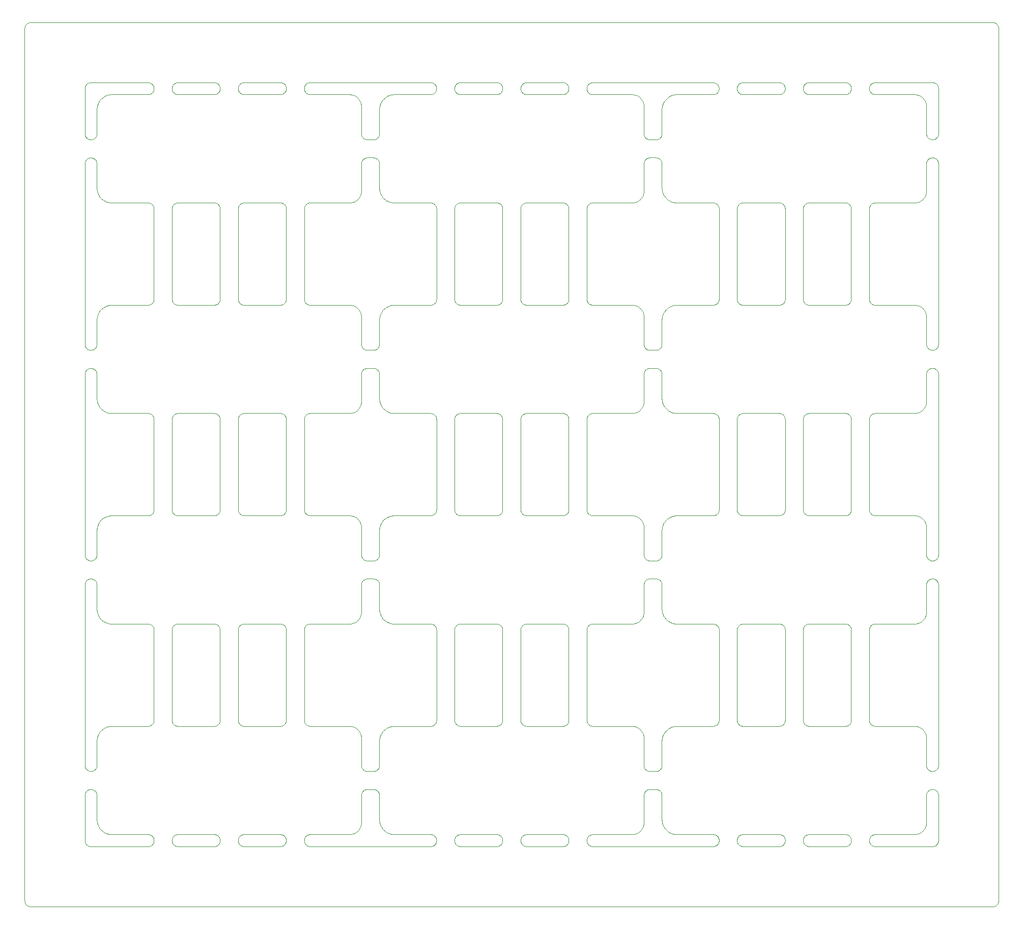
<source format=gm1>
%TF.GenerationSoftware,KiCad,Pcbnew,6.0.2*%
%TF.CreationDate,2022-03-13T21:00:17+01:00*%
%TF.ProjectId,panelized,70616e65-6c69-47a6-9564-2e6b69636164,rev?*%
%TF.SameCoordinates,Original*%
%TF.FileFunction,Profile,NP*%
%FSLAX46Y46*%
G04 Gerber Fmt 4.6, Leading zero omitted, Abs format (unit mm)*
G04 Created by KiCad (PCBNEW 6.0.2) date 2022-03-13 21:00:17*
%MOMM*%
%LPD*%
G01*
G04 APERTURE LIST*
%TA.AperFunction,Profile*%
%ADD10C,0.100000*%
%TD*%
G04 APERTURE END LIST*
D10*
X75316495Y-127719239D02*
X75377673Y-127823000D01*
X99179457Y-94050969D02*
X99225956Y-94036864D01*
X36774543Y-129036863D02*
X36844018Y-129058873D01*
X156680099Y-75579050D02*
X156640357Y-75517961D01*
X98500300Y-59966703D02*
X98504769Y-59893961D01*
X87505268Y-129893965D02*
X87515076Y-129821750D01*
X72545883Y-118394295D02*
X72503029Y-118371389D01*
X119612145Y-121575363D02*
X119657480Y-121557876D01*
X63022816Y-40882101D02*
X62980537Y-40858150D01*
X165229675Y-128578403D02*
X165303441Y-128518147D01*
X131305677Y-40598740D02*
X131275782Y-40637047D01*
X109959855Y-129154602D02*
X110022820Y-129117905D01*
X118586110Y-146780314D02*
X118518143Y-146696582D01*
X48192643Y-110726008D02*
X48138047Y-110774284D01*
X37425137Y-165388868D02*
X37394789Y-165455126D01*
X84500501Y-94991061D02*
X84500501Y-110008945D01*
X141582834Y-59003682D02*
X141631191Y-59008445D01*
X47558575Y-75997808D02*
X47509937Y-75999001D01*
X84489785Y-94845737D02*
X84495733Y-94893963D01*
X145529675Y-145249556D02*
X145514581Y-145178257D01*
X131434164Y-145365306D02*
X131415569Y-145410199D01*
X130933782Y-145903959D02*
X130889359Y-145923650D01*
X27858148Y-51981037D02*
X27882099Y-52023316D01*
X62506945Y-110130187D02*
X62500692Y-110057578D01*
X28251932Y-57595645D02*
X28313382Y-57713798D01*
X142492559Y-75130188D02*
X142485429Y-75178253D01*
X153382609Y-164524326D02*
X153414575Y-164589820D01*
X84499307Y-59942422D02*
X84500501Y-59991061D01*
X106370888Y-110496971D02*
X106345907Y-110538649D01*
X119703619Y-86542631D02*
X119774091Y-86524057D01*
X77367108Y-128997323D02*
X77503165Y-129001000D01*
X167881111Y-39523315D02*
X167902958Y-39566718D01*
X37450529Y-39679453D02*
X37464635Y-39725952D01*
X98666847Y-165560026D02*
X98640851Y-165518973D01*
X58773544Y-59036860D02*
X58820043Y-59050966D01*
X48333152Y-110559018D02*
X48290460Y-110618083D01*
X37500497Y-59991061D02*
X37500497Y-75008941D01*
X146417176Y-75996318D02*
X146344742Y-75988285D01*
X134710040Y-164381924D02*
X134740866Y-164344362D01*
X106393794Y-75454115D02*
X106370888Y-75496969D01*
X30121150Y-58972055D02*
X30253328Y-58988650D01*
X166821755Y-118485428D02*
X166774097Y-118475948D01*
X131305677Y-165599753D02*
X131275782Y-165638060D01*
X74742542Y-118174846D02*
X74691645Y-118227007D01*
X72210535Y-83119080D02*
X72181589Y-83080051D01*
X87566838Y-165366307D02*
X87550468Y-165320556D01*
X164202302Y-128990674D02*
X164296709Y-128978736D01*
X134710040Y-39380919D02*
X134740866Y-39343357D01*
X117296690Y-146021282D02*
X117202320Y-146009348D01*
X141558582Y-145997814D02*
X141509944Y-145999007D01*
X74758637Y-48156639D02*
X74726005Y-48192643D01*
X106304677Y-39400256D02*
X106332657Y-39439983D01*
X105750053Y-39029667D02*
X105796884Y-39042627D01*
X74496971Y-51628613D02*
X74538649Y-51653594D01*
X99044887Y-164106715D02*
X99088813Y-164085940D01*
X28050249Y-147996693D02*
X28027939Y-148121166D01*
X84485925Y-40178250D02*
X84470831Y-40249548D01*
X131500502Y-110008945D02*
X131497819Y-110081835D01*
X84383602Y-75475684D02*
X84346905Y-75538649D01*
X142227009Y-145691651D02*
X142174848Y-145742548D01*
X153039155Y-129154601D02*
X153079558Y-129181597D01*
X58726409Y-59025054D02*
X58773544Y-59036860D01*
X142156646Y-110758640D02*
X142099747Y-110804179D01*
X116996829Y-40998999D02*
X110489564Y-40998999D01*
X156899766Y-39194823D02*
X156939494Y-39166843D01*
X119011718Y-117655266D02*
X119005770Y-117607040D01*
X95039649Y-94154596D02*
X95080051Y-94181592D01*
X63225453Y-40963137D02*
X63155978Y-40941127D01*
X165450341Y-58378482D02*
X165518298Y-58303255D01*
X72117896Y-117976686D02*
X72085931Y-117911192D01*
X72085931Y-117911192D02*
X72067335Y-117866299D01*
X40881418Y-94210538D02*
X40940483Y-94167846D01*
X27517959Y-121640853D02*
X27559012Y-121666849D01*
X40825654Y-39256456D02*
X40862448Y-39224718D01*
X145514581Y-145178257D02*
X145504773Y-145106042D01*
X119461355Y-153346410D02*
X119420952Y-153319414D01*
X119030671Y-122249453D02*
X119043631Y-122202622D01*
X157416679Y-165997328D02*
X157368321Y-165992565D01*
X156506954Y-94869816D02*
X156514084Y-94821750D01*
X62628113Y-39502029D02*
X62653094Y-39460350D01*
X121655644Y-118259639D02*
X121618082Y-118290466D01*
X84040148Y-40845402D02*
X83998469Y-40870383D01*
X166002200Y-117558580D02*
X166001007Y-117509941D01*
X40667343Y-59440985D02*
X40710035Y-59381920D01*
X98694827Y-75598743D02*
X98653597Y-75538648D01*
X58997468Y-129129620D02*
X59059513Y-129167851D01*
X109499502Y-94991063D02*
X109502186Y-94918173D01*
X166612147Y-121575363D02*
X166657483Y-121557876D01*
X109514078Y-129821754D02*
X109529172Y-129750456D01*
X41023815Y-40882099D02*
X40981536Y-40858149D01*
X167516971Y-51640848D02*
X167558024Y-51666844D01*
X63272589Y-165975956D02*
X63225453Y-165964149D01*
X121804178Y-118099745D02*
X121758639Y-118156644D01*
X156653103Y-59461351D02*
X156680099Y-59420948D01*
X156694333Y-40598741D02*
X156666353Y-40559013D01*
X51789963Y-110709038D02*
X51740362Y-110655644D01*
X166273999Y-86807356D02*
X166326160Y-86756460D01*
X119015578Y-47679250D02*
X119008448Y-47631185D01*
X117965456Y-128752520D02*
X118058514Y-128698016D01*
X59332653Y-94440988D02*
X59370884Y-94503033D01*
X40960850Y-165846416D02*
X40920448Y-165819420D01*
X110110646Y-164076370D02*
X110178958Y-164050978D01*
X122447283Y-77071401D02*
X122377560Y-77177203D01*
X51575358Y-39611141D02*
X51595049Y-39566718D01*
X26051964Y-152820551D02*
X26037859Y-152774051D01*
X109616401Y-75475682D02*
X109594554Y-75432279D01*
X167725014Y-121807359D02*
X167757646Y-121843363D01*
X94820546Y-40949031D02*
X94774047Y-40963136D01*
X119117901Y-152976688D02*
X119096053Y-152933285D01*
X106370888Y-75496969D02*
X106345907Y-75538648D01*
X131383604Y-165476694D02*
X131359653Y-165518973D01*
X106414570Y-145410192D02*
X106393794Y-145454118D01*
X62880420Y-165790474D02*
X62842858Y-165759648D01*
X84425141Y-165388868D02*
X84405449Y-165433291D01*
X167983434Y-87320749D02*
X167990563Y-87368815D01*
X28776864Y-41687428D02*
X28687270Y-41777030D01*
X99088813Y-145914072D02*
X99023319Y-145882107D01*
X124373202Y-163997714D02*
X124503160Y-164001000D01*
X166030673Y-87249450D02*
X166043633Y-87202619D01*
X84275780Y-39361949D02*
X84305675Y-39400256D01*
X27999019Y-78500044D02*
X27998700Y-82534297D01*
X27988283Y-152655269D02*
X27974943Y-152726916D01*
X153499508Y-145008942D02*
X153496825Y-145081832D01*
X109653098Y-145538649D02*
X109616401Y-145475684D01*
X167453124Y-86605710D02*
X167495978Y-86628616D01*
X27774277Y-86861952D02*
X27804172Y-86900259D01*
X165642357Y-128142976D02*
X165698139Y-128058325D01*
X131227506Y-129308356D02*
X131275782Y-129362952D01*
X153449540Y-94680457D02*
X153463645Y-94726956D01*
X51584931Y-75410189D02*
X51566336Y-75365297D01*
X106345907Y-94461354D02*
X106382604Y-94524319D01*
X36911686Y-164085935D02*
X36955612Y-164106710D01*
X117605047Y-76092826D02*
X117501429Y-76062930D01*
X28526293Y-163035828D02*
X28602478Y-163129129D01*
X121296385Y-48457369D02*
X121225913Y-48475943D01*
X51595049Y-40432278D02*
X51575358Y-40387855D01*
X84457871Y-145296392D02*
X84442628Y-145342531D01*
X58654762Y-40988283D02*
X58582328Y-40996316D01*
X152910696Y-94085935D02*
X152954623Y-94106710D01*
X87960853Y-59154595D02*
X88023818Y-59117898D01*
X118959986Y-57402668D02*
X118977866Y-57302880D01*
X62772495Y-40691644D02*
X62724219Y-40637048D01*
X99368815Y-164008453D02*
X99417173Y-164003690D01*
X156842867Y-75758636D02*
X156806863Y-75726004D01*
X142333159Y-75559015D02*
X142305180Y-75598743D01*
X63110643Y-145923642D02*
X63044384Y-145893293D01*
X84499307Y-164942425D02*
X84500501Y-165009950D01*
X26382918Y-156709544D02*
X26421947Y-156680598D01*
X98756460Y-40673841D02*
X98724722Y-40637047D01*
X62919449Y-165819420D02*
X62880420Y-165790474D01*
X167983434Y-122320751D02*
X167990563Y-122368817D01*
X145549973Y-129680459D02*
X145566343Y-129634708D01*
X36821042Y-165950044D02*
X36751047Y-165970342D01*
X105509441Y-59000998D02*
X105582331Y-59003681D01*
X118838719Y-77210824D02*
X118796499Y-77118934D01*
X121998708Y-157465709D02*
X121999030Y-161499955D01*
X153449540Y-59680453D02*
X153463645Y-59726953D01*
X26613140Y-118424644D02*
X26568717Y-118404952D01*
X84346905Y-145538658D02*
X84305675Y-145598752D01*
X99417173Y-164003690D02*
X99490063Y-164001007D01*
X166025062Y-82726910D02*
X166011723Y-82655263D01*
X166141853Y-121981042D02*
X166167849Y-121939989D01*
X166918178Y-83497318D02*
X166869820Y-83492555D01*
X110272592Y-165975956D02*
X110225457Y-165964149D01*
X153059522Y-75832155D02*
X153018469Y-75858151D01*
X74081831Y-86502684D02*
X74154265Y-86510717D01*
X84138549Y-39224718D02*
X84175343Y-39256456D01*
X99088813Y-39084931D02*
X99133706Y-39066335D01*
X48319406Y-94420951D02*
X48346402Y-94461354D01*
X119001301Y-82534297D02*
X119001003Y-78003169D01*
X142319413Y-40579048D02*
X142290467Y-40618077D01*
X28027900Y-43121401D02*
X28011344Y-43253329D01*
X98595053Y-145432285D02*
X98566339Y-145365301D01*
X122377560Y-147177213D02*
X122313408Y-147286190D01*
X27249548Y-121529673D02*
X27296379Y-121542633D01*
X63368312Y-110991555D02*
X63296360Y-110979978D01*
X165838826Y-77211056D02*
X165799173Y-77124552D01*
X87667346Y-94440986D02*
X87710038Y-94381921D01*
X146002036Y-110870389D02*
X145939991Y-110832157D01*
X28002281Y-56626540D02*
X28012633Y-56759340D01*
X130679755Y-164015577D02*
X130751053Y-164030671D01*
X134881424Y-110789468D02*
X134843862Y-110758642D01*
X119942425Y-118498810D02*
X119869816Y-118492557D01*
X145939991Y-110832157D02*
X145880926Y-110789465D01*
X164694810Y-163876427D02*
X164783211Y-163841207D01*
X70971168Y-41250568D02*
X70875435Y-41200830D01*
X119869816Y-153492560D02*
X119797863Y-153480983D01*
X105558080Y-164002202D02*
X105630689Y-164008455D01*
X84175343Y-165743553D02*
X84138549Y-165775291D01*
X153018469Y-39140847D02*
X153059522Y-39166843D01*
X121637056Y-51724719D02*
X121691651Y-51772994D01*
X145807360Y-129274000D02*
X145843364Y-129241368D01*
X72634703Y-156566344D02*
X72703617Y-156542636D01*
X75969066Y-58477578D02*
X76076582Y-58556234D01*
X94631188Y-165992565D02*
X94582830Y-165997328D01*
X37464635Y-110273052D02*
X37450529Y-110319551D01*
X99179457Y-164050974D02*
X99225956Y-164036869D01*
X141509944Y-110999004D02*
X135490564Y-110999005D01*
X142060019Y-94167847D02*
X142119084Y-94210538D01*
X106475447Y-165226922D02*
X106463640Y-165274057D01*
X122377560Y-77177203D02*
X122313408Y-77286180D01*
X95080051Y-40818407D02*
X95039649Y-40845403D01*
X156499508Y-129991068D02*
X156500701Y-129942429D01*
X153496825Y-165082840D02*
X153492062Y-165131198D01*
X87550468Y-165320556D02*
X87536363Y-165274057D01*
X106289965Y-110618081D02*
X106259139Y-110655642D01*
X166210541Y-156880927D02*
X166257462Y-156825163D01*
X27273044Y-153464144D02*
X27202138Y-153480983D01*
X63368312Y-75991554D02*
X63296360Y-75979977D01*
X106156143Y-145758639D02*
X106118581Y-145789466D01*
X87595552Y-40432277D02*
X87575860Y-40387854D01*
X166241370Y-118156644D02*
X166210544Y-118119082D01*
X153243049Y-39325155D02*
X153274788Y-39361949D01*
X52202617Y-164043636D02*
X52249448Y-164030676D01*
X27296379Y-51542628D02*
X27342518Y-51557871D01*
X63022817Y-164117909D02*
X63066220Y-164096062D01*
X156755967Y-145673845D02*
X156724228Y-145637051D01*
X48227002Y-94308356D02*
X48259634Y-94344360D01*
X109724223Y-110637050D02*
X109680094Y-110579051D01*
X84457871Y-39702616D02*
X84470831Y-39749447D01*
X74999019Y-113500044D02*
X74998702Y-117534299D01*
X26097048Y-52066719D02*
X26130611Y-52002030D01*
X41134201Y-94067338D02*
X41203116Y-94043630D01*
X40524553Y-129774092D02*
X40536360Y-129726956D01*
X106404451Y-39566718D02*
X106424143Y-39611141D01*
X26059869Y-122156483D02*
X26086930Y-122088815D01*
X109739866Y-39343357D02*
X109772498Y-39307353D01*
X74999019Y-43500044D02*
X74998702Y-47534294D01*
X131175345Y-145742551D02*
X131119581Y-145789473D01*
X141726915Y-59025054D02*
X141774050Y-59036861D01*
X167990563Y-82631187D02*
X167978986Y-82703140D01*
X47976681Y-110882105D02*
X47911187Y-110914071D01*
X37333652Y-94440986D02*
X37371883Y-94503031D01*
X28443767Y-57923430D02*
X28522400Y-58030915D01*
X72011713Y-82655264D02*
X72005765Y-82607038D01*
X41156977Y-164058875D02*
X41203116Y-164043633D01*
X37405446Y-40432277D02*
X37383599Y-40475680D01*
X48492552Y-110130191D02*
X48485422Y-110178256D01*
X87543130Y-129703620D02*
X87566838Y-129634706D01*
X74742543Y-51825156D02*
X74789465Y-51880920D01*
X26846733Y-118489287D02*
X26798857Y-118480980D01*
X98628616Y-129503035D02*
X98653597Y-129461357D01*
X166181595Y-156919956D02*
X166210541Y-156880927D01*
X110088314Y-94085935D02*
X110133207Y-94067340D01*
X76286424Y-41313260D02*
X76171744Y-41381044D01*
X122447283Y-147071411D02*
X122377560Y-147177213D01*
X146066726Y-59096050D02*
X146111149Y-59076358D01*
X58582328Y-40996316D02*
X58509437Y-40998999D01*
X166308359Y-121772999D02*
X166344363Y-121740367D01*
X51628613Y-110496972D02*
X51595049Y-110432282D01*
X109755961Y-75673843D02*
X109724223Y-75637049D01*
X142119084Y-40789461D02*
X142080055Y-40818407D01*
X122078900Y-112873256D02*
X122050263Y-112996688D01*
X130797884Y-165957382D02*
X130751052Y-165970342D01*
X88134205Y-164067341D02*
X88179956Y-164050971D01*
X119845738Y-121510719D02*
X119893964Y-121504771D01*
X118518291Y-58303255D02*
X118582352Y-58224682D01*
X119503033Y-153371391D02*
X119461355Y-153346410D01*
X26001997Y-157490067D02*
X26003190Y-157441429D01*
X26309352Y-48227003D02*
X26258455Y-48174841D01*
X153382609Y-59524316D02*
X153404456Y-59567719D01*
X156523563Y-39773087D02*
X156535370Y-39725952D01*
X105606540Y-110994234D02*
X105558080Y-110997809D01*
X95259638Y-75655642D02*
X95227006Y-75691646D01*
X74996319Y-52417169D02*
X74998703Y-52465702D01*
X145549973Y-145319550D02*
X145529675Y-145249556D01*
X27387855Y-118424644D02*
X27342519Y-118442131D01*
X166195828Y-51900256D02*
X166225724Y-51861949D01*
X87505268Y-110106042D02*
X87500799Y-110033301D01*
X164971160Y-58749439D02*
X165058307Y-58698140D01*
X26613140Y-48424639D02*
X26568717Y-48404947D01*
X51549966Y-75319546D02*
X51535860Y-75273046D01*
X37485921Y-94821748D02*
X37495729Y-94893963D01*
X41002529Y-129129616D02*
X41067218Y-129096053D01*
X71989925Y-42791239D02*
X71977824Y-42696890D01*
X29404349Y-76251938D02*
X29286196Y-76313388D01*
X165378660Y-163450186D02*
X165450341Y-163378497D01*
X167844414Y-165539659D02*
X167817418Y-165580061D01*
X37457867Y-165297393D02*
X37442625Y-165343532D01*
X70970925Y-163749577D02*
X71052974Y-163701376D01*
X62529169Y-94750452D02*
X62549467Y-94680457D01*
X48227002Y-75691646D02*
X48192643Y-75726005D01*
X40667343Y-165560026D02*
X40641347Y-165518973D01*
X142394296Y-94545886D02*
X142424645Y-94612144D01*
X117695064Y-41123680D02*
X117592903Y-41089011D01*
X95498808Y-59942422D02*
X95500002Y-59991060D01*
X47750548Y-164030675D02*
X47797380Y-164043635D01*
X87536363Y-165274057D02*
X87524556Y-165226922D01*
X62523554Y-165226922D02*
X62510215Y-165155275D01*
X123286210Y-76313388D02*
X123177233Y-76377538D01*
X48119077Y-165790474D02*
X48080048Y-165819420D01*
X166821755Y-83485425D02*
X166774097Y-83475945D01*
X109772499Y-145691646D02*
X109724223Y-145637051D01*
X27033294Y-83499702D02*
X26943420Y-83498808D01*
X118909193Y-127598900D02*
X118937076Y-127501433D01*
X109899761Y-110804176D02*
X109842862Y-110758637D01*
X156557380Y-94657481D02*
X156574868Y-94612146D01*
X58773544Y-94036864D02*
X58820043Y-94050969D01*
X106226507Y-165692656D02*
X106192147Y-165727016D01*
X59079548Y-165819420D02*
X59039146Y-165846416D01*
X164202302Y-93990669D02*
X164296709Y-93978731D01*
X40500796Y-145033305D02*
X40500497Y-129991063D01*
X27979974Y-87296862D02*
X27991551Y-87368815D01*
X123182563Y-163625705D02*
X123286409Y-163686738D01*
X74758638Y-156843365D02*
X74804177Y-156900264D01*
X145939991Y-39166843D02*
X145981044Y-39140847D01*
X121963145Y-122225957D02*
X121974951Y-122273093D01*
X165378660Y-93450176D02*
X165450341Y-93378487D01*
X99417173Y-94003684D02*
X99465706Y-94001300D01*
X29631307Y-41154795D02*
X29513640Y-41201804D01*
X27154262Y-153489290D02*
X27106035Y-153495238D01*
X51919948Y-165819420D02*
X51880919Y-165790474D01*
X153492062Y-110130188D02*
X153484932Y-110178254D01*
X167056586Y-51501192D02*
X167105046Y-51504766D01*
X71303427Y-93518142D02*
X71378646Y-93450176D01*
X94679254Y-94015577D02*
X94726912Y-94025056D01*
X157088319Y-129085939D02*
X157133212Y-129067344D01*
X119290966Y-86789966D02*
X119326158Y-86756460D01*
X156789473Y-39289962D02*
X156824665Y-39256456D01*
X167007948Y-48499999D02*
X166942430Y-48498805D01*
X166420957Y-118319412D02*
X166381928Y-118290466D01*
X51557870Y-110342524D02*
X51535860Y-110273049D01*
X121655647Y-156740370D02*
X121691651Y-156773002D01*
X59118578Y-129210543D02*
X59174342Y-129257464D01*
X134725223Y-75637051D02*
X134695327Y-75598744D01*
X84493054Y-145130197D02*
X84485925Y-145178263D01*
X141866301Y-94067339D02*
X141933284Y-94096052D01*
X152976190Y-39116896D02*
X153018469Y-39140847D01*
X118642364Y-111857060D02*
X118586110Y-111780309D01*
X63368312Y-165992565D02*
X63320247Y-165985436D01*
X142485429Y-129821751D02*
X142495237Y-129893966D01*
X26635701Y-165933674D02*
X26590808Y-165915078D01*
X123873284Y-76078885D02*
X123745274Y-76115761D01*
X167948042Y-87179456D02*
X167962147Y-87225956D01*
X156824665Y-39256456D02*
X156861459Y-39224718D01*
X26155592Y-48039646D02*
X26130611Y-47997967D01*
X87695326Y-145598751D02*
X87654096Y-145538656D01*
X145584938Y-94589813D02*
X145616904Y-94524319D01*
X59099241Y-164195834D02*
X59137548Y-164225729D01*
X58702638Y-94020025D02*
X58773544Y-94036864D01*
X118148248Y-128638584D02*
X118224868Y-128582216D01*
X62514075Y-94821750D02*
X62529169Y-94750452D01*
X71746332Y-77023422D02*
X71698005Y-76941492D01*
X98740365Y-164344366D02*
X98772998Y-164308362D01*
X106404451Y-40432278D02*
X106382604Y-40475681D01*
X62980537Y-94141851D02*
X63022816Y-94117901D01*
X134981541Y-39140847D02*
X135023820Y-39116896D01*
X28964280Y-76526219D02*
X28870880Y-76602484D01*
X134550470Y-129680457D02*
X134566840Y-129634706D01*
X167998010Y-122490065D02*
X167997711Y-152534302D01*
X77115010Y-111028972D02*
X76996461Y-111050306D01*
X167224920Y-48475943D02*
X167153273Y-48489282D01*
X119461354Y-121653599D02*
X119503032Y-121628618D01*
X76631314Y-76154800D02*
X76513879Y-76201709D01*
X87862452Y-164225723D02*
X87900759Y-164195828D01*
X119001301Y-152534302D02*
X119001003Y-148003179D01*
X51640847Y-165518973D02*
X51616897Y-165476694D01*
X27932661Y-152866302D02*
X27903947Y-152933285D01*
X26613140Y-121575363D02*
X26681452Y-121549971D01*
X119991062Y-156500006D02*
X121033303Y-156500305D01*
X87501694Y-75057579D02*
X87500501Y-75008940D01*
X41134202Y-145932671D02*
X41067218Y-145903958D01*
X74637051Y-51724719D02*
X74691647Y-51772994D01*
X156899766Y-110804176D02*
X156861459Y-110774281D01*
X63296360Y-110979978D02*
X63248949Y-110969331D01*
X95489285Y-39844734D02*
X95495234Y-39892961D01*
X95080051Y-129181595D02*
X95138050Y-129225723D01*
X84060515Y-164167847D02*
X84100243Y-164195827D01*
X26421947Y-118319412D02*
X26382918Y-118290466D01*
X123066132Y-146451054D02*
X122969093Y-146522416D01*
X27387854Y-51575358D02*
X27432277Y-51595050D01*
X109709040Y-39380919D02*
X109739866Y-39343357D01*
X110296363Y-39019021D02*
X110344239Y-39010714D01*
X109514078Y-145178254D02*
X109506949Y-145130188D01*
X110344240Y-129011722D02*
X110416674Y-129003689D01*
X153137557Y-164225729D02*
X153192152Y-164274005D01*
X71058314Y-41301869D02*
X70971168Y-41250568D01*
X59496816Y-165082840D02*
X59492053Y-165131198D01*
X76177204Y-58622448D02*
X76286181Y-58686600D01*
X59382600Y-39523315D02*
X59404447Y-39566718D01*
X145825162Y-39256456D02*
X145861956Y-39224718D01*
X74988285Y-117655266D02*
X74979977Y-117703143D01*
X26182588Y-153080056D02*
X26155592Y-153039653D01*
X83933780Y-39095049D02*
X83977183Y-39116896D01*
X94726912Y-165975956D02*
X94679254Y-165985436D01*
X167913076Y-87088812D02*
X167931672Y-87133705D01*
X84450533Y-110319551D02*
X84434163Y-110365302D01*
X142039652Y-165846416D02*
X141997974Y-165871397D01*
X166657483Y-121557876D02*
X166703622Y-121542633D01*
X26327154Y-156756465D02*
X26382918Y-156709544D01*
X167516971Y-153359157D02*
X167474692Y-153383107D01*
X48383099Y-129524321D02*
X48404947Y-129567724D01*
X48492552Y-40130185D02*
X48485422Y-40178251D01*
X122871067Y-128397674D02*
X122969073Y-128477588D01*
X118148237Y-146361428D02*
X118058321Y-146301884D01*
X37442625Y-94657479D02*
X37464635Y-94726955D01*
X40900755Y-39194823D02*
X40940483Y-39166843D01*
X134606211Y-110454120D02*
X134585435Y-110410194D01*
X123745274Y-76115761D02*
X123631321Y-76154800D01*
X131499309Y-59942422D02*
X131500502Y-59991061D01*
X74365298Y-121566341D02*
X74432281Y-121595055D01*
X122002296Y-113373451D02*
X121999019Y-113500044D01*
X36889354Y-39075357D02*
X36933776Y-39095049D01*
X119067340Y-82866297D02*
X119050970Y-82820545D01*
X87790465Y-129290966D02*
X87843860Y-129241365D01*
X37319906Y-40579047D02*
X37290960Y-40618077D01*
X74296384Y-121542633D02*
X74365298Y-121566341D01*
X63022816Y-165883113D02*
X62980537Y-165859162D01*
X110344240Y-110988285D02*
X110272593Y-110974945D01*
X58606536Y-110994234D02*
X58558076Y-110997809D01*
X109694328Y-145598744D02*
X109653098Y-145538649D01*
X166002196Y-87441423D02*
X166008449Y-87368814D01*
X166257462Y-156825163D02*
X166308359Y-156773002D01*
X59259135Y-75655641D02*
X59209534Y-75709036D01*
X131019464Y-110858157D02*
X130977185Y-110882108D01*
X63110643Y-164076370D02*
X63178954Y-164050978D01*
X156939494Y-94167848D02*
X156980546Y-94141851D01*
X157272598Y-40974944D02*
X157225462Y-40963137D01*
X95371387Y-145496976D02*
X95346406Y-145538654D01*
X27008936Y-86500001D02*
X27057574Y-86501194D01*
X121988291Y-122344740D02*
X121996324Y-122417174D01*
X122606619Y-41866196D02*
X122522430Y-41969060D01*
X109616401Y-110475683D02*
X109584436Y-110410189D01*
X156518531Y-110202140D02*
X156506954Y-110130187D01*
X156514084Y-39820745D02*
X156523563Y-39773087D01*
X84305675Y-39400256D02*
X84333655Y-39439983D01*
X95442129Y-164657484D02*
X95457372Y-164703624D01*
X62789464Y-165710047D02*
X62755958Y-165674854D01*
X72420949Y-86680593D02*
X72461351Y-86653597D01*
X40550465Y-75319546D02*
X40536360Y-75273047D01*
X84470831Y-165250562D02*
X84457871Y-165297393D01*
X75002289Y-78373447D02*
X74999019Y-78500044D01*
X62880420Y-94210540D02*
X62939485Y-94167848D01*
X167757646Y-121843363D02*
X167788472Y-121880925D01*
X109640352Y-110517962D02*
X109616401Y-110475683D01*
X146088816Y-75914068D02*
X146023323Y-75882102D01*
X59174342Y-39256456D02*
X59209534Y-39289962D01*
X51666844Y-59440984D02*
X51694823Y-59401257D01*
X62755958Y-75673843D02*
X62724219Y-75637049D01*
X98807357Y-94273997D02*
X98843361Y-94241365D01*
X117605047Y-146092836D02*
X117501429Y-146062940D01*
X105630689Y-165992565D02*
X105582331Y-165997328D01*
X51880919Y-164210544D02*
X51919948Y-164181598D01*
X166106715Y-152955120D02*
X166085940Y-152911194D01*
X48227002Y-59308354D02*
X48275278Y-59362950D01*
X177188225Y-29016331D02*
X177097239Y-29002911D01*
X117101209Y-128998365D02*
X117208762Y-128989936D01*
X28050295Y-92003545D02*
X28078879Y-92126729D01*
X51529668Y-94750451D02*
X51549966Y-94680456D01*
X27057574Y-156501199D02*
X27106034Y-156504774D01*
X62584432Y-129589818D02*
X62605207Y-129545891D01*
X63066219Y-40903948D02*
X63022816Y-40882101D01*
X131489786Y-165155275D02*
X131481479Y-165203151D01*
X29286196Y-111313393D02*
X29177219Y-111377543D01*
X71698005Y-76941492D02*
X71642357Y-76857055D01*
X52111142Y-164076367D02*
X52156478Y-164058879D01*
X95404950Y-40432278D02*
X95383103Y-40475681D01*
X123392937Y-146257553D02*
X123286210Y-146313398D01*
X166002200Y-152558582D02*
X166001007Y-152509944D01*
X142259641Y-110655645D02*
X142210040Y-110709039D01*
X152997477Y-165871397D02*
X152954623Y-165894303D01*
X135226457Y-110963143D02*
X135179958Y-110949038D01*
X26846733Y-51510715D02*
X26894960Y-51504766D01*
X167773289Y-83138050D02*
X167741551Y-83174844D01*
X106059517Y-164167855D02*
X106099245Y-164195834D01*
X88273591Y-129025057D02*
X88321249Y-129015578D01*
X110066223Y-40903948D02*
X110022820Y-40882101D01*
X131500502Y-94991061D02*
X131500502Y-110008945D01*
X88226455Y-164036865D02*
X88273591Y-164025059D01*
X48227002Y-129308358D02*
X48259634Y-129344362D01*
X106259139Y-40655640D02*
X106209538Y-40709034D01*
X142500005Y-145008946D02*
X142497322Y-145081836D01*
X59499499Y-75008939D02*
X59496816Y-75081829D01*
X36510436Y-129001001D02*
X36559074Y-129002194D01*
X75050302Y-57003540D02*
X75078886Y-57126724D01*
X122113752Y-147751438D02*
X122078900Y-147873261D01*
X145557877Y-164657486D02*
X145575365Y-164612150D01*
X118058321Y-76301874D02*
X117971175Y-76250573D01*
X28254722Y-77398487D02*
X28204338Y-77507940D01*
X141679257Y-145984431D02*
X141607042Y-145994239D01*
X122002295Y-161626543D02*
X122011359Y-161746694D01*
X95497318Y-75081830D02*
X95492555Y-75130188D01*
X94582830Y-165997328D02*
X94509940Y-166000012D01*
X37333652Y-39439983D02*
X37359648Y-39481036D01*
X95333156Y-129440989D02*
X95371387Y-129503034D01*
X84346905Y-129461354D02*
X84383602Y-129524318D01*
X47976680Y-39116896D02*
X48018959Y-39140847D01*
X105910691Y-40914066D02*
X105865798Y-40932661D01*
X166461356Y-156653601D02*
X166503034Y-156628620D01*
X106414569Y-75410189D02*
X106393794Y-75454115D01*
X118582352Y-128224692D02*
X118642350Y-128142976D01*
X167892301Y-52044884D02*
X167913076Y-52088810D01*
X123171751Y-41381044D02*
X123071222Y-41447400D01*
X52273088Y-59025054D02*
X52344735Y-59011714D01*
X71937012Y-77498357D02*
X71909194Y-77401134D01*
X74387859Y-156575366D02*
X74432281Y-156595057D01*
X84394792Y-164545887D02*
X84425141Y-164612145D01*
X167931672Y-122133708D02*
X167948042Y-122179459D01*
X152976190Y-145882105D02*
X152910697Y-145914070D01*
X122113752Y-42751423D02*
X122078900Y-42873246D01*
X52133702Y-75932663D02*
X52088809Y-75914068D01*
X37489781Y-59845736D02*
X37495729Y-59893962D01*
X74979977Y-47703138D02*
X74969331Y-47750548D01*
X166750453Y-156529676D02*
X166797864Y-156519029D01*
X130510441Y-110999006D02*
X124503177Y-110999007D01*
X134550470Y-110319550D02*
X134536365Y-110273051D01*
X124127598Y-41027034D02*
X123996468Y-41050296D01*
X98900260Y-164195832D02*
X98939988Y-164167852D01*
X146490067Y-129001004D02*
X152509447Y-129001005D01*
X71518136Y-76696572D02*
X71454571Y-76626098D01*
X37495729Y-39892961D02*
X37499304Y-39941421D01*
X118977831Y-42696890D02*
X118959941Y-42597104D01*
X58509437Y-59000998D02*
X58582328Y-59003681D01*
X63489560Y-59000998D02*
X69996830Y-59000998D01*
X153174351Y-75742541D02*
X153137557Y-75774280D01*
X167032305Y-118499705D02*
X166966711Y-118499705D01*
X48404947Y-40432278D02*
X48383099Y-40475681D01*
X72210536Y-86880922D02*
X72241362Y-86843360D01*
X74296384Y-51542628D02*
X74365298Y-51566336D01*
X167654650Y-118259640D02*
X167597751Y-118305178D01*
X167913076Y-122088815D02*
X167931672Y-122133708D01*
X58865795Y-59067336D02*
X58932778Y-59096049D01*
X122447413Y-92928791D02*
X122522414Y-93030920D01*
X166774097Y-153475950D02*
X166726961Y-153464144D01*
X153274788Y-39361949D02*
X153304683Y-39400256D01*
X119008448Y-82631187D02*
X119003685Y-82582830D01*
X157296369Y-145979978D02*
X157225463Y-145963139D01*
X51524054Y-165226922D02*
X51514574Y-165179264D01*
X16529059Y-175883684D02*
X16617848Y-175925692D01*
X87505268Y-145106046D02*
X87501694Y-145057586D01*
X26402255Y-48305173D02*
X26363948Y-48275278D01*
X141726915Y-165975956D02*
X141679257Y-165985436D01*
X164202327Y-146009348D02*
X164107685Y-146002062D01*
X27559012Y-156666852D02*
X27598739Y-156694831D01*
X37442625Y-75342523D02*
X37425137Y-75387858D01*
X177706679Y-29291155D02*
X177633890Y-29225200D01*
X37227501Y-40691642D02*
X37193142Y-40726002D01*
X135490564Y-164001003D02*
X141509944Y-164001005D01*
X98542631Y-129703622D02*
X98566339Y-129634708D01*
X74845405Y-48039646D02*
X74818409Y-48080048D01*
X166326160Y-86756460D02*
X166362954Y-86724721D01*
X52320746Y-165985436D02*
X52273088Y-165975956D01*
X146202623Y-59043628D02*
X146249455Y-59030668D01*
X165989939Y-147791254D02*
X165977838Y-147696905D01*
X99441424Y-40997805D02*
X99392965Y-40994231D01*
X58976181Y-39116896D02*
X59018460Y-39140847D01*
X26182588Y-118080053D02*
X26155592Y-118039651D01*
X117202320Y-111009343D02*
X117107684Y-111002058D01*
X51825155Y-39256456D02*
X51861949Y-39224718D01*
X116999955Y-75999019D02*
X110489564Y-75999000D01*
X106259139Y-59344357D02*
X106304677Y-59401256D01*
X110133207Y-40932661D02*
X110066223Y-40903948D01*
X95018963Y-129141852D02*
X95080051Y-129181595D01*
X141655268Y-75988285D02*
X141607042Y-75994233D01*
X28078879Y-92126729D02*
X28111944Y-92242596D01*
X118642364Y-76857055D02*
X118586110Y-76780304D01*
X117599114Y-93909124D02*
X117688944Y-93878502D01*
X130889359Y-39075357D02*
X130933781Y-39095049D01*
X26568717Y-48404947D02*
X26504028Y-48371384D01*
X122969073Y-128477588D02*
X123076589Y-128556244D01*
X106414570Y-164589820D02*
X106441630Y-164657488D01*
X27106035Y-153495238D02*
X27033294Y-153499707D01*
X119241366Y-118156644D02*
X119210540Y-118119082D01*
X83844021Y-40941126D02*
X83774546Y-40963135D01*
X62640348Y-165518973D02*
X62616397Y-165476694D01*
X145549973Y-94680456D02*
X145566343Y-94634705D01*
X29873000Y-163921060D02*
X29990354Y-163948380D01*
X106099244Y-39194823D02*
X106137551Y-39224718D01*
X121432282Y-118404952D02*
X121365299Y-118433666D01*
X74923641Y-152888862D02*
X74893292Y-152955121D01*
X26681452Y-86549969D02*
X26751446Y-86529671D01*
X110066223Y-75903949D02*
X110001534Y-75870385D01*
X27903946Y-157066727D02*
X27923638Y-157111150D01*
X37394789Y-145454125D02*
X37371883Y-145496979D01*
X119726957Y-153464144D02*
X119657481Y-153442134D01*
X167869395Y-157002037D02*
X167892301Y-157044891D01*
X109502186Y-39917169D02*
X109506949Y-39868811D01*
X98542631Y-110296385D02*
X98524057Y-110225913D01*
X40515073Y-94821748D02*
X40524553Y-94774090D01*
X145504773Y-145106042D02*
X145500304Y-145033301D01*
X106498309Y-94942425D02*
X106499502Y-94991063D01*
X26086930Y-152911195D02*
X26068334Y-152866302D01*
X165578327Y-76770240D02*
X165518150Y-76696572D01*
X134507948Y-129869815D02*
X134515078Y-129821750D01*
X109529172Y-129750456D02*
X109549470Y-129680461D01*
X70965449Y-128752520D02*
X71058507Y-128698016D01*
X146368819Y-110991557D02*
X146320753Y-110984427D01*
X106433165Y-110365298D02*
X106414569Y-110410190D01*
X74225912Y-51524054D02*
X74296384Y-51542628D01*
X135089314Y-129085935D02*
X135156982Y-129058874D01*
X165998368Y-77898784D02*
X165989939Y-77791244D01*
X59332653Y-39439983D02*
X59358649Y-39481036D01*
X87981539Y-164141852D02*
X88045386Y-164106712D01*
X131290965Y-59381920D02*
X131319911Y-59420950D01*
X134843862Y-129241365D02*
X134900760Y-129195827D01*
X95394293Y-75454116D02*
X95371387Y-75496970D01*
X121033299Y-153499707D02*
X119991064Y-153500006D01*
X26967701Y-39000296D02*
X36510436Y-38999998D01*
X36955612Y-129106709D02*
X37019459Y-129141850D01*
X26704615Y-39042627D02*
X26751446Y-39029667D01*
X87503184Y-39917169D02*
X87507947Y-39868811D01*
X77367113Y-93997319D02*
X77503170Y-94001000D01*
X118959986Y-127402678D02*
X118977866Y-127302890D01*
X130797884Y-39042627D02*
X130844023Y-39057870D01*
X27726003Y-48192643D02*
X27673841Y-48243540D01*
X88490562Y-38999998D02*
X94509940Y-38999998D01*
X28875852Y-163401694D02*
X28969259Y-163477748D01*
X142305180Y-39400256D02*
X142333159Y-39439983D01*
X153499209Y-164966713D02*
X153499209Y-165034307D01*
X167201149Y-165980988D02*
X167129196Y-165992565D01*
X121365299Y-118433666D02*
X121296385Y-118457374D01*
X123873259Y-93921113D02*
X123996443Y-93949699D01*
X167495978Y-86628616D02*
X167537657Y-86653597D01*
X121941135Y-87156480D02*
X121963145Y-87225955D01*
X122011358Y-43253329D02*
X122002296Y-43373442D01*
X134503185Y-129918173D02*
X134507948Y-129869815D01*
X98504769Y-75106038D02*
X98501195Y-75057578D01*
X105630689Y-164008455D02*
X105702642Y-164020032D01*
X70881292Y-58796382D02*
X70965449Y-58752510D01*
X106424143Y-94612145D02*
X106441630Y-94657481D01*
X27774278Y-153138055D02*
X27742540Y-153174849D01*
X87740864Y-75655642D02*
X87695326Y-75598744D01*
X37476442Y-129774091D02*
X37489781Y-129845738D01*
X166461356Y-86653596D02*
X166503034Y-86628615D01*
X40617396Y-164524321D02*
X40641347Y-164482042D01*
X58678751Y-75984424D02*
X58606536Y-75994232D01*
X26798857Y-51519022D02*
X26846733Y-51510715D01*
X121969333Y-117750553D02*
X121949035Y-117820548D01*
X70881292Y-93796387D02*
X70965449Y-93752515D01*
X83510439Y-59000999D02*
X83559077Y-59002192D01*
X70700860Y-111125924D02*
X70598889Y-111090818D01*
X130607539Y-39004765D02*
X130655765Y-39010714D01*
X166381928Y-118290466D02*
X166344366Y-118259639D01*
X72154594Y-51960351D02*
X72181590Y-51919949D01*
X48495230Y-59893962D02*
X48498805Y-59942422D01*
X74342521Y-48442126D02*
X74296382Y-48457369D01*
X106192147Y-165727016D02*
X106156143Y-165759648D01*
X27178251Y-83485425D02*
X27106035Y-83495233D01*
X156709045Y-59381919D02*
X156755967Y-59326155D01*
X117794900Y-93836177D02*
X117881299Y-93796387D01*
X99273092Y-110974947D02*
X99225956Y-110963141D01*
X164789213Y-111161302D02*
X164688939Y-111121504D01*
X27178251Y-118485428D02*
X27106035Y-118495236D01*
X157088319Y-75914067D02*
X157044393Y-75893291D01*
X135134206Y-165933674D02*
X135067223Y-165904960D01*
X29631521Y-163845294D02*
X29751181Y-163886196D01*
X95500002Y-40008937D02*
X95497318Y-40081827D01*
X166750453Y-121529673D02*
X166797864Y-121519027D01*
X145504773Y-40106036D02*
X145501198Y-40057576D01*
X152773553Y-165964149D02*
X152726418Y-165975956D01*
X62502182Y-39917169D02*
X62506945Y-39868811D01*
X166050975Y-152820550D02*
X166036869Y-152774051D01*
X153039155Y-145845408D02*
X152976190Y-145882105D01*
X146490066Y-38999998D02*
X152509446Y-38999998D01*
X27517959Y-86640850D02*
X27559012Y-86666847D01*
X166381928Y-153290468D02*
X166344366Y-153259642D01*
X122969093Y-111522411D02*
X122875856Y-111598334D01*
X109514078Y-59821746D02*
X109529172Y-59750448D01*
X37476442Y-75225912D02*
X37457867Y-75296384D01*
X166106715Y-82955115D02*
X166085940Y-82911189D01*
X135273592Y-75974946D02*
X135226457Y-75963139D01*
X58509437Y-166000012D02*
X52490059Y-166000012D01*
X84470831Y-145249561D02*
X84457871Y-145296392D01*
X105582332Y-129003688D02*
X105654766Y-129011721D01*
X51507444Y-145130192D02*
X51501191Y-145057582D01*
X106449535Y-145319548D02*
X106433165Y-145365299D01*
X134862453Y-40774278D02*
X134825659Y-40742539D01*
X95119080Y-94210538D02*
X95156642Y-94241365D01*
X109842862Y-164241374D02*
X109880424Y-164210548D01*
X109506949Y-59869811D02*
X109514078Y-59821746D01*
X135134206Y-59067337D02*
X135203121Y-59043629D01*
X166008449Y-122368816D02*
X166015579Y-122320751D01*
X48210033Y-39289962D02*
X48243539Y-39325155D01*
X75251939Y-127595655D02*
X75316495Y-127719239D01*
X124373480Y-76002287D02*
X124253329Y-76011351D01*
X41023815Y-164117902D02*
X41067218Y-164096054D01*
X40595549Y-40432277D02*
X40575857Y-40387854D01*
X122522414Y-93030920D02*
X122602492Y-93129119D01*
X27998700Y-82534297D02*
X27994231Y-82607038D01*
X121008946Y-51499999D02*
X121081836Y-51502682D01*
X153192152Y-165727016D02*
X153156148Y-165759648D01*
X98640851Y-164482045D02*
X98666847Y-164440993D01*
X59059513Y-40832153D02*
X59018460Y-40858150D01*
X83655764Y-39010714D02*
X83703640Y-39019021D01*
X76392930Y-111257548D02*
X76286203Y-111313393D01*
X121365299Y-83433663D02*
X121296385Y-83457371D01*
X95433664Y-165366307D02*
X95415068Y-165411200D01*
X47774043Y-94036863D02*
X47820543Y-94050969D01*
X167224920Y-118475948D02*
X167177262Y-118485428D01*
X51861949Y-39224718D02*
X51900256Y-39194823D01*
X131305677Y-39400256D02*
X131333657Y-39439983D01*
X48489282Y-59845736D02*
X48495230Y-59893962D01*
X29071395Y-128552735D02*
X29176982Y-128622324D01*
X72050966Y-87179456D02*
X72076358Y-87111145D01*
X153039155Y-110845406D02*
X152997477Y-110870387D01*
X75598322Y-76875858D02*
X75522268Y-76969265D01*
X40505265Y-164893966D02*
X40511213Y-164845740D01*
X123286431Y-41313260D02*
X123171751Y-41381044D01*
X118876409Y-57694820D02*
X118909193Y-57598890D01*
X58773544Y-165964149D02*
X58726409Y-165975956D01*
X52368812Y-165992565D02*
X52320746Y-165985436D01*
X83703640Y-39019021D02*
X83751051Y-39029667D01*
X121579057Y-86680592D02*
X121637056Y-86724721D01*
X95243543Y-94326158D02*
X95275281Y-94362952D01*
X95497318Y-145081836D02*
X95492555Y-145130193D01*
X40725217Y-165638060D02*
X40695322Y-165599753D01*
X37470827Y-40249548D02*
X37457867Y-40296379D01*
X52490059Y-75999001D02*
X52417169Y-75996318D01*
X27903947Y-117933283D02*
X27870384Y-117997972D01*
X152582337Y-129003688D02*
X152630694Y-129008451D01*
X130655765Y-165989295D02*
X130607539Y-165995244D01*
X87740864Y-39343357D02*
X87773496Y-39307353D01*
X121845411Y-51960351D02*
X121882108Y-52023316D01*
X142080055Y-164181597D02*
X142138054Y-164225725D01*
X121496972Y-118371389D02*
X121432282Y-118404952D01*
X63178954Y-75949032D02*
X63133203Y-75932662D01*
X119869814Y-156507452D02*
X119942424Y-156501199D01*
X98500002Y-75008939D02*
X98500300Y-59966703D01*
X27832152Y-51939985D02*
X27858148Y-51981037D01*
X51549966Y-59680454D02*
X51566336Y-59634703D01*
X74998702Y-152534301D02*
X74994233Y-152607043D01*
X152509446Y-59000998D02*
X152582337Y-59003681D01*
X135023820Y-39116896D02*
X135067223Y-39095049D01*
X16293154Y-29291328D02*
X16227199Y-29364117D01*
X121870389Y-82997969D02*
X121832157Y-83060015D01*
X51595049Y-110432282D02*
X51575358Y-110387859D01*
X118224868Y-93582211D02*
X118303434Y-93518142D01*
X62529169Y-59750448D02*
X62549467Y-59680453D01*
X164296709Y-128978736D02*
X164402904Y-128959945D01*
X121903952Y-82933280D02*
X121870389Y-82997969D01*
X106332657Y-129440991D02*
X106370888Y-129503036D01*
X145981044Y-165859162D02*
X145939991Y-165833166D01*
X27202137Y-51519022D02*
X27249548Y-51529668D01*
X48498805Y-59942422D02*
X48499998Y-59991060D01*
X84210536Y-110709041D02*
X84175343Y-110742547D01*
X87843860Y-39240361D02*
X87881422Y-39209535D01*
X131319911Y-94420950D02*
X131359653Y-94482039D01*
X36866793Y-145932673D02*
X36821042Y-145949043D01*
X84060515Y-129167846D02*
X84100242Y-129195826D01*
X37476442Y-145225921D02*
X37464635Y-145273056D01*
X152954623Y-94106710D02*
X152997477Y-94129616D01*
X131319911Y-129420951D02*
X131346907Y-129461354D01*
X145616904Y-94524319D02*
X145653601Y-94461354D01*
X118137791Y-41354143D02*
X118058321Y-41301869D01*
X48470328Y-40249549D02*
X48457368Y-40296380D01*
X94820546Y-75949033D02*
X94750552Y-75969331D01*
X75777054Y-146687269D02*
X75691793Y-146772409D01*
X84244042Y-75673845D02*
X84193145Y-75726006D01*
X37346902Y-110538653D02*
X37305672Y-110598748D01*
X131425142Y-39611141D02*
X131442630Y-39656477D01*
X83679753Y-164015577D02*
X83727411Y-164025057D01*
X131450534Y-145319555D02*
X131434164Y-145365306D01*
X59449531Y-129680461D02*
X59469829Y-129750455D01*
X48119077Y-40789461D02*
X48060012Y-40832153D01*
X106463640Y-145273049D02*
X106449535Y-145319548D01*
X71990635Y-57202566D02*
X71997946Y-57107684D01*
X118224888Y-76417809D02*
X118148237Y-76361418D01*
X63296360Y-94020025D02*
X63344236Y-94011718D01*
X40629112Y-129503033D02*
X40654093Y-129461354D01*
X47911187Y-165915078D02*
X47866294Y-165933674D01*
X99417173Y-59003682D02*
X99465706Y-59001297D01*
X59414566Y-110410190D02*
X59393790Y-110454117D01*
X94655265Y-39010714D02*
X94703141Y-39019021D01*
X95305176Y-129401261D02*
X95333156Y-129440989D01*
X83998469Y-94129615D02*
X84040148Y-94154596D01*
X72401256Y-83305176D02*
X72362949Y-83275281D01*
X166241367Y-86843360D02*
X166273999Y-86807356D01*
X118989932Y-42791239D02*
X118977831Y-42696890D01*
X27941125Y-122156483D02*
X27956368Y-122202622D01*
X98653597Y-145538653D02*
X98616900Y-145475688D01*
X59441627Y-39656477D02*
X59456869Y-39702616D01*
X70875435Y-76200835D02*
X70788966Y-76161197D01*
X157178963Y-94050970D02*
X157225462Y-94036864D01*
X134505270Y-75106039D02*
X134501696Y-75057579D01*
X156739872Y-164344370D02*
X156772504Y-164308366D01*
X142497322Y-145081836D02*
X142492559Y-145130193D01*
X110344240Y-145988286D02*
X110296364Y-145979978D01*
X63110642Y-59076358D02*
X63178954Y-59050966D01*
X106463640Y-59726953D02*
X106475447Y-59774088D01*
X141797387Y-110956374D02*
X141726915Y-110974948D01*
X95275281Y-39361949D02*
X95305176Y-39400256D01*
X106496819Y-75081829D02*
X106492056Y-75130187D01*
X28777029Y-93312729D02*
X28870861Y-93397504D01*
X131470832Y-39749447D02*
X131481479Y-39796858D01*
X109529172Y-145249552D02*
X109514078Y-145178254D01*
X165998354Y-162101497D02*
X166001000Y-161996840D01*
X74454117Y-86605710D02*
X74517964Y-86640850D01*
X36607534Y-165995244D02*
X36534793Y-165999713D01*
X95480978Y-94797862D02*
X95489286Y-94845738D01*
X119545886Y-86605710D02*
X119612145Y-86575361D01*
X131457872Y-94703618D02*
X131470832Y-94750450D01*
X30115003Y-41028962D02*
X29996454Y-41050296D01*
X84500501Y-145008949D02*
X84497817Y-145081839D01*
X142210040Y-75709036D02*
X142156646Y-75758637D01*
X165937020Y-92501673D02*
X165959943Y-92402921D01*
X26006764Y-157392969D02*
X26012713Y-157344743D01*
X117507686Y-93935372D02*
X117599114Y-93909124D01*
X59259135Y-110655642D02*
X59226503Y-110691646D01*
X71796381Y-42118702D02*
X71749438Y-42028848D01*
X145514581Y-165179264D02*
X145507451Y-165131198D01*
X51535860Y-75273046D02*
X51524054Y-75225911D01*
X121999019Y-148500044D02*
X121998704Y-152534301D01*
X145500005Y-164991068D02*
X145501198Y-164942430D01*
X106174345Y-40742540D02*
X106137551Y-40774279D01*
X145595056Y-75432280D02*
X145575365Y-75387857D01*
X27637046Y-121724724D02*
X27673840Y-121756463D01*
X164881101Y-111203523D02*
X164789213Y-111161302D01*
X29873270Y-146078895D02*
X29757403Y-146111960D01*
X153492062Y-165131198D02*
X153484932Y-165179264D01*
X166634711Y-83433663D02*
X166589818Y-83415068D01*
X119257461Y-48174841D02*
X119210540Y-48119077D01*
X98981040Y-165859162D02*
X98939987Y-165833166D01*
X123751219Y-41113807D02*
X123631559Y-41154707D01*
X164788957Y-58838813D02*
X164875461Y-58799160D01*
X167788472Y-165619090D02*
X167757646Y-165656652D01*
X106370888Y-165497980D02*
X106345907Y-165539659D01*
X105678755Y-165985436D02*
X105630689Y-165992565D01*
X37227501Y-165692656D02*
X37193142Y-165727016D01*
X95174844Y-39256456D02*
X95210037Y-39289962D01*
X74081831Y-121502687D02*
X74154265Y-121510719D01*
X84100242Y-94195825D02*
X84157141Y-94241364D01*
X145900263Y-164195832D02*
X145939991Y-164167852D01*
X40825654Y-110742546D02*
X40773493Y-110691650D01*
X52066719Y-164096058D02*
X52111142Y-164076367D01*
X51514574Y-110178255D02*
X51504766Y-110106040D01*
X134807858Y-164273999D02*
X134843862Y-164241367D01*
X41393460Y-40994230D02*
X41345234Y-40988282D01*
X122254736Y-77398487D02*
X122204352Y-77507940D01*
X117507686Y-128935377D02*
X117599114Y-128909129D01*
X62980537Y-165859162D02*
X62919449Y-165819420D01*
X72589810Y-86584934D02*
X72657478Y-86557873D01*
X63272589Y-59025053D02*
X63344236Y-59011714D01*
X145653601Y-75538648D02*
X145616904Y-75475683D01*
X166015579Y-157320753D02*
X166025059Y-157273095D01*
X166001007Y-82509939D02*
X166001010Y-78003169D01*
X40501691Y-75057579D02*
X40500497Y-75008940D01*
X83998469Y-75870387D02*
X83955615Y-75893293D01*
X124503177Y-40998998D02*
X124367110Y-41002682D01*
X156523563Y-40225909D02*
X156514084Y-40178251D01*
X106318911Y-75579050D02*
X106289965Y-75618079D01*
X48485422Y-40178251D02*
X48470328Y-40249549D01*
X48333152Y-145559021D02*
X48305173Y-145598749D01*
X72181590Y-156919956D02*
X72210536Y-156880927D01*
X26462349Y-121653599D02*
X26525314Y-121616902D01*
X145500304Y-110033299D02*
X145500005Y-94991063D01*
X40507943Y-129869815D02*
X40515073Y-129821750D01*
X130797884Y-164043631D02*
X130844023Y-164058874D01*
X36655760Y-40988282D02*
X36583326Y-40996315D01*
X26068334Y-82866297D02*
X26051964Y-82820546D01*
X16902767Y-175997098D02*
X16986777Y-176001012D01*
X87503184Y-165082840D02*
X87500501Y-164991064D01*
X75313278Y-42286396D02*
X75254617Y-42398710D01*
X105820047Y-110949034D02*
X105773548Y-110963139D01*
X36510436Y-110999006D02*
X30503163Y-110999007D01*
X76873277Y-76078885D02*
X76745267Y-76115761D01*
X71838802Y-162788982D02*
X71876402Y-162694835D01*
X59209534Y-145709038D02*
X59156140Y-145758639D01*
X27997804Y-157441429D02*
X27998997Y-157490068D01*
X59404447Y-94567722D02*
X59424139Y-94612145D01*
X165749575Y-42029069D02*
X165698153Y-41941701D01*
X28027935Y-126878829D02*
X28050295Y-127003550D01*
X166129618Y-87002032D02*
X166167849Y-86939986D01*
X146320753Y-165985436D02*
X146273095Y-165975956D01*
X130844023Y-40941126D02*
X130774548Y-40963135D01*
X37157138Y-145758647D02*
X37119576Y-145789473D01*
X130774548Y-59036862D02*
X130821047Y-59050967D01*
X27559012Y-86666847D02*
X27598739Y-86694826D01*
X145605714Y-110454118D02*
X145575365Y-110387859D01*
X72000999Y-91996886D02*
X72001297Y-87465705D01*
X121475686Y-153383107D02*
X121410192Y-153415073D01*
X51666844Y-164440993D02*
X51709536Y-164381928D01*
X62565837Y-145365298D02*
X62542129Y-145296383D01*
X30503163Y-75999002D02*
X30366969Y-76002696D01*
X166106712Y-87044886D02*
X166129618Y-87002032D01*
X118698132Y-128058325D02*
X118749556Y-127970958D01*
X153345912Y-165539659D02*
X153318916Y-165580061D01*
X145694830Y-94401259D02*
X145724725Y-94362952D01*
X156605216Y-39544883D02*
X156628122Y-39502029D01*
X47558575Y-39001191D02*
X47607035Y-39004765D01*
X28870880Y-111602489D02*
X28776864Y-111687438D01*
X47976680Y-59117897D02*
X48039645Y-59154594D01*
X52344735Y-59011714D02*
X52417169Y-59003682D01*
X122522414Y-163030930D02*
X122602492Y-163129129D01*
X110344240Y-164011726D02*
X110416674Y-164003694D01*
X37476442Y-94774090D02*
X37485921Y-94821748D01*
X26211534Y-121880925D02*
X26258455Y-121825161D01*
X36583326Y-145996327D02*
X36510436Y-145999011D01*
X72290963Y-156789971D02*
X72326156Y-156756465D01*
X40641347Y-145517970D02*
X40606206Y-145454124D01*
X142498812Y-39941421D02*
X142500005Y-40008937D01*
X135369316Y-164008449D02*
X135417674Y-164003686D01*
X134900761Y-164195828D02*
X134940488Y-164167849D01*
X27598739Y-51694824D02*
X27637046Y-51724719D01*
X51514574Y-94821749D02*
X51529668Y-94750451D01*
X28050295Y-57003540D02*
X28078879Y-57126724D01*
X165959993Y-162402683D02*
X165977834Y-162303145D01*
X167578059Y-121680595D02*
X167617088Y-121709541D01*
X95475946Y-59774089D02*
X95485426Y-59821746D01*
X63022816Y-75882101D02*
X62959852Y-75845404D01*
X130631689Y-75991556D02*
X130583331Y-75996319D01*
X121998704Y-82534296D02*
X121996320Y-82582829D01*
X153018469Y-164141858D02*
X153079558Y-164181600D01*
X141703144Y-39019021D02*
X141750555Y-39029667D01*
X145709543Y-39380919D02*
X145740369Y-39343357D01*
X27949031Y-152820551D02*
X27932661Y-152866302D01*
X87740864Y-59344358D02*
X87790465Y-59290964D01*
X106304677Y-40598741D02*
X106259139Y-40655640D01*
X40566835Y-75365297D02*
X40550465Y-75319546D01*
X123513886Y-76201709D02*
X123392937Y-76257543D01*
X51507444Y-39868811D02*
X51514574Y-39820745D01*
X87710038Y-164381924D02*
X87740864Y-164344362D01*
X51653594Y-75538648D02*
X51628613Y-75496970D01*
X27963136Y-117774049D02*
X27949031Y-117820548D01*
X27969328Y-157249456D02*
X27979974Y-157296867D01*
X58558076Y-145997810D02*
X58509438Y-145999003D01*
X131500502Y-129991062D02*
X131500502Y-145008949D01*
X156506954Y-40130186D02*
X156502191Y-40081828D01*
X122687441Y-128223140D02*
X122777043Y-128312734D01*
X16076222Y-29616076D02*
X16041608Y-29714375D01*
X70208755Y-93989931D02*
X70303104Y-93977830D01*
X63320247Y-40984423D02*
X63272589Y-40974944D01*
X165998354Y-127101492D02*
X166001000Y-126996840D01*
X142243546Y-39325155D02*
X142275285Y-39361949D01*
X165749440Y-162971184D02*
X165793574Y-162886878D01*
X47509937Y-38999998D02*
X47558575Y-39001191D01*
X94843522Y-39057870D02*
X94888858Y-39075357D01*
X48259634Y-129344362D02*
X48305173Y-129401261D01*
X142259641Y-40655639D02*
X142227009Y-40691643D01*
X58509438Y-110999002D02*
X52490060Y-110999003D01*
X52179454Y-145949038D02*
X52133702Y-145932668D01*
X58606536Y-145994235D02*
X58558076Y-145997810D01*
X37060511Y-59167845D02*
X37119576Y-59210537D01*
X87825658Y-110742546D02*
X87773497Y-110691650D01*
X156680099Y-39419948D02*
X156709045Y-39380919D01*
X63225453Y-59036860D02*
X63272589Y-59025053D01*
X135134206Y-94067338D02*
X135203121Y-94043630D01*
X135441925Y-40997805D02*
X135393465Y-40994230D01*
X98789966Y-110709038D02*
X98740365Y-110655644D01*
X40940483Y-94167846D02*
X41002528Y-94129615D01*
X121742548Y-86825158D02*
X121774287Y-86861952D01*
X84210536Y-145709046D02*
X84175343Y-145742551D01*
X122201717Y-57486122D02*
X122251946Y-57595645D01*
X87536363Y-39725952D02*
X87558373Y-39656477D01*
X134503185Y-39917169D02*
X134507948Y-39868811D01*
X131193147Y-94273996D02*
X131244043Y-94326157D01*
X134585435Y-110410194D02*
X134566840Y-110365301D01*
X106404451Y-59567719D02*
X106424143Y-59612142D01*
X164789213Y-146161307D02*
X164688939Y-146121509D01*
X52417169Y-165997328D02*
X52368812Y-165992565D01*
X52002029Y-75870386D02*
X51960351Y-75845405D01*
X110296363Y-94020025D02*
X110344240Y-94011718D01*
X167955380Y-82797383D02*
X167931672Y-82866297D01*
X51524054Y-129774094D02*
X51535860Y-129726958D01*
X142319413Y-165580061D02*
X142290467Y-165619090D01*
X109506949Y-40130186D02*
X109502186Y-40081828D01*
X27979974Y-52296859D02*
X27991551Y-52368812D01*
X47582827Y-145996324D02*
X47509937Y-145999007D01*
X165450184Y-111621358D02*
X165378679Y-111549852D01*
X109616401Y-145475684D02*
X109594554Y-145432281D01*
X72003682Y-122417175D02*
X72008445Y-122368817D01*
X26107705Y-47955113D02*
X26086930Y-47911187D01*
X26846733Y-86510717D02*
X26894960Y-86504769D01*
X164296709Y-93978731D02*
X164402904Y-93959940D01*
X51542628Y-39702616D02*
X51557870Y-39656477D01*
X51575358Y-110387859D02*
X51557870Y-110342524D01*
X122011359Y-126746689D02*
X122027949Y-126878829D01*
X62529169Y-129750456D02*
X62549467Y-129680461D01*
X51510714Y-164845744D02*
X51519021Y-164797867D01*
X26870810Y-153492560D02*
X26822744Y-153485430D01*
X145524061Y-75225911D02*
X145514581Y-75178253D01*
X121296389Y-51542628D02*
X121365303Y-51566336D01*
X41369311Y-145991563D02*
X41321245Y-145984433D01*
X157489569Y-110999001D02*
X157416679Y-110996318D01*
X156518531Y-165203151D02*
X156510224Y-165155275D01*
X119326159Y-118243544D02*
X119290967Y-118210039D01*
X135369316Y-75991556D02*
X135321250Y-75984426D01*
X59382600Y-164524326D02*
X59414566Y-164589820D01*
X122011359Y-91746684D02*
X122027949Y-91878824D01*
X28443767Y-162923445D02*
X28526293Y-163035828D01*
X167295391Y-165957382D02*
X167248560Y-165970342D01*
X48433660Y-110365300D02*
X48404947Y-110432283D01*
X106441630Y-39656477D02*
X106456873Y-39702616D01*
X141820550Y-59050966D02*
X141866301Y-59067336D01*
X51504766Y-164893970D02*
X51510714Y-164845744D01*
X164501411Y-93937081D02*
X164592922Y-93910985D01*
X156529178Y-145249552D02*
X156518531Y-145202141D01*
X152726418Y-129025061D02*
X152773553Y-129036868D01*
X135417673Y-94003684D02*
X135490564Y-94001000D01*
X48346402Y-94461354D02*
X48371383Y-94503032D01*
X52273088Y-165975956D02*
X52225953Y-165964149D01*
X40575857Y-39611141D02*
X40595549Y-39566718D01*
X84425141Y-164612145D02*
X84450533Y-164680457D01*
X117101209Y-93998360D02*
X117208762Y-93989931D01*
X77253322Y-76011351D02*
X77115010Y-76028967D01*
X71378646Y-93450176D02*
X71450327Y-93378487D01*
X142495237Y-129893966D02*
X142499706Y-129966707D01*
X109694328Y-129401264D02*
X109724223Y-129362957D01*
X166545892Y-83394292D02*
X166503038Y-83371386D01*
X106156143Y-165759648D02*
X106118581Y-165790474D01*
X40981536Y-164141852D02*
X41023815Y-164117902D01*
X94509940Y-38999998D02*
X94558578Y-39001191D01*
X27774277Y-121861955D02*
X27804172Y-121900262D01*
X59118578Y-40789461D02*
X59059513Y-40832153D01*
X98640851Y-39481036D02*
X98666847Y-39439983D01*
X59499200Y-59966702D02*
X59499499Y-75008939D01*
X153079557Y-94181593D02*
X153118587Y-94210539D01*
X166181598Y-153080055D02*
X166154602Y-153039653D01*
X117208762Y-128989936D02*
X117303111Y-128977835D01*
X130797884Y-129043631D02*
X130866798Y-129067339D01*
X51628613Y-129503035D02*
X51666844Y-129440990D01*
X47820543Y-129050971D02*
X47866294Y-129067341D01*
X26590808Y-156584939D02*
X26635701Y-156566344D01*
X167997711Y-47534294D02*
X167993242Y-47607035D01*
X36774543Y-110963144D02*
X36727407Y-110974951D01*
X142492559Y-110130191D02*
X142485429Y-110178256D01*
X51502681Y-165082840D02*
X51499998Y-164991068D01*
X157066229Y-94096053D02*
X157110651Y-94076362D01*
X130679755Y-145984435D02*
X130631689Y-145991564D01*
X28254722Y-147398497D02*
X28204338Y-147507950D01*
X95480978Y-39796858D02*
X95489285Y-39844734D01*
X71796481Y-57881088D02*
X71838802Y-57788967D01*
X27475681Y-48383100D02*
X27432278Y-48404947D01*
X118445818Y-163383133D02*
X118522306Y-163298471D01*
X30379706Y-163997964D02*
X30503160Y-164001000D01*
X119797863Y-48480975D02*
X119750452Y-48470329D01*
X146225960Y-145963143D02*
X146179461Y-145949038D01*
X75522407Y-58030915D02*
X75602485Y-58129114D01*
X164402904Y-58959935D02*
X164501411Y-58937076D01*
X118977870Y-147697155D02*
X118961165Y-147603474D01*
X62499499Y-110008939D02*
X62499499Y-94991063D01*
X59192143Y-164274005D02*
X59243040Y-164326166D01*
X165698005Y-163058545D02*
X165749440Y-162971184D01*
X27709034Y-118210039D02*
X27655639Y-118259640D01*
X110178958Y-129050974D02*
X110225457Y-129036869D01*
X130631689Y-145991564D02*
X130583331Y-145996327D01*
X118838719Y-42210819D02*
X118796388Y-42118702D01*
X51807353Y-75726005D02*
X51772994Y-75691645D01*
X135321250Y-145984433D02*
X135273592Y-145974953D01*
X142359156Y-94482039D02*
X142394296Y-94545886D01*
X95290464Y-165619090D02*
X95259638Y-165656652D01*
X74296382Y-48457369D02*
X74225911Y-48475943D01*
X142371390Y-165497980D02*
X142346409Y-165539659D01*
X106496819Y-165082840D02*
X106492056Y-165131198D01*
X167364305Y-153433668D02*
X167295391Y-153457376D01*
X134825659Y-165743553D02*
X134790467Y-165710047D01*
X37434159Y-40365294D02*
X37405446Y-40432277D01*
X166869820Y-118492557D02*
X166821755Y-118485428D01*
X145595056Y-129567725D02*
X145628620Y-129503035D01*
X109549470Y-59680453D02*
X109565840Y-59634702D01*
X88179956Y-165950044D02*
X88134205Y-165933674D01*
X37464635Y-94726955D02*
X37476442Y-94774090D01*
X141558582Y-75997808D02*
X141509944Y-75999001D01*
X27517959Y-51640848D02*
X27559012Y-51666844D01*
X72440983Y-118333158D02*
X72401256Y-118305178D01*
X99417173Y-75996318D02*
X99368815Y-75991555D01*
X95498808Y-94942424D02*
X95500002Y-94991062D01*
X122002296Y-78373446D02*
X121999019Y-78500044D01*
X117794900Y-58836172D02*
X117881299Y-58796382D01*
X98880923Y-39209535D02*
X98939987Y-39166843D01*
X88045386Y-164106712D02*
X88089312Y-164085936D01*
X58558076Y-164002202D02*
X58630686Y-164008455D01*
X71909118Y-42400887D02*
X71876323Y-42304961D01*
X41297358Y-59020022D02*
X41369311Y-59008445D01*
X88067221Y-110903954D02*
X88002532Y-110870391D01*
X123507936Y-41204344D02*
X123398518Y-41254711D01*
X62980537Y-39140847D02*
X63022816Y-39116896D01*
X110489564Y-110999001D02*
X110416674Y-110996318D01*
X131499309Y-39941421D02*
X131500502Y-40008936D01*
X47843519Y-75941129D02*
X47797380Y-75956371D01*
X167708045Y-118210039D02*
X167654650Y-118259640D01*
X145501198Y-40057576D02*
X145500005Y-39990059D01*
X26130611Y-82997970D02*
X26107705Y-82955116D01*
X157022825Y-94117901D02*
X157066229Y-94096053D01*
X156565846Y-145365298D02*
X156549476Y-145319546D01*
X118959986Y-92402673D02*
X118977866Y-92302885D01*
X99002033Y-129129618D02*
X99066722Y-129096055D01*
X117402649Y-58959986D02*
X117507686Y-58935367D01*
X71058314Y-146301884D02*
X70976566Y-146253670D01*
X40575857Y-145387865D02*
X40550465Y-145319554D01*
X26142846Y-156981045D02*
X26182588Y-156919956D01*
X167902958Y-82933280D02*
X167881111Y-82976683D01*
X88156980Y-145941137D02*
X88089312Y-145914076D01*
X37450529Y-164680457D02*
X37464635Y-164726956D01*
X166005775Y-117607040D02*
X166002200Y-117558580D01*
X84457871Y-75296384D02*
X84442628Y-75342523D01*
X131481479Y-165203151D02*
X131470832Y-165250562D01*
X166344366Y-153259642D02*
X166308362Y-153227010D01*
X95485426Y-59821746D02*
X95495234Y-59893962D01*
X119181594Y-153080056D02*
X119154598Y-153039653D01*
X59274779Y-59362949D02*
X59318907Y-59420948D01*
X62584432Y-39588809D02*
X62605207Y-39544883D01*
X41321245Y-145984433D02*
X41273587Y-145974953D01*
X28011344Y-113253339D02*
X28002282Y-113373452D01*
X153433170Y-110365298D02*
X153414575Y-110410190D01*
X141866301Y-59067336D02*
X141933284Y-59096050D01*
X27496967Y-153371392D02*
X27432278Y-153404955D01*
X41490559Y-110999005D02*
X41417669Y-110996322D01*
X28447413Y-77071193D02*
X28377680Y-77176988D01*
X134960855Y-145845413D02*
X134920453Y-145818417D01*
X75050302Y-92003545D02*
X75078886Y-92126729D01*
X84457871Y-40296379D02*
X84442628Y-40342519D01*
X134575862Y-145387865D02*
X134558374Y-145342530D01*
X94933281Y-110903953D02*
X94866297Y-110932666D01*
X105954618Y-145893295D02*
X105910691Y-145914070D01*
X41273587Y-75974946D02*
X41226452Y-75963139D01*
X47976680Y-75882103D02*
X47933277Y-75903950D01*
X37175340Y-75742543D02*
X37119576Y-75789464D01*
X167968340Y-117750554D02*
X167955380Y-117797385D01*
X118749556Y-57970948D02*
X118796488Y-57881088D01*
X95156642Y-165759648D02*
X95119080Y-165790474D01*
X110344240Y-94011718D02*
X110416674Y-94003685D01*
X142433667Y-110365300D02*
X142415072Y-110410193D01*
X121903952Y-117933282D02*
X121870389Y-117997972D01*
X94820546Y-94050969D02*
X94866297Y-94067339D01*
X47797380Y-59043628D02*
X47843519Y-59058871D01*
X119918173Y-48497315D02*
X119845739Y-48489282D01*
X27956368Y-87202620D02*
X27969328Y-87249451D01*
X27673841Y-153243547D02*
X27637047Y-153275286D01*
X121432286Y-51595050D02*
X121496976Y-51628613D01*
X135226457Y-165964149D02*
X135179958Y-165950044D01*
X40617396Y-165476694D02*
X40595549Y-165433291D01*
X74154265Y-156510722D02*
X74225912Y-156524062D01*
X59018460Y-40858150D02*
X58976181Y-40882100D01*
X135321250Y-164015579D02*
X135369316Y-164008449D01*
X109789467Y-110709036D02*
X109755962Y-110673844D01*
X164598903Y-111090818D02*
X164501436Y-111062935D01*
X47509937Y-145999007D02*
X41490559Y-145999009D01*
X110344239Y-39010714D02*
X110392466Y-39004765D01*
X36751048Y-145969341D02*
X36679750Y-145984435D01*
X52133702Y-165933674D02*
X52088809Y-165915078D01*
X76507929Y-41204344D02*
X76398511Y-41254711D01*
X131119581Y-40789460D02*
X131080552Y-40818406D01*
X70788966Y-41161192D02*
X70695057Y-41123680D01*
X83751051Y-129030671D02*
X83821045Y-129050969D01*
X106475447Y-59774088D02*
X106484927Y-59821746D01*
X47582827Y-110996321D02*
X47509937Y-110999004D01*
X62939485Y-110832155D02*
X62899757Y-110804176D01*
X29879322Y-93922604D02*
X29996677Y-93949750D01*
X166344363Y-51740362D02*
X166401261Y-51694823D01*
X26274992Y-153192651D02*
X26242360Y-153156647D01*
X29751181Y-163886196D02*
X29873000Y-163921060D01*
X118224888Y-111417814D02*
X118148237Y-111361423D01*
X88226455Y-129036864D02*
X88273591Y-129025057D01*
X52417169Y-94003684D02*
X52465702Y-94001300D01*
X51666844Y-110559017D02*
X51628613Y-110496972D01*
X145724725Y-75637050D02*
X145680597Y-75579051D01*
X152997477Y-110870387D02*
X152932787Y-110903950D01*
X121202146Y-86519024D02*
X121249557Y-86529671D01*
X75204345Y-112507945D02*
X75152624Y-112637427D01*
X27974943Y-152726916D02*
X27963136Y-152774052D01*
X166096058Y-47933277D02*
X166067345Y-47866294D01*
X70402667Y-111040025D02*
X70309263Y-111023204D01*
X106156143Y-59241362D02*
X106209538Y-59290963D01*
X40773493Y-110691650D02*
X40725218Y-110637054D01*
X71959934Y-42597104D02*
X71937012Y-42498352D01*
X130583331Y-110996323D02*
X130510441Y-110999006D01*
X153475452Y-165226922D02*
X153463645Y-165274057D01*
X76286181Y-128686610D02*
X76404368Y-128748077D01*
X152702647Y-39019021D02*
X152750058Y-39029667D01*
X87536363Y-75273047D02*
X87524556Y-75225912D01*
X122687441Y-58223130D02*
X122777043Y-58312724D01*
X167295391Y-153457376D02*
X167224920Y-153475950D01*
X166381928Y-83290463D02*
X166344366Y-83259637D01*
X98981040Y-40858149D02*
X98939987Y-40832153D01*
X110489564Y-59000998D02*
X116996837Y-59000998D01*
X74789463Y-153119085D02*
X74742542Y-153174849D01*
X75201720Y-42513850D02*
X75154722Y-42631522D01*
X121618086Y-156709543D02*
X121655647Y-156740370D01*
X37060511Y-129167846D02*
X37119576Y-129210538D01*
X99249451Y-39029667D02*
X99296862Y-39019021D01*
X98724722Y-165638060D02*
X98694827Y-165599753D01*
X95495234Y-39892961D02*
X95498808Y-39941421D01*
X59318907Y-165580061D02*
X59289961Y-165619090D01*
X37394789Y-165455126D02*
X37359648Y-165518973D01*
X75447276Y-147071411D02*
X75377553Y-147177213D01*
X26462349Y-48346403D02*
X26402255Y-48305173D01*
X142470335Y-39749447D02*
X142480982Y-39796858D01*
X88111644Y-40923638D02*
X88067221Y-40903947D01*
X164107587Y-163997970D02*
X164202302Y-163990679D01*
X94726912Y-94025056D02*
X94774047Y-94036863D01*
X71958596Y-112591002D02*
X71937012Y-112498362D01*
X118303434Y-128518147D02*
X118378653Y-128450181D01*
X152726418Y-110974946D02*
X152654771Y-110988286D01*
X106492056Y-145130190D02*
X106484927Y-145178255D01*
X36510436Y-145999011D02*
X30503163Y-145999012D01*
X165937089Y-42498597D02*
X165909208Y-42401129D01*
X27655639Y-118259640D02*
X27618077Y-118290466D01*
X87515076Y-129821750D02*
X87530170Y-129750452D01*
X87695326Y-40598740D02*
X87667346Y-40559012D01*
X51575358Y-40387855D02*
X51557870Y-40342519D01*
X131244043Y-165674854D02*
X131210537Y-165710047D01*
X118796499Y-112118939D02*
X118752516Y-112034555D01*
X167341530Y-165942139D02*
X167295391Y-165957382D01*
X121538650Y-48346403D02*
X121496972Y-48371384D01*
X95039649Y-75845406D02*
X94997970Y-75870387D01*
X84040148Y-110845411D02*
X83977183Y-110882108D01*
X94726912Y-40974943D02*
X94655265Y-40988282D01*
X109939488Y-94167848D02*
X109980541Y-94141851D01*
X88179956Y-75949034D02*
X88111644Y-75923642D01*
X131499309Y-129942424D02*
X131500502Y-129991062D01*
X153318916Y-40579049D02*
X153289970Y-40618078D01*
X145773001Y-110691648D02*
X145724725Y-110637052D01*
X109542132Y-164703629D02*
X109565840Y-164634714D01*
X41490559Y-164001003D02*
X47509937Y-164001005D01*
X62739863Y-39343357D02*
X62772495Y-39307353D01*
X166440993Y-48333153D02*
X166381928Y-48290461D01*
X48290460Y-110618083D02*
X48243539Y-110673847D01*
X28201803Y-162486369D02*
X28254599Y-162601278D01*
X109653098Y-165539659D02*
X109616401Y-165476694D01*
X131481479Y-94797861D02*
X131489786Y-94845737D01*
X27202137Y-121519027D02*
X27249548Y-121529673D01*
X27979975Y-47703138D02*
X27969329Y-47750549D01*
X106492056Y-110130188D02*
X106484927Y-110178254D01*
X153494740Y-129893968D02*
X153498314Y-129942428D01*
X36911686Y-75914069D02*
X36866793Y-75932664D01*
X77115010Y-146028977D02*
X76996461Y-146050311D01*
X62739863Y-129344365D02*
X62772495Y-129308361D01*
X84470831Y-94750450D02*
X84481477Y-94797861D01*
X131470832Y-59750449D02*
X131481479Y-59797860D01*
X110296363Y-59020021D02*
X110344239Y-59011714D01*
X84100242Y-59195824D02*
X84138549Y-59225719D01*
X99225956Y-129036866D02*
X99273092Y-129025060D01*
X76996684Y-163949760D02*
X77127604Y-163972977D01*
X71909186Y-57598890D02*
X71937069Y-57501423D01*
X28113738Y-147751438D02*
X28078886Y-147873261D01*
X105910691Y-145914070D02*
X105843023Y-145941131D01*
X141997974Y-145870392D02*
X141933284Y-145903956D01*
X87807856Y-145726013D02*
X87773497Y-145691654D01*
X122078900Y-77873251D02*
X122050263Y-77996683D01*
X153174351Y-39256456D02*
X153209543Y-39289962D01*
X145843364Y-129241368D02*
X145900263Y-129195829D01*
X118909117Y-162599147D02*
X118935377Y-162507682D01*
X119503032Y-51628613D02*
X119567722Y-51595050D01*
X106192147Y-75726004D02*
X106156143Y-75758637D01*
X105750053Y-75969331D02*
X105702642Y-75979977D01*
X98825159Y-165743553D02*
X98789966Y-165710047D01*
X36911686Y-59085932D02*
X36955612Y-59106708D01*
X145510721Y-164845744D02*
X145519028Y-164797867D01*
X62880420Y-40789462D02*
X62842858Y-40758635D01*
X74914069Y-157088817D02*
X74932664Y-157133710D01*
X141679257Y-129015579D02*
X141726915Y-129025059D01*
X74273048Y-86535863D02*
X74319547Y-86549969D01*
X27432277Y-156595057D02*
X27475680Y-156616905D01*
X72680453Y-153450038D02*
X72612141Y-153424646D01*
X37493051Y-164869815D02*
X37499304Y-164942425D01*
X75687452Y-41776846D02*
X75606612Y-41866196D01*
X51549966Y-129680459D02*
X51566336Y-129634708D01*
X63178954Y-59050966D02*
X63225453Y-59036860D01*
X117296690Y-76021272D02*
X117202320Y-76009338D01*
X156529178Y-164750460D02*
X156542138Y-164703629D01*
X26051964Y-47820543D02*
X26037859Y-47774044D01*
X135226457Y-164036865D02*
X135273592Y-164025059D01*
X164695047Y-58876324D02*
X164788957Y-58838813D01*
X165959943Y-92402921D02*
X165977834Y-92303135D01*
X118997952Y-127107703D02*
X119000999Y-126996895D01*
X145529675Y-164750456D02*
X145542635Y-164703625D01*
X37500497Y-165009950D02*
X37499304Y-165058588D01*
X59209534Y-75709036D02*
X59156139Y-75758637D01*
X48305173Y-145598749D02*
X48259634Y-145655647D01*
X131119581Y-145789473D02*
X131080552Y-145818419D01*
X94820546Y-59050966D02*
X94888858Y-59076359D01*
X37499304Y-145057587D02*
X37493051Y-145130197D01*
X105843023Y-94058874D02*
X105888359Y-94076362D01*
X109535365Y-40273045D02*
X109523558Y-40225909D01*
X74154265Y-121510719D02*
X74225912Y-121524059D01*
X119326158Y-51756457D02*
X119381922Y-51709536D01*
X157248958Y-129030676D02*
X157296369Y-129020029D01*
X95192646Y-165727016D02*
X95156642Y-165759648D01*
X48495230Y-94893964D02*
X48498805Y-94942424D01*
X135023820Y-40882099D02*
X134981541Y-40858149D01*
X165698153Y-146941716D02*
X165645858Y-146862214D01*
X59018460Y-75858151D02*
X58954614Y-75893292D01*
X156529178Y-110249551D02*
X156518531Y-110202140D01*
X94558578Y-39001191D02*
X94607038Y-39004765D01*
X121517968Y-121640853D02*
X121579057Y-121680595D01*
X164296697Y-146021282D02*
X164202327Y-146009348D01*
X98939987Y-40832153D02*
X98900260Y-40804173D01*
X26155592Y-121960356D02*
X26182588Y-121919954D01*
X152726418Y-145974948D02*
X152654771Y-145988287D01*
X95424642Y-59612142D02*
X95442129Y-59657478D01*
X27342518Y-121557876D02*
X27387854Y-121575363D01*
X141933284Y-145903956D02*
X141888862Y-145923647D01*
X109518526Y-164797871D02*
X109529172Y-164750460D01*
X118838809Y-127788977D02*
X118876409Y-127694830D01*
X26031666Y-165250562D02*
X26021020Y-165203151D01*
X59469829Y-129750455D02*
X59484923Y-129821753D01*
X51499998Y-129991065D02*
X51502681Y-129918175D01*
X142404954Y-39566718D02*
X142424645Y-39611141D01*
X142119084Y-59210536D02*
X142174848Y-59257458D01*
X95156642Y-110758640D02*
X95099743Y-110804179D01*
X48475942Y-94774091D02*
X48489282Y-94845738D01*
X84500501Y-165009950D02*
X84499307Y-165058588D01*
X59499499Y-40008938D02*
X59496816Y-40081828D01*
X88441923Y-40997805D02*
X88393464Y-40994230D01*
X77115010Y-76028967D02*
X76996461Y-76050301D01*
X71959979Y-57402668D02*
X71977859Y-57302880D01*
X106456873Y-39702616D02*
X106469833Y-39749447D01*
X94509940Y-75999001D02*
X88490562Y-75999002D01*
X40654093Y-129461354D02*
X40695322Y-129401260D01*
X122251946Y-57595645D02*
X122316502Y-57719229D01*
X41111641Y-40923638D02*
X41067218Y-40903947D01*
X121081832Y-118497320D02*
X121033299Y-118499705D01*
X62694324Y-165599753D02*
X62666344Y-165560026D01*
X98524057Y-165226922D02*
X98514577Y-165179264D01*
X156605216Y-165455126D02*
X156584441Y-165411200D01*
X70965449Y-58752510D02*
X71058507Y-58698006D01*
X94997970Y-165871397D02*
X94955116Y-165894303D01*
X74789465Y-121880925D02*
X74832156Y-121939989D01*
X48346402Y-75538648D02*
X48319406Y-75579051D01*
X121742544Y-48174841D02*
X121709038Y-48210033D01*
X142492559Y-40130185D02*
X142485429Y-40178251D01*
X109584436Y-164589822D02*
X109605211Y-164545895D01*
X27178251Y-48485423D02*
X27106035Y-48495231D01*
X95346406Y-165539659D02*
X95319410Y-165580061D01*
X47774044Y-129036865D02*
X47820543Y-129050971D01*
X74984426Y-157320754D02*
X74991556Y-157368819D01*
X153079557Y-165819420D02*
X153039155Y-165846416D01*
X77503170Y-145999012D02*
X77373473Y-146002297D01*
X98740365Y-129344363D02*
X98789966Y-129290969D01*
X84275780Y-40637047D02*
X84244042Y-40673841D01*
X109523558Y-39773087D02*
X109535365Y-39725952D01*
X48359149Y-129482042D02*
X48383099Y-129524321D01*
X163996844Y-129001007D02*
X164101469Y-128998352D01*
X177995096Y-175099241D02*
X177999010Y-175015231D01*
X156899766Y-145804177D02*
X156842867Y-145758638D01*
X121154270Y-121510719D02*
X121225917Y-121524059D01*
X146296866Y-59020022D02*
X146344742Y-59011714D01*
X95464139Y-59726953D02*
X95475946Y-59774089D01*
X71642343Y-128142976D02*
X71698125Y-128058325D01*
X63344236Y-129011722D02*
X63416670Y-129003689D01*
X88417672Y-110996322D02*
X88369314Y-110991559D01*
X121984431Y-157320753D02*
X121991561Y-157368819D01*
X121845411Y-121960356D02*
X121882108Y-122023321D01*
X98524057Y-110225913D02*
X98514577Y-110178255D01*
X109565840Y-145365298D02*
X109549470Y-145319546D01*
X71977859Y-92302885D02*
X71990635Y-92202571D01*
X27598739Y-121694829D02*
X27637046Y-121724724D01*
X121154266Y-48489282D02*
X121081832Y-48497315D01*
X119241365Y-156843365D02*
X119273997Y-156807361D01*
X83977183Y-39116896D02*
X84019462Y-39140847D01*
X62542129Y-164703629D02*
X62565837Y-164634714D01*
X87725221Y-145637058D02*
X87695326Y-145598751D01*
X117303111Y-93977830D02*
X117402649Y-93959991D01*
X94655265Y-40988282D02*
X94582830Y-40996315D01*
X110489564Y-164001010D02*
X116996837Y-164001012D01*
X152558085Y-75997807D02*
X152509446Y-75999000D01*
X124115017Y-76028967D02*
X123996468Y-76050301D01*
X110489564Y-94001002D02*
X116996837Y-94001002D01*
X36559074Y-94002193D02*
X36607534Y-94005768D01*
X72703617Y-86542631D02*
X72774088Y-86524057D01*
X131470832Y-40249548D02*
X131457872Y-40296379D01*
X119381923Y-118290466D02*
X119326159Y-118243544D01*
X37500497Y-94991061D02*
X37500497Y-110008945D01*
X41023815Y-39116896D02*
X41067218Y-39095049D01*
X74932664Y-157133710D02*
X74949034Y-157179461D01*
X48480975Y-129797864D02*
X48489282Y-129845740D01*
X134507948Y-110130192D02*
X134501696Y-110057582D01*
X123867015Y-163919424D02*
X123996691Y-163949760D01*
X130631689Y-164008448D02*
X130679755Y-164015577D01*
X110416674Y-59003681D02*
X110489564Y-59000998D01*
X75447406Y-57928786D02*
X75522407Y-58030915D01*
X153039155Y-165846416D02*
X152997477Y-165871397D01*
X165645858Y-76862204D02*
X165578327Y-76770240D01*
X62535361Y-165274057D02*
X62523554Y-165226922D01*
X98825159Y-40742540D02*
X98789966Y-40709034D01*
X51628613Y-59503030D02*
X51666844Y-59440984D01*
X130631689Y-94008446D02*
X130679754Y-94015576D01*
X59499200Y-165034307D02*
X59496816Y-165082840D01*
X130631689Y-40991552D02*
X130583331Y-40996315D01*
X26004680Y-152582835D02*
X26001997Y-152509945D01*
X26037859Y-82774046D02*
X26026052Y-82726911D01*
X121758639Y-83156641D02*
X121709038Y-83210036D01*
X51740362Y-39343357D02*
X51789963Y-39289962D01*
X88297361Y-75979978D02*
X88249950Y-75969332D01*
X27008936Y-121500003D02*
X27057574Y-121501197D01*
X164965452Y-76247484D02*
X164881101Y-76203518D01*
X37359648Y-40517959D02*
X37319906Y-40579047D01*
X63368313Y-145991556D02*
X63296360Y-145979978D01*
X40500497Y-129991063D02*
X40503180Y-129918173D01*
X27758635Y-83156642D02*
X27709034Y-83210036D01*
X153499508Y-110008940D02*
X153496825Y-110081831D01*
X166025059Y-157273095D02*
X166036866Y-157225960D01*
X166344363Y-121740367D02*
X166401261Y-121694828D01*
X27998997Y-126496841D02*
X28002281Y-126626550D01*
X87629115Y-129503033D02*
X87654096Y-129461354D01*
X166503034Y-156628620D02*
X166567724Y-156595057D01*
X47631185Y-164008451D02*
X47703138Y-164020028D01*
X74538648Y-83346405D02*
X74475683Y-83383102D01*
X121988287Y-152655268D02*
X121979980Y-152703145D01*
X121273052Y-121535866D02*
X121319552Y-121549971D01*
X153463645Y-164726963D02*
X153475452Y-164774099D01*
X106318911Y-110579051D02*
X106289965Y-110618081D01*
X51861949Y-40774278D02*
X51825155Y-40742540D01*
X76873277Y-111078890D02*
X76745267Y-111115766D01*
X84470831Y-129750451D02*
X84481477Y-129797861D01*
X110344239Y-59011714D02*
X110416674Y-59003681D01*
X130998471Y-129129615D02*
X131040150Y-129154596D01*
X47820543Y-40949031D02*
X47750548Y-40969329D01*
X37464635Y-39725952D02*
X37476442Y-39773087D01*
X40507943Y-39868811D02*
X40515073Y-39820745D01*
X156772504Y-164308366D02*
X156806863Y-164274006D01*
X119420952Y-118319412D02*
X119381923Y-118290466D01*
X27742539Y-51825156D02*
X27774277Y-51861950D01*
X37394789Y-94545885D02*
X37415564Y-94589811D01*
X26525314Y-156616905D02*
X26590808Y-156584939D01*
X141509944Y-38999998D02*
X141558582Y-39001191D01*
X83631687Y-40991552D02*
X83583329Y-40996315D01*
X94997970Y-94129615D02*
X95039649Y-94154596D01*
X134825659Y-40742539D02*
X134790467Y-40709033D01*
X117396542Y-163961174D02*
X117507686Y-163935382D01*
X26168842Y-51939984D02*
X26196822Y-51900257D01*
X98504769Y-59893961D02*
X98514577Y-59821746D01*
X177013229Y-176001012D02*
X177097239Y-175997098D01*
X167224920Y-153475950D02*
X167177262Y-153485430D01*
X145939991Y-165833166D02*
X145900263Y-165805186D01*
X40550465Y-110319550D02*
X40530167Y-110249555D01*
X141774050Y-40963136D02*
X141726915Y-40974943D01*
X62939485Y-129167852D02*
X62980538Y-129141855D01*
X75154722Y-42631522D02*
X75113745Y-42751423D01*
X72942422Y-156501199D02*
X72991060Y-156500006D01*
X156880429Y-129210544D02*
X156919458Y-129181598D01*
X77127591Y-41027034D02*
X76996461Y-41050296D01*
X156806863Y-164274006D02*
X156861459Y-164225730D01*
X157066228Y-40903948D02*
X157022825Y-40882101D01*
X121991557Y-117631189D02*
X121984427Y-117679255D01*
X167654650Y-86740365D02*
X167690654Y-86772997D01*
X51499998Y-59991060D02*
X51502681Y-59918170D01*
X71909194Y-147401144D02*
X71874075Y-147299137D01*
X121999019Y-78500044D02*
X121998704Y-82534296D01*
X131434164Y-164634706D02*
X131457872Y-164703620D01*
X51756457Y-40673841D02*
X51724718Y-40637047D01*
X106039150Y-40845403D02*
X105997471Y-40870384D01*
X119076361Y-87111144D02*
X119096052Y-87066722D01*
X142415072Y-40410187D02*
X142394296Y-40454113D01*
X88023818Y-40882099D02*
X87981539Y-40858149D01*
X98640851Y-165518973D02*
X98616900Y-165476694D01*
X51519021Y-164797867D02*
X51529668Y-164750456D01*
X76996461Y-111050306D02*
X76873277Y-111078890D01*
X146465709Y-59001297D02*
X152509446Y-59000998D01*
X164886887Y-163793570D02*
X164971160Y-163749454D01*
X165989941Y-92208749D02*
X165998354Y-92101487D01*
X141558582Y-39001191D02*
X141607042Y-39004765D01*
X99111145Y-94076361D02*
X99179457Y-94050969D01*
X134629117Y-59503030D02*
X134667348Y-59440985D01*
X142485429Y-75178253D02*
X142475949Y-75225911D01*
X72020021Y-117703143D02*
X72011713Y-117655267D01*
X157178963Y-145949034D02*
X157110652Y-145923642D01*
X109616401Y-165476694D02*
X109594554Y-165433291D01*
X99249451Y-59030668D02*
X99296862Y-59020022D01*
X95319410Y-75579051D02*
X95290464Y-75618080D01*
X59441627Y-94657481D02*
X59463636Y-94726956D01*
X134617401Y-75475684D02*
X134595554Y-75432281D01*
X156500701Y-145057579D02*
X156499508Y-145008940D01*
X36955612Y-59106708D02*
X37019459Y-59141849D01*
X36727407Y-129025056D02*
X36774543Y-129036863D01*
X118998348Y-42898539D02*
X118989932Y-42791239D01*
X117303111Y-128977835D02*
X117402649Y-128959996D01*
X166503038Y-118371389D02*
X166461359Y-118346408D01*
X165799173Y-147124562D02*
X165749452Y-147028863D01*
X167817418Y-165580061D02*
X167788472Y-165619090D01*
X142259641Y-75655642D02*
X142210040Y-75709036D01*
X145773001Y-164308362D02*
X145807361Y-164274003D01*
X26258455Y-86825158D02*
X26291961Y-86789966D01*
X156628122Y-129503037D02*
X156653103Y-129461359D01*
X131415569Y-110410195D02*
X131394794Y-110454121D01*
X119942424Y-156501199D02*
X119991062Y-156500006D01*
X153499209Y-165034307D02*
X153496825Y-165082840D01*
X142275285Y-94362952D02*
X142319413Y-94420951D01*
X62510215Y-129845743D02*
X62518522Y-129797867D01*
X41111641Y-164076363D02*
X41156977Y-164058875D01*
X26568717Y-86595052D02*
X26613140Y-86575361D01*
X152820052Y-165950044D02*
X152773553Y-165964149D01*
X58773544Y-110963139D02*
X58726409Y-110974946D01*
X27956368Y-52202617D02*
X27969328Y-52249448D01*
X131260139Y-164344361D02*
X131305677Y-164401260D01*
X83998469Y-59129614D02*
X84040148Y-59154595D01*
X153259144Y-129344365D02*
X153304683Y-129401263D01*
X76177204Y-93622453D02*
X76286181Y-93686605D01*
X37333652Y-59440985D02*
X37371883Y-59503030D01*
X47955113Y-129106712D02*
X47997967Y-129129618D01*
X119117899Y-87023318D02*
X119154596Y-86960354D01*
X156500701Y-129942429D02*
X156506954Y-129869820D01*
X48290460Y-165619090D02*
X48259634Y-165656652D01*
X70794893Y-58836172D02*
X70881292Y-58796382D01*
X131193147Y-110726010D02*
X131157143Y-110758642D01*
X166067345Y-47866294D02*
X166050975Y-47820543D01*
X48464136Y-110273049D02*
X48450030Y-110319549D01*
X105582331Y-165997328D02*
X105509441Y-166000012D01*
X48457368Y-40296380D02*
X48442126Y-40342519D01*
X75871079Y-41602314D02*
X75777054Y-41687254D01*
X84119579Y-40789460D02*
X84080550Y-40818406D01*
X69996830Y-164001012D02*
X70101202Y-163998370D01*
X52296859Y-110979980D02*
X52249448Y-110969333D01*
X71148241Y-163638589D02*
X71224861Y-163582221D01*
X48210033Y-145709042D02*
X48156639Y-145758643D01*
X166545892Y-48394290D02*
X166482045Y-48359149D01*
X62499499Y-75008939D02*
X62499499Y-59991059D01*
X99225956Y-145963143D02*
X99156481Y-145941133D01*
X110489564Y-166000012D02*
X110416674Y-165997328D01*
X135203121Y-129043631D02*
X135273592Y-129025057D01*
X36655760Y-59011715D02*
X36727407Y-59025055D01*
X52156478Y-164058879D02*
X52202617Y-164043636D01*
X26037859Y-87225956D02*
X26059869Y-87156480D01*
X74154265Y-86510717D02*
X74225912Y-86524057D01*
X121999030Y-126499950D02*
X122002295Y-126626538D01*
X130751053Y-145969341D02*
X130679755Y-145984435D01*
X40550465Y-129680457D02*
X40566835Y-129634706D01*
X109980541Y-94141851D02*
X110022820Y-94117901D01*
X156939494Y-40832153D02*
X156899766Y-40804174D01*
X105582331Y-94003685D02*
X105654766Y-94011718D01*
X76996436Y-128949704D02*
X77127604Y-128972972D01*
X62939485Y-145832156D02*
X62880420Y-145789464D01*
X110001534Y-145870387D02*
X109959855Y-145845406D01*
X167654650Y-153259642D02*
X167617088Y-153290468D01*
X135134207Y-145932671D02*
X135089314Y-145914076D01*
X121742544Y-153174849D02*
X121691648Y-153227010D01*
X83889357Y-39075357D02*
X83933780Y-39095049D01*
X74832155Y-83060015D02*
X74789463Y-83119080D01*
X28154794Y-57368687D02*
X28201703Y-57486122D01*
X62594550Y-145432281D02*
X62565837Y-145365298D01*
X62518522Y-145202141D02*
X62506945Y-145130188D01*
X153079557Y-40818407D02*
X153039155Y-40845403D01*
X105509441Y-129001005D02*
X105582332Y-129003688D01*
X121454122Y-121605712D02*
X121517968Y-121640853D01*
X27475681Y-118383105D02*
X27432278Y-118404952D01*
X145514581Y-59821746D02*
X145524061Y-59774088D01*
X106382604Y-94524319D02*
X106404451Y-94567722D01*
X167495978Y-121628618D02*
X167537657Y-121653599D01*
X59259135Y-40655640D02*
X59226503Y-40691644D01*
X98557874Y-110342524D02*
X98542631Y-110296385D01*
X165219699Y-76413888D02*
X165142979Y-76357656D01*
X142018967Y-164141855D02*
X142080055Y-164181597D01*
X131442630Y-75342523D02*
X131415569Y-75410191D01*
X99368815Y-165992565D02*
X99320749Y-165985436D01*
X118642350Y-58142966D02*
X118698132Y-58058315D01*
X141911194Y-75914068D02*
X141866301Y-75932663D01*
X84499307Y-39941421D02*
X84500501Y-40008936D01*
X84346905Y-164461354D02*
X84371886Y-164503033D01*
X106209538Y-39289962D02*
X106243044Y-39325155D01*
X119025056Y-87273091D02*
X119043631Y-87202619D01*
X48371383Y-110496973D02*
X48333152Y-110559018D01*
X134558374Y-165343532D02*
X134536365Y-165274057D01*
X117695064Y-76123685D02*
X117605047Y-76092826D01*
X75377553Y-147177213D02*
X75313401Y-147286190D01*
X141976688Y-110882105D02*
X141911194Y-110914071D01*
X146368819Y-165992565D02*
X146320753Y-165985436D01*
X131434164Y-94634704D02*
X131457872Y-94703618D01*
X164402904Y-93959940D02*
X164501411Y-93937081D01*
X117507686Y-58935367D02*
X117599114Y-58909119D01*
X70881292Y-128796392D02*
X70965449Y-128752520D01*
X94866297Y-94067339D02*
X94911190Y-94085934D01*
X157133212Y-129067344D02*
X157178963Y-129050974D01*
X134515078Y-59821747D02*
X134524558Y-59774089D01*
X75522407Y-93030920D02*
X75602485Y-93129119D01*
X156529178Y-165250562D02*
X156518531Y-165203151D01*
X131346907Y-129461354D02*
X131383604Y-129524318D01*
X87617399Y-39523315D02*
X87641350Y-39481036D01*
X131481479Y-164797862D02*
X131493056Y-164869815D01*
X106118581Y-165790474D02*
X106079552Y-165819420D01*
X72154594Y-86960354D02*
X72181590Y-86919951D01*
X106192147Y-145726007D02*
X106156143Y-145758639D01*
X58796881Y-145956373D02*
X58726409Y-145974948D01*
X105702642Y-59020021D02*
X105750053Y-59030668D01*
X72726952Y-83464139D02*
X72657477Y-83442129D01*
X134960855Y-59154595D02*
X135023820Y-59117898D01*
X165876337Y-77304966D02*
X165838826Y-77211056D01*
X123757429Y-128888063D02*
X123873259Y-128921118D01*
X40500796Y-59966703D02*
X40503180Y-59918170D01*
X156755967Y-39325155D02*
X156789473Y-39289962D01*
X164971160Y-128749449D02*
X165058307Y-128698150D01*
X153358658Y-39481036D02*
X153382609Y-39523315D01*
X166225724Y-51861949D02*
X166273999Y-51807354D01*
X109535365Y-94726957D02*
X109549470Y-94680457D01*
X71935370Y-162507682D02*
X71961161Y-162396539D01*
X47509937Y-166000012D02*
X41490559Y-166000012D01*
X130631689Y-59008445D02*
X130703641Y-59020022D01*
X62616397Y-59524315D02*
X62640348Y-59482037D01*
X40500497Y-164991064D02*
X40501691Y-164942426D01*
X41179953Y-129050969D02*
X41249947Y-129030671D01*
X40575857Y-164612147D02*
X40595549Y-164567724D01*
X153492062Y-164869822D02*
X153496825Y-164918180D01*
X146023323Y-165883113D02*
X145981044Y-165859162D01*
X26613140Y-83424641D02*
X26568717Y-83404950D01*
X26943420Y-118498810D02*
X26894960Y-118495236D01*
X156666353Y-40559013D02*
X156640357Y-40517960D01*
X37425137Y-164612145D02*
X37450529Y-164680457D01*
X105606539Y-39004765D02*
X105654766Y-39010714D01*
X48457368Y-39702616D02*
X48470328Y-39749447D01*
X41226452Y-165964149D02*
X41179953Y-165950044D01*
X74637051Y-121724724D02*
X74691647Y-121772999D01*
X135273592Y-94025056D02*
X135345239Y-94011716D01*
X146066726Y-39095049D02*
X146111149Y-39075357D01*
X142497322Y-110081833D02*
X142492559Y-110130191D01*
X70965449Y-93752515D02*
X71058507Y-93698011D01*
X28313382Y-92713803D02*
X28377532Y-92822780D01*
X30121150Y-128972065D02*
X30253328Y-128988660D01*
X87756959Y-94326157D02*
X87807856Y-94273996D01*
X72067335Y-117866299D02*
X72050965Y-117820548D01*
X84457871Y-94703618D02*
X84470831Y-94750450D01*
X84138549Y-165775291D02*
X84100242Y-165805186D01*
X141558582Y-164002198D02*
X141631192Y-164008451D01*
X146044890Y-164106715D02*
X146088817Y-164085940D01*
X135345239Y-39010714D02*
X135417673Y-39002681D01*
X98772998Y-145691650D02*
X98724722Y-145637054D01*
X75313401Y-77286180D02*
X75254729Y-77398487D01*
X122316502Y-127719239D02*
X122377680Y-127823000D01*
X157416679Y-59003681D02*
X157489569Y-59000998D01*
X152582337Y-110996319D02*
X152509447Y-110999002D01*
X72545884Y-121605712D02*
X72589810Y-121584937D01*
X94843522Y-145941135D02*
X94797383Y-145956377D01*
X83751051Y-145969341D02*
X83679753Y-145984435D01*
X98501195Y-110057580D02*
X98500002Y-110008942D01*
X119003684Y-52417169D02*
X119008447Y-52368812D01*
X109628117Y-94503033D02*
X109653098Y-94461355D01*
X142485429Y-59821746D02*
X142495237Y-59893962D01*
X29996677Y-93949750D02*
X30121150Y-93972060D01*
X131415569Y-164589813D02*
X131434164Y-164634706D01*
X130844023Y-164058874D02*
X130911691Y-164085935D01*
X123177233Y-76377538D02*
X123066132Y-76451044D01*
X51507444Y-165131198D02*
X51502681Y-165082840D01*
X74618080Y-48290461D02*
X74579051Y-48319407D01*
X84499307Y-129942424D02*
X84500501Y-129991062D01*
X145500304Y-59966703D02*
X145504773Y-59893961D01*
X146202623Y-75956371D02*
X146156484Y-75941129D01*
X119129617Y-117997972D02*
X119106711Y-117955118D01*
X71997945Y-147892310D02*
X71990638Y-147797470D01*
X110001534Y-75870385D02*
X109939488Y-75832154D01*
X71518284Y-128303265D02*
X71582345Y-128224692D01*
X72036860Y-117774049D02*
X72020021Y-117703143D01*
X72008443Y-47631185D02*
X72002191Y-47558576D01*
X74882104Y-52023316D02*
X74914069Y-52088810D01*
X48394289Y-75454116D02*
X48371383Y-75496970D01*
X71749549Y-57970948D02*
X71796481Y-57881088D01*
X134629117Y-110496974D02*
X134606211Y-110454120D01*
X124373480Y-146002297D02*
X124253329Y-146011361D01*
X156939494Y-39166843D02*
X156980546Y-39140847D01*
X75113745Y-42751423D02*
X75078893Y-42873246D01*
X71454571Y-146626108D02*
X71373892Y-146545430D01*
X48305173Y-129401261D02*
X48333152Y-129440989D01*
X26462349Y-156653602D02*
X26525314Y-156616905D01*
X26037859Y-39725952D02*
X26051964Y-39679453D01*
X131210537Y-40709033D02*
X131157143Y-40758634D01*
X134524558Y-110225915D02*
X134515078Y-110178257D01*
X117695040Y-163876339D02*
X117789182Y-163838728D01*
X74342521Y-118442131D02*
X74273046Y-118464141D01*
X167409198Y-86584934D02*
X167453124Y-86605710D01*
X142450037Y-94680456D02*
X142470335Y-94750451D01*
X98666847Y-40559013D02*
X98640851Y-40517960D01*
X26182588Y-83080051D02*
X26155592Y-83039648D01*
X119381923Y-48290461D02*
X119326159Y-48243539D01*
X52202616Y-59043628D02*
X52273088Y-59025054D01*
X109939488Y-39166843D02*
X109980541Y-39140847D01*
X141911194Y-165915078D02*
X141866301Y-165933674D01*
X156880429Y-165790474D02*
X156842867Y-165759648D01*
X121999030Y-56499940D02*
X122002295Y-56626528D01*
X142383106Y-164524323D02*
X142415072Y-164589817D01*
X157272598Y-39024053D02*
X157320256Y-39014573D01*
X95415068Y-165411200D02*
X95394293Y-165455126D01*
X72141848Y-156981045D02*
X72181590Y-156919956D01*
X141750555Y-145969337D02*
X141679257Y-145984431D01*
X75598322Y-111875863D02*
X75522268Y-111969270D01*
X117688944Y-93878502D02*
X117794900Y-93836177D01*
X153370893Y-145496972D02*
X153345912Y-145538650D01*
X146344742Y-39010714D02*
X146417176Y-39002681D01*
X87558373Y-164657482D02*
X87575860Y-164612147D01*
X166008449Y-52368811D02*
X166015579Y-52320746D01*
X71148241Y-93638579D02*
X71224861Y-93582211D01*
X27979975Y-117703143D02*
X27963136Y-117774049D01*
X98628616Y-110496972D02*
X98595053Y-110432282D01*
X94866297Y-75932663D02*
X94820546Y-75949033D01*
X72821746Y-156514582D02*
X72869812Y-156507452D01*
X166918174Y-86502684D02*
X166966707Y-86500300D01*
X29513872Y-146201719D02*
X29404349Y-146251948D01*
X51640847Y-164482045D02*
X51666844Y-164440993D01*
X142450037Y-145319552D02*
X142433667Y-145365303D01*
X130977185Y-165883113D02*
X130933781Y-165904960D01*
X167578059Y-153319414D02*
X167516971Y-153359157D01*
X142495237Y-59893962D02*
X142499706Y-59966703D01*
X130933782Y-94096051D02*
X130977185Y-94117899D01*
X76745267Y-111115766D02*
X76631314Y-111154805D01*
X83821045Y-94050968D02*
X83889357Y-94076360D01*
X152820052Y-94050969D02*
X152865804Y-94067339D01*
X134920453Y-110818414D02*
X134881424Y-110789468D01*
X122002295Y-126626538D02*
X122011359Y-126746689D01*
X94955116Y-40893290D02*
X94911190Y-40914065D01*
X95383103Y-94524318D02*
X95404950Y-94567722D01*
X37260133Y-110655647D02*
X37227501Y-110691651D01*
X142099747Y-39194823D02*
X142138054Y-39224718D01*
X146344742Y-40988283D02*
X146296866Y-40979975D01*
X48464136Y-75273047D02*
X48450030Y-75319546D01*
X26211534Y-86880922D02*
X26258455Y-86825158D01*
X153318916Y-94420952D02*
X153345912Y-94461354D01*
X152509446Y-40998999D02*
X146490066Y-40998999D01*
X145694830Y-59401257D02*
X145740369Y-59344358D01*
X41490559Y-94001000D02*
X47509937Y-94001001D01*
X141607042Y-145994239D02*
X141558582Y-145997814D01*
X164501436Y-76062930D02*
X164402681Y-76040020D01*
X26155592Y-118039651D02*
X26130611Y-117997972D01*
X48346402Y-164461358D02*
X48383099Y-164524323D01*
X26037859Y-122225958D02*
X26059869Y-122156483D01*
X117296690Y-111021277D02*
X117202320Y-111009343D01*
X118148237Y-111361423D02*
X118058321Y-111301879D01*
X122377560Y-112177208D02*
X122313408Y-112286185D01*
X166344366Y-48259634D02*
X166290972Y-48210033D01*
X48404947Y-39566718D02*
X48424638Y-39611141D01*
X47888854Y-75923641D02*
X47843519Y-75941129D01*
X88321248Y-165985436D02*
X88273590Y-165975956D01*
X141509944Y-166000012D02*
X135490564Y-166000012D01*
X75522268Y-76969265D02*
X75447276Y-77071401D01*
X119966705Y-121500302D02*
X121008946Y-121500003D01*
X76177226Y-146377548D02*
X76066125Y-146451054D01*
X36889354Y-40923638D02*
X36821042Y-40949030D01*
X75691793Y-111772404D02*
X75598322Y-111875863D01*
X119703619Y-51542628D02*
X119750451Y-51529668D01*
X119001003Y-113003174D02*
X118998348Y-112898549D01*
X157489569Y-164001010D02*
X163996844Y-164001012D01*
X145680597Y-75579051D02*
X145653601Y-75538648D01*
X72181590Y-51919949D02*
X72225719Y-51861950D01*
X62724219Y-94362953D02*
X62755958Y-94326159D01*
X142442133Y-164657484D02*
X142464143Y-164726960D01*
X63225453Y-75963138D02*
X63178954Y-75949032D01*
X134725223Y-145637058D02*
X134695327Y-145598751D01*
X62861450Y-164225730D02*
X62899757Y-164195835D01*
X164695047Y-128876334D02*
X164788957Y-128838823D01*
X58820043Y-59050966D02*
X58865795Y-59067336D01*
X71518136Y-146696582D02*
X71454571Y-146626108D01*
X123513863Y-58798281D02*
X123631298Y-58845191D01*
X16623592Y-29072169D02*
X16529275Y-29116209D01*
X27637046Y-156724726D02*
X27673840Y-156756465D01*
X135045388Y-145893300D02*
X135002534Y-145870394D01*
X84244042Y-40673841D02*
X84210536Y-40709033D01*
X41134202Y-110932667D02*
X41067218Y-110903954D01*
X72991059Y-48499999D02*
X72918169Y-48497315D01*
X95492555Y-40130185D02*
X95485426Y-40178251D01*
X119154598Y-153039653D02*
X119117901Y-152976688D01*
X121974951Y-157273095D02*
X121984431Y-157320753D01*
X94997970Y-40870384D02*
X94955116Y-40893290D01*
X58865795Y-165933674D02*
X58820043Y-165950044D01*
X84383602Y-59524317D02*
X84415567Y-59589811D01*
X118796488Y-127881098D02*
X118838809Y-127788977D01*
X134500502Y-94991062D02*
X134503185Y-94918171D01*
X62502182Y-129918177D02*
X62510215Y-129845743D01*
X84227505Y-129308356D02*
X84275780Y-129362952D01*
X26751446Y-51529668D02*
X26798857Y-51519022D01*
X157344245Y-40988283D02*
X157272598Y-40974944D01*
X26525314Y-51616897D02*
X26590808Y-51584932D01*
X145504773Y-164893970D02*
X145510721Y-164845744D01*
X106156143Y-110758638D02*
X106118581Y-110789464D01*
X166401261Y-51694823D02*
X166440989Y-51666844D01*
X88249950Y-75969332D02*
X88179956Y-75949034D01*
X122777061Y-111687264D02*
X122691800Y-111772404D01*
X27941125Y-157156485D02*
X27956368Y-157202625D01*
X106480479Y-39796858D02*
X106488786Y-39844734D01*
X74618081Y-156709544D02*
X74655643Y-156740370D01*
X40524553Y-165226922D02*
X40515073Y-165179264D01*
X146417176Y-145996322D02*
X146368819Y-145991559D01*
X74979977Y-152703145D02*
X74969331Y-152750556D01*
X134900760Y-39194823D02*
X134940488Y-39166843D01*
X95404950Y-94567722D02*
X95424642Y-94612144D01*
X121387863Y-121575363D02*
X121454122Y-121605712D01*
X152932787Y-40903948D02*
X152888364Y-40923639D01*
X164501436Y-111062935D02*
X164402681Y-111040025D01*
X167636058Y-51724719D02*
X167672852Y-51756457D01*
X98535864Y-145273051D02*
X98524057Y-145225915D01*
X75011352Y-126746689D02*
X75027942Y-126878829D01*
X109666348Y-164440996D02*
X109694328Y-164401268D01*
X26182588Y-48080048D02*
X26155592Y-48039646D01*
X167177262Y-156514582D02*
X167248560Y-156529676D01*
X26003190Y-39941421D02*
X26006764Y-39892961D01*
X110178958Y-164050978D02*
X110225457Y-164036873D01*
X37290960Y-94381921D02*
X37333652Y-94440986D01*
X142383106Y-39523315D02*
X142404954Y-39566718D01*
X146490066Y-166000012D02*
X146417176Y-165997328D01*
X27598739Y-156694831D02*
X27637046Y-156724726D01*
X121998708Y-87465704D02*
X121999030Y-91499945D01*
X109549470Y-145319546D02*
X109529172Y-145249552D01*
X47509937Y-40998998D02*
X41490559Y-40998998D01*
X121637056Y-121724724D02*
X121691651Y-121772999D01*
X84481477Y-39796858D02*
X84489784Y-39844734D01*
X165582359Y-58224682D02*
X165642357Y-58142966D01*
X95457372Y-164703624D02*
X95470332Y-164750455D01*
X167892301Y-47955113D02*
X167857160Y-48018960D01*
X157296369Y-129020029D02*
X157344245Y-129011722D01*
X52490060Y-129001004D02*
X58509438Y-129001005D01*
X75113745Y-112751433D02*
X75078893Y-112873256D01*
X166117902Y-157023323D02*
X166141853Y-156981044D01*
X72020022Y-52296859D02*
X72030668Y-52249448D01*
X40617396Y-40475680D02*
X40595549Y-40432277D01*
X117970932Y-163749577D02*
X118052981Y-163701376D01*
X152954623Y-165894303D02*
X152910696Y-165915078D01*
X51501191Y-164942430D02*
X51504766Y-164893970D01*
X40881419Y-110789468D02*
X40825654Y-110742546D01*
X83821045Y-110949038D02*
X83751051Y-110969336D01*
X72326156Y-51756458D02*
X72362950Y-51724719D01*
X130559079Y-94002193D02*
X130631689Y-94008446D01*
X157272598Y-59025053D02*
X157344245Y-59011714D01*
X106226507Y-110691646D02*
X106192147Y-110726006D01*
X47726908Y-59025054D02*
X47797380Y-59043628D01*
X145566343Y-94634705D02*
X145584938Y-94589813D01*
X63155978Y-40941127D02*
X63110642Y-40923639D01*
X124503177Y-145999012D02*
X124373480Y-146002297D01*
X72750448Y-121529673D02*
X72821746Y-121514579D01*
X123513886Y-111201714D02*
X123392937Y-111257548D01*
X131394794Y-40454113D02*
X131371888Y-40496967D01*
X122687459Y-41776846D02*
X122606619Y-41866196D01*
X59289961Y-110618081D02*
X59259135Y-110655642D01*
X167105046Y-156504774D02*
X167177262Y-156514582D01*
X75377553Y-112177208D02*
X75313401Y-112286185D01*
X75776852Y-163312564D02*
X75870868Y-163397514D01*
X40862448Y-39224718D02*
X40900755Y-39194823D01*
X27154261Y-51510715D02*
X27202137Y-51519022D01*
X59492053Y-40130185D02*
X59484923Y-40178251D01*
X40920448Y-75818410D02*
X40881418Y-75789464D01*
X26462349Y-51653594D02*
X26525314Y-51616897D01*
X48290460Y-75618080D02*
X48259634Y-75655642D01*
X122078900Y-147873261D02*
X122050263Y-147996693D01*
X134558374Y-39656477D02*
X134575862Y-39611141D01*
X48099740Y-145804182D02*
X48039645Y-145845411D01*
X58888355Y-75923640D02*
X58820043Y-75949033D01*
X121774287Y-86861952D02*
X121804182Y-86900259D01*
X37405446Y-39566718D02*
X37425137Y-39611141D01*
X87558373Y-39656477D02*
X87575860Y-39611141D01*
X166067345Y-82866296D02*
X166050975Y-82820545D01*
X109502186Y-40081828D02*
X109499502Y-39990059D01*
X26590808Y-153415073D02*
X26546882Y-153394297D01*
X70196093Y-163991229D02*
X70302854Y-163977879D01*
X152976190Y-75882102D02*
X152932787Y-75903949D01*
X106118581Y-75789463D02*
X106079552Y-75818409D01*
X165642357Y-93142971D02*
X165698139Y-93058320D01*
X52417169Y-110996320D02*
X52368812Y-110991557D01*
X63001530Y-110870386D02*
X62939485Y-110832155D01*
X119290966Y-51789963D02*
X119326158Y-51756457D01*
X153156148Y-40758635D02*
X153118587Y-40789461D01*
X72058871Y-52156478D02*
X72076358Y-52111142D01*
X118378653Y-93450176D02*
X118450334Y-93378487D01*
X165698139Y-58058315D02*
X165749440Y-57971169D01*
X70695033Y-163876339D02*
X70789175Y-163838728D01*
X75377553Y-77177203D02*
X75313401Y-77286180D01*
X106358653Y-40517960D02*
X106332657Y-40559013D01*
X87550468Y-110319550D02*
X87530170Y-110249555D01*
X119612146Y-48424639D02*
X119567723Y-48404947D01*
X26546882Y-153394297D02*
X26504028Y-153371391D01*
X29631307Y-146154810D02*
X29513872Y-146201719D01*
X109500696Y-110057578D02*
X109499502Y-110008939D01*
X134756961Y-75673845D02*
X134725223Y-75637051D01*
X134807858Y-129273998D02*
X134843862Y-129241365D01*
X119461355Y-83346405D02*
X119420952Y-83319409D01*
X47582827Y-165997328D02*
X47509937Y-166000012D01*
X62504267Y-164893973D02*
X62510215Y-164845747D01*
X142415072Y-110410193D02*
X142383106Y-110475686D01*
X48156639Y-129241367D02*
X48192643Y-129273999D01*
X74804177Y-156900264D02*
X74832156Y-156939992D01*
X48497315Y-110081833D02*
X48492552Y-110130191D01*
X28002282Y-148373457D02*
X27999019Y-148500044D01*
X84193145Y-129273997D02*
X84227505Y-129308356D01*
X36911686Y-145914077D02*
X36866793Y-145932673D01*
X121225917Y-121524059D02*
X121273052Y-121535866D01*
X152509446Y-75999000D02*
X146490066Y-75999001D01*
X48415065Y-94589812D02*
X48433660Y-94634705D01*
X153209543Y-145709038D02*
X153156149Y-145758639D01*
X156861459Y-164225730D02*
X156899766Y-164195835D01*
X152726418Y-40974943D02*
X152654771Y-40988283D01*
X141631192Y-164008451D02*
X141703145Y-164020028D01*
X37394789Y-59545884D02*
X37415564Y-59589811D01*
X47509937Y-129001003D02*
X47582827Y-129003686D01*
X47558575Y-164002198D02*
X47631185Y-164008451D01*
X119043631Y-122202622D02*
X119058873Y-122156483D01*
X95442129Y-59657478D02*
X95464139Y-59726953D01*
X142415072Y-165411200D02*
X142394296Y-165455126D01*
X152630694Y-129008451D02*
X152678760Y-129015581D01*
X134536365Y-110273051D02*
X134524558Y-110225915D01*
X121691651Y-156773002D02*
X121742548Y-156825163D01*
X27225909Y-118475948D02*
X27178251Y-118485428D01*
X40500497Y-39990059D02*
X40503180Y-39917169D01*
X83679753Y-110984430D02*
X83631687Y-110991560D01*
X62549467Y-129680461D02*
X62565837Y-129634710D01*
X153475452Y-59774088D02*
X153488792Y-59845735D01*
X145575365Y-165388868D02*
X145557877Y-165343532D01*
X165698139Y-93058320D02*
X165749440Y-92971174D01*
X62584432Y-59589809D02*
X62616397Y-59524315D01*
X164688939Y-41121494D02*
X164598903Y-41090808D01*
X63178954Y-110949033D02*
X63110643Y-110923641D01*
X27709034Y-83210036D02*
X27655639Y-83259637D01*
X142450037Y-59680454D02*
X142470335Y-59750448D01*
X88002532Y-129129616D02*
X88067221Y-129096053D01*
X156529178Y-75249550D02*
X156514084Y-75178252D01*
X27870384Y-152997975D02*
X27845403Y-153039653D01*
X59424139Y-39611141D02*
X59441627Y-39656477D01*
X83889357Y-110923646D02*
X83821045Y-110949038D01*
X166308359Y-156773002D02*
X166344363Y-156740370D01*
X74691647Y-121772999D02*
X74742543Y-121825161D01*
X166210544Y-83119079D02*
X166181598Y-83080050D01*
X141631192Y-129008449D02*
X141679257Y-129015579D01*
X40695322Y-129401260D02*
X40725218Y-129362953D01*
X59404447Y-39566718D02*
X59424139Y-39611141D01*
X28050249Y-112996688D02*
X28027939Y-113121161D01*
X95060016Y-59167844D02*
X95099743Y-59195824D01*
X165910993Y-77407091D02*
X165876337Y-77304966D01*
X72401257Y-121694829D02*
X72440984Y-121666849D01*
X48470328Y-164750455D02*
X48485422Y-164821753D01*
X142499706Y-129966707D02*
X142500005Y-145008946D01*
X146179460Y-39049965D02*
X146225960Y-39035860D01*
X51772994Y-75691645D02*
X51740362Y-75655641D01*
X121870392Y-157002037D02*
X121893298Y-157044891D01*
X48450030Y-164680460D02*
X48470328Y-164750455D01*
X153488792Y-94845739D02*
X153494740Y-94893965D01*
X105954617Y-94106710D02*
X106018464Y-94141851D01*
X16805607Y-175982673D02*
X16902767Y-175997098D01*
X145861956Y-75774281D02*
X145807360Y-75726005D01*
X74893292Y-82955116D02*
X74870386Y-82997970D01*
X52023316Y-94117900D02*
X52066719Y-94096052D01*
X62939485Y-164167856D02*
X62980538Y-164141860D01*
X84119579Y-145789473D02*
X84060515Y-145832165D01*
X62959852Y-75845404D02*
X62919449Y-75818408D01*
X121988291Y-87344737D02*
X121996324Y-87417171D01*
X134641352Y-145517970D02*
X134617401Y-145475691D01*
X72117897Y-87023319D02*
X72154594Y-86960354D01*
X106433165Y-75365296D02*
X106414569Y-75410189D01*
X118937019Y-112498362D02*
X118909201Y-112401139D01*
X121996320Y-152582834D02*
X121988287Y-152655268D01*
X47679250Y-165985436D02*
X47631184Y-165992565D01*
X105773548Y-94036864D02*
X105843023Y-94058874D01*
X58954614Y-110893293D02*
X58910687Y-110914069D01*
X87519524Y-164797864D02*
X87530170Y-164750453D01*
X51519021Y-40202138D02*
X51510714Y-40154262D01*
X142359156Y-129482042D02*
X142394296Y-129545888D01*
X51709536Y-129381925D02*
X51756457Y-129326161D01*
X153059522Y-39166843D02*
X153099250Y-39194823D01*
X117599114Y-128909129D02*
X117688944Y-128878507D01*
X75251939Y-92595650D02*
X75316495Y-92719234D01*
X88490562Y-164001003D02*
X94509940Y-164001005D01*
X87920451Y-145818417D02*
X87862452Y-145774289D01*
X135226457Y-39035860D02*
X135273592Y-39024053D01*
X145524061Y-39773087D02*
X145535867Y-39725952D01*
X167248560Y-51529668D02*
X167295391Y-51542628D01*
X40881419Y-129210539D02*
X40940483Y-129167847D01*
X109739866Y-165656652D02*
X109709040Y-165619090D01*
X27618077Y-83290463D02*
X27579048Y-83319409D01*
X167892301Y-165455126D02*
X167869395Y-165497980D01*
X118642350Y-128142976D02*
X118698132Y-128058325D01*
X76398511Y-41254711D02*
X76286424Y-41313260D01*
X95210037Y-39289962D02*
X95243543Y-39325155D01*
X47888854Y-40923638D02*
X47820543Y-40949031D01*
X98566339Y-129634708D02*
X98595053Y-129567725D01*
X142475949Y-75225911D02*
X142464143Y-75273047D01*
X83933780Y-165904960D02*
X83889357Y-165924652D01*
X165578327Y-146770250D02*
X165518150Y-146696582D01*
X72440983Y-153333160D02*
X72401256Y-153305181D01*
X145519028Y-40202138D02*
X145510721Y-40154262D01*
X117296690Y-41021267D02*
X117202320Y-41009333D01*
X98504769Y-129893967D02*
X98514577Y-129821752D01*
X156628122Y-165497980D02*
X156605216Y-165455126D01*
X110272593Y-110974945D02*
X110225457Y-110963138D01*
X135417673Y-59003682D02*
X135490564Y-59000999D01*
X41490559Y-38999998D02*
X47509937Y-38999998D01*
X145900263Y-40804173D02*
X145861956Y-40774278D01*
X166482042Y-51640848D02*
X166545888Y-51605707D01*
X74999023Y-91499945D02*
X75002288Y-91626533D01*
X156565846Y-110365297D02*
X156549476Y-110319546D01*
X36559074Y-129002194D02*
X36607534Y-129005769D01*
X119129615Y-122002034D02*
X119154596Y-121960356D01*
X134511218Y-40154261D02*
X134505270Y-40106035D01*
X47750548Y-39029667D02*
X47797380Y-39042627D01*
X59463636Y-75273046D02*
X59449531Y-75319545D01*
X119067340Y-117866299D02*
X119043632Y-117797385D01*
X72000997Y-47509937D02*
X72000997Y-43003164D01*
X26658476Y-118442131D02*
X26613140Y-118424644D01*
X167857160Y-118018965D02*
X167817418Y-118080053D01*
X71582345Y-58224682D02*
X71642343Y-58142966D01*
X95039649Y-165846416D02*
X94997970Y-165871397D01*
X72167843Y-48060013D02*
X72129612Y-47997967D01*
X84100243Y-164195827D02*
X84138550Y-164225722D01*
X41179953Y-110949038D02*
X41134202Y-110932667D01*
X29996454Y-41050296D02*
X29873270Y-41078880D01*
X146202623Y-40956369D02*
X146156484Y-40941127D01*
X130751053Y-94030670D02*
X130821047Y-94050968D01*
X72050965Y-152820551D02*
X72036860Y-152774052D01*
X167431289Y-83404950D02*
X167386866Y-83424641D01*
X157044393Y-164106719D02*
X157088319Y-164085943D01*
X167153273Y-51510715D02*
X167201149Y-51519022D01*
X62584432Y-75410189D02*
X62565837Y-75365296D01*
X98843361Y-59241362D02*
X98900260Y-59195824D01*
X71838802Y-57788967D02*
X71876402Y-57694820D01*
X87536363Y-94726955D02*
X87550468Y-94680456D01*
X99344738Y-59011714D02*
X99417173Y-59003682D01*
X74598743Y-153305181D02*
X74538648Y-153346410D01*
X48243539Y-39325155D02*
X48275278Y-39361949D01*
X94631188Y-164008451D02*
X94703141Y-164020028D01*
X177999010Y-175015231D02*
X177999010Y-29984778D01*
X37500497Y-145008949D02*
X37499304Y-145057587D01*
X118937076Y-92501428D02*
X118959986Y-92402673D01*
X26546882Y-165894303D02*
X26483035Y-165859162D01*
X156824665Y-110742542D02*
X156772504Y-110691646D01*
X71642343Y-163142981D02*
X71697991Y-163058545D01*
X26004680Y-117582832D02*
X26001997Y-117509942D01*
X119076361Y-52111142D02*
X119096052Y-52066719D01*
X84489784Y-39844734D02*
X84495733Y-39892961D01*
X29745260Y-41115756D02*
X29631307Y-41154795D01*
X106492056Y-75130187D02*
X106484927Y-75178253D01*
X117794900Y-128836182D02*
X117881299Y-128796392D01*
X74988286Y-122344740D02*
X74996319Y-122417174D01*
X76751212Y-41113807D02*
X76631552Y-41154707D01*
X87825658Y-164257462D02*
X87862452Y-164225723D01*
X122316502Y-57719229D02*
X122377680Y-57822990D01*
X152773553Y-94036864D02*
X152820052Y-94050969D01*
X87981539Y-40858149D02*
X87940486Y-40832152D01*
X37260133Y-129344360D02*
X37305672Y-129401259D01*
X75078893Y-147873261D02*
X75050256Y-147996693D01*
X109824660Y-145742543D02*
X109772499Y-145691646D01*
X87940486Y-75832156D02*
X87881422Y-75789464D01*
X153433170Y-75365296D02*
X153414575Y-75410189D01*
X29286196Y-146313398D02*
X29177219Y-146377548D01*
X27999019Y-148500044D02*
X27998700Y-152534302D01*
X27673840Y-156756465D02*
X27709033Y-156789971D01*
X99002033Y-75870386D02*
X98939987Y-75832155D01*
X99225956Y-110963141D02*
X99156481Y-110941131D01*
X27998997Y-122490065D02*
X27998997Y-126496841D01*
X62789464Y-110709036D02*
X62755958Y-110673844D01*
X130911691Y-110914073D02*
X130866798Y-110932668D01*
X94703141Y-129020026D02*
X94774047Y-129036865D01*
X118698012Y-146941502D02*
X118642364Y-146857065D01*
X118746346Y-162976582D02*
X118799171Y-162875451D01*
X98880923Y-110789465D02*
X98825159Y-110742544D01*
X145605714Y-145454120D02*
X145575365Y-145387862D01*
X27969328Y-52249448D02*
X27979974Y-52296859D01*
X30373466Y-41002282D02*
X30253189Y-41011357D01*
X63248949Y-39029667D02*
X63296359Y-39019021D01*
X110022820Y-59117896D02*
X110088314Y-59085931D01*
X87550468Y-75319546D02*
X87536363Y-75273047D01*
X41273587Y-145974953D02*
X41226452Y-145963147D01*
X109529172Y-164750460D02*
X109542132Y-164703629D01*
X141888861Y-40923638D02*
X141820550Y-40949031D01*
X109824660Y-39256456D02*
X109861454Y-39224718D01*
X145740369Y-164344366D02*
X145773001Y-164308362D01*
X165642371Y-41857050D02*
X165582374Y-41775333D01*
X71378665Y-41549842D02*
X71303446Y-41481875D01*
X27538646Y-48346403D02*
X27475681Y-48383100D01*
X167788472Y-121880925D02*
X167817418Y-121919954D01*
X71876323Y-42304961D02*
X71838712Y-42210819D01*
X26462349Y-39153593D02*
X26525314Y-39116896D01*
X27988283Y-117655267D02*
X27979975Y-117703143D01*
X145640854Y-165518973D02*
X145616904Y-165476694D01*
X27941125Y-87156480D02*
X27956368Y-87202620D01*
X121996324Y-122417174D02*
X121998708Y-122465707D01*
X119025056Y-157273096D02*
X119043631Y-157202624D01*
X40536360Y-165274057D02*
X40524553Y-165226922D01*
X146417176Y-165997328D02*
X146368819Y-165992565D01*
X16617848Y-175925692D02*
X16710328Y-175958795D01*
X27106034Y-86504769D02*
X27154261Y-86510717D01*
X59039146Y-110845406D02*
X58997468Y-110870387D01*
X145504773Y-110106040D02*
X145500304Y-110033299D01*
X63416670Y-164003694D02*
X63489560Y-164001010D01*
X152509446Y-94001002D02*
X152582337Y-94003685D01*
X37415564Y-59589811D02*
X37442625Y-59657478D01*
X76066136Y-163548978D02*
X76182556Y-163625705D01*
X36955612Y-164106710D02*
X36998466Y-164129616D01*
X166085940Y-152911194D02*
X166067345Y-152866301D01*
X72020021Y-82703140D02*
X72011713Y-82655264D01*
X74818409Y-118080053D02*
X74789463Y-118119082D01*
X145773001Y-145691650D02*
X145724725Y-145637054D01*
X122050263Y-112996688D02*
X122027914Y-113121411D01*
X48433660Y-75365297D02*
X48415065Y-75410190D01*
X26919168Y-48497315D02*
X26846733Y-48489282D01*
X71454571Y-111626103D02*
X71373892Y-111545425D01*
X83955615Y-59106708D02*
X83998469Y-59129614D01*
X88249950Y-94030670D02*
X88321248Y-94015576D01*
X119290967Y-118210039D02*
X119241366Y-118156644D01*
X141866301Y-129067341D02*
X141933284Y-129096054D01*
X134960855Y-129154597D02*
X135023820Y-129117900D01*
X88441924Y-94002194D02*
X88490562Y-94001000D01*
X99066722Y-129096055D02*
X99133706Y-129067342D01*
X40505265Y-145106046D02*
X40500796Y-145033305D01*
X52368812Y-110991557D02*
X52296859Y-110979980D01*
X40981536Y-39140847D02*
X41023815Y-39116896D01*
X153475452Y-164774099D02*
X153484932Y-164821757D01*
X145825162Y-165743553D02*
X145789970Y-165710047D01*
X87790465Y-75709037D02*
X87740864Y-75655642D01*
X28204338Y-77507940D02*
X28152617Y-77637422D01*
X74988286Y-87344738D02*
X74996319Y-87417172D01*
X109680094Y-110579051D02*
X109640352Y-110517962D01*
X88273591Y-164025059D02*
X88321249Y-164015579D01*
X166503038Y-83371386D02*
X166461359Y-83346405D01*
X58582328Y-165997328D02*
X58509437Y-166000012D01*
X106484927Y-110178254D02*
X106475447Y-110225912D01*
X146179460Y-165950044D02*
X146133709Y-165933674D01*
X26009443Y-82631187D02*
X26004680Y-82582830D01*
X41089309Y-165915078D02*
X41045382Y-165894303D01*
X119567722Y-51595050D02*
X119612145Y-51575358D01*
X87960853Y-94154596D02*
X88023818Y-94117899D01*
X98843361Y-129241368D02*
X98900260Y-129195829D01*
X156535370Y-40273045D02*
X156523563Y-40225909D01*
X94997970Y-59129613D02*
X95060016Y-59167844D01*
X99490063Y-145999005D02*
X99417173Y-145996322D01*
X119241366Y-83156642D02*
X119195827Y-83099743D01*
X72326156Y-156756465D02*
X72362950Y-156724726D01*
X121709038Y-83210036D02*
X121655644Y-83259637D01*
X26051964Y-117820548D02*
X26037859Y-117774049D01*
X98524057Y-39773087D02*
X98535864Y-39725952D01*
X76171744Y-41381044D02*
X76071215Y-41447400D01*
X59274779Y-129362956D02*
X59318907Y-129420956D01*
X74893294Y-122044888D02*
X74914069Y-122088815D01*
X27709034Y-153210041D02*
X27673841Y-153243547D01*
X156535370Y-39725952D02*
X156549476Y-39679453D01*
X123066143Y-163548978D02*
X123182563Y-163625705D01*
X131489786Y-39844734D02*
X131495734Y-39892961D01*
X84415567Y-129589812D02*
X84434163Y-129634705D01*
X106496819Y-164918180D02*
X106499204Y-164966713D01*
X87900759Y-40804173D02*
X87862452Y-40774278D01*
X167386866Y-83424641D02*
X167318554Y-83450033D01*
X122602492Y-128129124D02*
X122687441Y-128223140D01*
X71746339Y-162976582D02*
X71799164Y-162875451D01*
X29873270Y-111078890D02*
X29757403Y-111111955D01*
X131500502Y-59991061D02*
X131500502Y-75008941D01*
X109824660Y-59257457D02*
X109861454Y-59225718D01*
X110416674Y-94003685D02*
X110489564Y-94001002D01*
X145616904Y-39523315D02*
X145640854Y-39481036D01*
X134940488Y-40832152D02*
X134900760Y-40804173D01*
X121726011Y-121807359D02*
X121758643Y-121843363D01*
X121081832Y-48497315D02*
X121033299Y-48499700D01*
X52320746Y-94015577D02*
X52368812Y-94008447D01*
X75687434Y-93223135D02*
X75777036Y-93312729D01*
X131040150Y-94154596D02*
X131100244Y-94195825D01*
X134617401Y-40475680D02*
X134595554Y-40432277D01*
X37346902Y-145538658D02*
X37305672Y-145598752D01*
X48485422Y-145178259D02*
X48475942Y-145225917D01*
X83844021Y-39057870D02*
X83889357Y-39075357D01*
X72000997Y-43003164D02*
X71998341Y-42898539D01*
X117965456Y-58752510D02*
X118058514Y-58698006D01*
X153494740Y-94893965D02*
X153498314Y-94942425D01*
X145981044Y-75858152D02*
X145919955Y-75818409D01*
X145900263Y-129195829D02*
X145960358Y-129154599D01*
X166589818Y-83415068D02*
X166545892Y-83394292D01*
X122011359Y-56746679D02*
X122027949Y-56878819D01*
X63066220Y-110903950D02*
X63001530Y-110870386D01*
X48404947Y-145432286D02*
X48371384Y-145496976D01*
X26943420Y-153498813D02*
X26870810Y-153492560D01*
X121758643Y-121843363D02*
X121804182Y-121900261D01*
X134920453Y-145818417D02*
X134881424Y-145789471D01*
X72503030Y-121628618D02*
X72545884Y-121605712D01*
X135089314Y-75914069D02*
X135045387Y-75893293D01*
X119106709Y-157044891D02*
X119129615Y-157002037D01*
X59226503Y-165692656D02*
X59192143Y-165727016D01*
X141726915Y-110974948D02*
X141655268Y-110988288D01*
X135490564Y-145999009D02*
X135417674Y-145996326D01*
X164402904Y-128959945D02*
X164501411Y-128937086D01*
X26001997Y-39990059D02*
X26003190Y-39941421D01*
X70788966Y-76161197D02*
X70700860Y-76125919D01*
X157044393Y-145893293D02*
X156980547Y-145858152D01*
X72821746Y-121514579D02*
X72893962Y-121504771D01*
X167948042Y-39679453D02*
X167962147Y-39725952D01*
X98807357Y-145726009D02*
X98772998Y-145691650D01*
X40606206Y-110454120D02*
X40575857Y-110387862D01*
X63066220Y-39095049D02*
X63110642Y-39075357D01*
X59156140Y-145758639D02*
X59118578Y-145789466D01*
X98535864Y-39725952D02*
X98557874Y-39656477D01*
X26051964Y-82820546D02*
X26037859Y-82774046D01*
X166036869Y-152774051D02*
X166025062Y-152726915D01*
X27296379Y-121542633D02*
X27342518Y-121557876D01*
X84394792Y-40454113D02*
X84371886Y-40496967D01*
X152843028Y-59058870D02*
X152910696Y-59085931D01*
X121618082Y-118290466D02*
X121559017Y-118333158D01*
X47911187Y-145914074D02*
X47843519Y-145941135D01*
X134519526Y-164797864D02*
X134530172Y-164750453D01*
X119503032Y-156628620D02*
X119567722Y-156595057D01*
X41369311Y-164008449D02*
X41417669Y-164003686D01*
X99179457Y-129050972D02*
X99225956Y-129036866D01*
X98595053Y-164567727D02*
X98616900Y-164524324D01*
X167998010Y-87490062D02*
X167997711Y-117534299D01*
X116999955Y-145999019D02*
X110489564Y-145999002D01*
X71224861Y-163582221D02*
X71303427Y-163518152D01*
X26382918Y-153290468D02*
X26345356Y-153259642D01*
X94774047Y-129036865D02*
X94843522Y-129058875D01*
X157133212Y-39066335D02*
X157178963Y-39049965D01*
X48433660Y-165366307D02*
X48415065Y-165411200D01*
X164296697Y-111021277D02*
X164202327Y-111009343D01*
X123286188Y-58686600D02*
X123404375Y-58748067D01*
X74998703Y-157465710D02*
X74999023Y-161499955D01*
X27342518Y-86557873D02*
X27387854Y-86575361D01*
X51960351Y-165846416D02*
X51919948Y-165819420D01*
X59243040Y-164326166D02*
X59289961Y-164381930D01*
X40543127Y-40296380D02*
X40530167Y-40249548D01*
X142227009Y-165692656D02*
X142192650Y-165727016D01*
X26798857Y-83480978D02*
X26751446Y-83470331D01*
X164886876Y-41206434D02*
X164788980Y-41161192D01*
X95464139Y-75273047D02*
X95450034Y-75319546D01*
X167978986Y-152703145D02*
X167962147Y-152774051D01*
X72000999Y-126996886D02*
X72001297Y-122465708D01*
X59018460Y-39140847D02*
X59059513Y-39166843D01*
X123873259Y-58921108D02*
X123996443Y-58949694D01*
X98507448Y-39868811D02*
X98514577Y-39820745D01*
X167032305Y-153499707D02*
X166966711Y-153499707D01*
X146156484Y-40941127D02*
X146111149Y-40923639D01*
X71303446Y-41481875D02*
X71229750Y-41421673D01*
X166241370Y-83156641D02*
X166210544Y-83119079D01*
X70794893Y-128836182D02*
X70881292Y-128796392D01*
X165063778Y-111305369D02*
X164965452Y-111247489D01*
X74998702Y-47534294D02*
X74994233Y-47607035D01*
X99002033Y-110870389D02*
X98939987Y-110832157D01*
X71990661Y-162202329D02*
X71998353Y-162101244D01*
X62666344Y-59440984D02*
X62709036Y-59381919D01*
X119290967Y-153210041D02*
X119257461Y-153174849D01*
X145504773Y-59893961D02*
X145514581Y-59821746D01*
X146249455Y-129030674D02*
X146320753Y-129015580D01*
X167690654Y-156773002D02*
X167741551Y-156825163D01*
X69999955Y-110999019D02*
X63489560Y-110999001D01*
X87940487Y-164167849D02*
X87981539Y-164141852D01*
X40695322Y-39400256D02*
X40740861Y-39343357D01*
X145861956Y-40774278D02*
X145825162Y-40742540D01*
X94774047Y-164036868D02*
X94820546Y-164050973D01*
X163996844Y-164001012D02*
X164107587Y-163997970D01*
X75113737Y-92248553D02*
X75152628Y-92362596D01*
X26107705Y-117955118D02*
X26086930Y-117911192D01*
X37394789Y-75454117D02*
X37371883Y-75496971D01*
X164688939Y-76121499D02*
X164598903Y-76090813D01*
X94911190Y-165915078D02*
X94866297Y-165933674D01*
X106079552Y-40818407D02*
X106039150Y-40845403D01*
X87536363Y-145273054D02*
X87524556Y-145225919D01*
X26097048Y-157066727D02*
X26118895Y-157023324D01*
X83751051Y-39029667D02*
X83797882Y-39042627D01*
X122875856Y-111598334D02*
X122777061Y-111687264D01*
X153304683Y-129401263D02*
X153332662Y-129440991D01*
X119942425Y-153498813D02*
X119869816Y-153492560D01*
X156557380Y-59657477D02*
X156574868Y-59612142D01*
X36751047Y-165970342D02*
X36679749Y-165985436D01*
X177980671Y-29803608D02*
X177956864Y-29708564D01*
X83583329Y-40996315D02*
X83510439Y-40998998D01*
X83751051Y-75969332D02*
X83679753Y-75984426D01*
X37371883Y-75496971D02*
X37346902Y-75538649D01*
X40511213Y-59845736D02*
X40524553Y-59774089D01*
X165977834Y-162303145D02*
X165989956Y-162208633D01*
X119043631Y-157202624D02*
X119058873Y-157156485D01*
X153304683Y-110598744D02*
X153259144Y-110655642D01*
X84489784Y-59845736D02*
X84495733Y-59893962D01*
X47843519Y-110941132D02*
X47774044Y-110963142D01*
X167998010Y-52490060D02*
X167997711Y-82534297D01*
X37333652Y-129440987D02*
X37359648Y-129482039D01*
X28602313Y-93128927D02*
X28683026Y-93218390D01*
X106332657Y-40559013D02*
X106304677Y-40598741D01*
X51709536Y-75618080D02*
X51680590Y-75579051D01*
X123513863Y-163798296D02*
X123637430Y-163847392D01*
X63489560Y-145999002D02*
X63416670Y-145996318D01*
X37359648Y-39481036D02*
X37383599Y-39523315D01*
X84476445Y-164774091D02*
X84489785Y-164845738D01*
X37450529Y-110319551D02*
X37425137Y-110387863D01*
X123631298Y-128845201D02*
X123757429Y-128888063D01*
X84040148Y-94154596D02*
X84100242Y-94195825D01*
X71990638Y-147797470D02*
X71977861Y-147697143D01*
X58678751Y-145984427D02*
X58606536Y-145994235D01*
X40515073Y-165179264D02*
X40507943Y-165131198D01*
X145653601Y-94461354D02*
X145694830Y-94401259D01*
X119181593Y-86919951D02*
X119210539Y-86880922D01*
X37210532Y-39289962D02*
X37244038Y-39325155D01*
X48492552Y-164869819D02*
X48497315Y-164918176D01*
X84138549Y-129225721D02*
X84193145Y-129273997D01*
X28078879Y-127126734D02*
X28111944Y-127242601D01*
X52249448Y-110969333D02*
X52179453Y-110949035D01*
X27273044Y-118464141D02*
X27225909Y-118475948D01*
X141933284Y-94096052D02*
X141997974Y-94129615D01*
X118582212Y-41775133D02*
X118518308Y-41696759D01*
X26012713Y-157344743D02*
X26026052Y-157273096D01*
X48442126Y-40342519D02*
X48424638Y-40387855D01*
X119482041Y-48359149D02*
X119440988Y-48333153D01*
X134566840Y-94634705D02*
X134595554Y-94567721D01*
X141888862Y-145923647D02*
X141820550Y-145949039D01*
X62709036Y-110618080D02*
X62680090Y-110579051D01*
X105954617Y-75893292D02*
X105910691Y-75914067D01*
X122691800Y-146772409D02*
X122598329Y-146875868D01*
X71148241Y-128638584D02*
X71224861Y-128582216D01*
X74342521Y-83442129D02*
X74273046Y-83464139D01*
X156542138Y-129703625D02*
X156557380Y-129657485D01*
X123631321Y-146154810D02*
X123513886Y-146201719D01*
X70501422Y-41062925D02*
X70402915Y-41040065D01*
X84175343Y-145742551D02*
X84119579Y-145789473D01*
X145773001Y-94308357D02*
X145825162Y-94257460D01*
X119008448Y-47631185D02*
X119002195Y-47558575D01*
X117599114Y-58909119D02*
X117688944Y-58878497D01*
X84193145Y-59273995D02*
X84244042Y-59326156D01*
X146002036Y-129129618D02*
X146066726Y-129096055D01*
X26006764Y-87392964D02*
X26016572Y-87320749D01*
X153484932Y-110178254D02*
X153475452Y-110225912D01*
X98694827Y-165599753D02*
X98666847Y-165560026D01*
X26775086Y-153475950D02*
X26727951Y-153464144D01*
X166869820Y-83492555D02*
X166821755Y-83485425D01*
X94955116Y-94106709D02*
X94997970Y-94129615D01*
X123177233Y-146377548D02*
X123066132Y-146451054D01*
X131383604Y-94524318D02*
X131415569Y-94589811D01*
X119050970Y-82820545D02*
X119036865Y-82774046D01*
X74998703Y-87465705D02*
X74999023Y-91499945D01*
X72420949Y-156680598D02*
X72482037Y-156640855D01*
X48192643Y-40726002D02*
X48156639Y-40758635D01*
X106079552Y-75818409D02*
X106039150Y-75845405D01*
X119030672Y-152750556D02*
X119020025Y-152703145D01*
X76071215Y-41447400D02*
X75974252Y-41518503D01*
X27387855Y-153424646D02*
X27342519Y-153442134D01*
X141997974Y-129129618D02*
X142060019Y-129167849D01*
X74996319Y-87417172D02*
X74998703Y-87465705D01*
X99179457Y-75949033D02*
X99111145Y-75923641D01*
X167757646Y-39343357D02*
X167788472Y-39380919D01*
X72567718Y-48404947D02*
X72524315Y-48383100D01*
X27804172Y-86900259D02*
X27832152Y-86939987D01*
X71909186Y-92598895D02*
X71937069Y-92501428D01*
X37493051Y-145130197D02*
X37485921Y-145178263D01*
X118698012Y-76941492D02*
X118642364Y-76857055D01*
X88249950Y-39029667D02*
X88297361Y-39019021D01*
X29176982Y-58622314D02*
X29280776Y-58683513D01*
X84100242Y-165805186D02*
X84060515Y-165833166D01*
X142495237Y-39892961D02*
X142498812Y-39941421D01*
X142500005Y-110008943D02*
X142497322Y-110081833D01*
X167597751Y-83305176D02*
X167537657Y-83346405D01*
X84470831Y-40249548D02*
X84457871Y-40296379D01*
X88089312Y-145914076D02*
X88023818Y-145882110D01*
X88023818Y-94117899D02*
X88089312Y-94085933D01*
X123996443Y-128949704D02*
X124127611Y-128972972D01*
X166308362Y-83227005D02*
X166274003Y-83192645D01*
X84500501Y-129991062D02*
X84500501Y-145008949D01*
X141774050Y-59036861D02*
X141820550Y-59050966D01*
X36559075Y-164002195D02*
X36607534Y-164005769D01*
X130933781Y-40903947D02*
X130889359Y-40923638D01*
X27432277Y-86595052D02*
X27475680Y-86616900D01*
X156939494Y-164167856D02*
X157001539Y-164129625D01*
X121178255Y-118485428D02*
X121130189Y-118492557D01*
X110320250Y-40984423D02*
X110272592Y-40974944D01*
X47774044Y-145963144D02*
X47703138Y-145979984D01*
X48497315Y-40081827D02*
X48492552Y-40130185D01*
X83631687Y-94008446D02*
X83679753Y-94015576D01*
X134862453Y-59225719D02*
X134900760Y-59195824D01*
X71796481Y-127881098D02*
X71838802Y-127788977D01*
X166774097Y-118475948D02*
X166726961Y-118464141D01*
X71746332Y-147023432D02*
X71698005Y-146941502D01*
X124503165Y-129001000D02*
X130510441Y-129001001D01*
X165959943Y-57402916D02*
X165977834Y-57303130D01*
X167617088Y-121709541D02*
X167654650Y-121740367D01*
X63225454Y-145963139D02*
X63155978Y-145941130D01*
X87940486Y-110832160D02*
X87881422Y-110789468D01*
X109640352Y-59482037D02*
X109666348Y-59440984D01*
X145507451Y-129869817D02*
X145514581Y-129821752D01*
X70507679Y-93935372D02*
X70599107Y-93909124D01*
X152726418Y-59025054D02*
X152773553Y-59036860D01*
X72076358Y-52111142D02*
X72096050Y-52066719D01*
X145740369Y-39343357D02*
X145789970Y-39289962D01*
X121008946Y-86500001D02*
X121081836Y-86502684D01*
X47797380Y-164043635D02*
X47866294Y-164067343D01*
X156514084Y-40178251D02*
X156506954Y-40130186D01*
X74991556Y-157368819D02*
X74996319Y-157417177D01*
X48192643Y-129273999D02*
X48227002Y-129308358D01*
X48498805Y-39941421D02*
X48499998Y-40008937D01*
X119634706Y-118433666D02*
X119567723Y-118404952D01*
X95495234Y-129893966D02*
X95498808Y-129942426D01*
X106499502Y-75008939D02*
X106496819Y-75081829D01*
X134530172Y-40249548D02*
X134519526Y-40202137D01*
X27923639Y-82888857D02*
X27903947Y-82933280D01*
X63416670Y-145996318D02*
X63368313Y-145991556D01*
X122313408Y-147286190D02*
X122254736Y-147398497D01*
X72117897Y-52023316D02*
X72154594Y-51960351D01*
X28969259Y-163477748D02*
X29066129Y-163548978D01*
X165058521Y-163698021D02*
X165142958Y-163642373D01*
X146225960Y-110963141D02*
X146179460Y-110949035D01*
X75113813Y-162248804D02*
X75154801Y-162368702D01*
X48060012Y-39166843D02*
X48099740Y-39194823D01*
X98595053Y-40432278D02*
X98575361Y-40387855D01*
X166050975Y-117820548D02*
X166036869Y-117774048D01*
X131425142Y-165388868D02*
X131405451Y-165433291D01*
X123996468Y-76050301D02*
X123873284Y-76078885D01*
X121949035Y-117820548D02*
X121923643Y-117888859D01*
X84275780Y-129362952D02*
X84319909Y-129420951D01*
X105910691Y-75914067D02*
X105865798Y-75932663D01*
X74387859Y-86575361D02*
X74454117Y-86605710D01*
X142499706Y-165034307D02*
X142497322Y-165082840D01*
X26291961Y-39289962D02*
X26327154Y-39256456D01*
X28002281Y-91626545D02*
X28012633Y-91759345D01*
X122204352Y-147507950D02*
X122152631Y-147637432D01*
X87515076Y-94821748D02*
X87524556Y-94774090D01*
X72381920Y-86709539D02*
X72420949Y-86680593D01*
X59475443Y-165226922D02*
X59463636Y-165274057D01*
X156653103Y-145538649D02*
X156616406Y-145475684D01*
X117695064Y-146123695D02*
X117605047Y-146092836D01*
X72612141Y-83424641D02*
X72545883Y-83394292D01*
X58630686Y-164008455D02*
X58702638Y-164020032D01*
X109899761Y-39194823D02*
X109939488Y-39166843D01*
X119821749Y-156514582D02*
X119869814Y-156507452D01*
X16529275Y-29116209D02*
X16450134Y-29163542D01*
X146023323Y-40882100D02*
X145981044Y-40858149D01*
X131442630Y-40342519D02*
X131415569Y-40410186D01*
X27637047Y-153275286D02*
X27579048Y-153319414D01*
X51514574Y-75178253D02*
X51507444Y-75130187D01*
X95500002Y-145008946D02*
X95497318Y-145081836D01*
X52002029Y-110870389D02*
X51939984Y-110832157D01*
X27432277Y-121595055D02*
X27475680Y-121616902D01*
X52490059Y-38999998D02*
X58509437Y-38999998D01*
X71937012Y-112498362D02*
X71909194Y-112401139D01*
X167997711Y-152534302D02*
X167995326Y-152582835D01*
X166154602Y-48039645D02*
X166117905Y-47976680D01*
X167537657Y-83346405D02*
X167474692Y-83383102D01*
X156789473Y-129290971D02*
X156824665Y-129257465D01*
X37019459Y-59141849D02*
X37060511Y-59167845D01*
X76996461Y-76050301D02*
X76873277Y-76078885D01*
X106404451Y-94567722D02*
X106424143Y-94612145D01*
X166274003Y-83192645D02*
X166241370Y-83156641D01*
X37260133Y-40655638D02*
X37227501Y-40691642D01*
X131244043Y-145673853D02*
X131210538Y-145709046D01*
X63344236Y-94011718D02*
X63416670Y-94003685D01*
X71937069Y-57501423D02*
X71959979Y-57402668D01*
X51789963Y-40709034D02*
X51756457Y-40673841D01*
X88417672Y-165997328D02*
X88369314Y-165992565D01*
X145939991Y-59167844D02*
X146002036Y-59129613D01*
X27903946Y-122066724D02*
X27923638Y-122111147D01*
X117107684Y-111002058D02*
X116999955Y-110999019D01*
X74691647Y-86772997D02*
X74742543Y-86825158D01*
X106414569Y-165411200D02*
X106393794Y-165455126D01*
X26182588Y-86919951D02*
X26211534Y-86880922D01*
X118450351Y-41621531D02*
X118378672Y-41549842D01*
X146441428Y-94002194D02*
X146490066Y-94001001D01*
X29398709Y-58745384D02*
X29513617Y-58798181D01*
X51549966Y-145319550D02*
X51535860Y-145273051D01*
X27559012Y-121666849D02*
X27598739Y-121694829D01*
X27997804Y-122441427D02*
X27998997Y-122490065D01*
X165642357Y-58142966D02*
X165698139Y-58058315D01*
X48018959Y-75858152D02*
X47976680Y-75882103D01*
X58582328Y-129003688D02*
X58630685Y-129008451D01*
X134641352Y-165518973D02*
X134617401Y-165476694D01*
X131434164Y-59634703D02*
X131450534Y-59680454D01*
X142464143Y-110273049D02*
X142450037Y-110319549D01*
X16004868Y-175098752D02*
X16019287Y-175196161D01*
X77127604Y-93972967D02*
X77247103Y-93988101D01*
X157110651Y-94076362D02*
X157178963Y-94050970D01*
X58726409Y-165975956D02*
X58678751Y-165985436D01*
X156861459Y-40774279D02*
X156824665Y-40742540D01*
X72991060Y-156500006D02*
X74033298Y-156500305D01*
X156502191Y-164918181D02*
X156506954Y-164869824D01*
X106259139Y-165656652D02*
X106226507Y-165692656D01*
X87595552Y-75432281D02*
X87566838Y-75365297D01*
X36955612Y-165894303D02*
X36889354Y-165924652D01*
X119326159Y-83243542D02*
X119273998Y-83192646D01*
X59226503Y-59308353D02*
X59274779Y-59362949D01*
X121996324Y-157417176D02*
X121998708Y-157465709D01*
X121774283Y-48138047D02*
X121742544Y-48174841D01*
X26016572Y-122320751D02*
X26026052Y-122273093D01*
X59174342Y-129257464D02*
X59226503Y-129308361D01*
X118909193Y-92598895D02*
X118937076Y-92501428D01*
X119362952Y-156724726D02*
X119401259Y-156694831D01*
X123076589Y-93556239D02*
X123177211Y-93622453D01*
X59156139Y-165759648D02*
X59118578Y-165790474D01*
X152509447Y-110999002D02*
X146490067Y-110999003D01*
X131333657Y-75559016D02*
X131290965Y-75618081D01*
X72797858Y-83480978D02*
X72726952Y-83464139D01*
X121914074Y-87088812D02*
X121941135Y-87156480D01*
X124127611Y-128972972D02*
X124247110Y-128988106D01*
X75027942Y-126878829D02*
X75050302Y-127003550D01*
X94509940Y-59000999D02*
X94582830Y-59003682D01*
X166067345Y-152866301D02*
X166050975Y-152820550D01*
X119020025Y-152703145D02*
X119011718Y-152655269D01*
X131481479Y-59797860D02*
X131489786Y-59845736D01*
X167962147Y-87225956D02*
X167973954Y-87273091D01*
X40503180Y-59918170D02*
X40511213Y-59845736D01*
X135345239Y-94011716D02*
X135417673Y-94003684D01*
X95192646Y-145726011D02*
X95156642Y-145758643D01*
X146202623Y-94043631D02*
X146273095Y-94025057D01*
X95119080Y-145789469D02*
X95080051Y-145818415D01*
X123286210Y-111313393D02*
X123177233Y-111377543D01*
X145640854Y-40517960D02*
X145616904Y-40475681D01*
X48383099Y-39523315D02*
X48404947Y-39566718D01*
X51510714Y-40154262D02*
X51504766Y-40106036D01*
X122201727Y-42513850D02*
X122154729Y-42631522D01*
X71997946Y-92107689D02*
X72000999Y-91996886D01*
X95210037Y-59290963D02*
X95259638Y-59344358D01*
X95156642Y-59241362D02*
X95210037Y-59290963D01*
X47843519Y-145941135D02*
X47774044Y-145963144D01*
X145709543Y-164381928D02*
X145740369Y-164344366D01*
X135179958Y-39049965D02*
X135226457Y-39035860D01*
X27845403Y-48039646D02*
X27804173Y-48099740D01*
X121709038Y-118210038D02*
X121655644Y-118259639D01*
X26001997Y-152509945D02*
X26002295Y-122465708D01*
X98502685Y-165082840D02*
X98500002Y-164991068D01*
X98939987Y-75832155D02*
X98880923Y-75789463D01*
X87641350Y-164482042D02*
X87667346Y-164440989D01*
X62502182Y-94918173D02*
X62506945Y-94869816D01*
X164296709Y-163978741D02*
X164409016Y-163958612D01*
X27998997Y-157490068D02*
X27999016Y-161499962D01*
X153304683Y-145598745D02*
X153259144Y-145655644D01*
X105997472Y-164129623D02*
X106059517Y-164167855D01*
X16986777Y-176001012D02*
X177013229Y-176001012D01*
X166085936Y-122088814D02*
X166117902Y-122023321D01*
X51789963Y-39289962D02*
X51825155Y-39256456D01*
X51640847Y-40517960D02*
X51616897Y-40475681D01*
X153192152Y-164274005D02*
X153243049Y-164326166D01*
X72167843Y-153060020D02*
X72129612Y-152997975D01*
X37119576Y-129210538D02*
X37175340Y-129257460D01*
X75078893Y-112873256D02*
X75050256Y-112996688D01*
X84383602Y-165476694D02*
X84359651Y-165518973D01*
X26590808Y-165915078D02*
X26546882Y-165894303D01*
X118058514Y-58698006D02*
X118148248Y-58638574D01*
X74914069Y-122088815D02*
X74941130Y-122156483D01*
X131244043Y-40673841D02*
X131210537Y-40709033D01*
X99296862Y-40979975D02*
X99249451Y-40969329D01*
X165450184Y-146621363D02*
X165378679Y-146549857D01*
X121410195Y-156584939D02*
X121454122Y-156605715D01*
X84497817Y-145081839D02*
X84493054Y-145130197D01*
X122152631Y-77637422D02*
X122113752Y-77751428D01*
X177554988Y-29166697D02*
X177465331Y-29113571D01*
X119440988Y-48333153D02*
X119381923Y-48290461D01*
X119326159Y-48243539D02*
X119290967Y-48210034D01*
X26168842Y-39439983D02*
X26196822Y-39400256D01*
X27941126Y-82843522D02*
X27923639Y-82888857D01*
X145724725Y-40637047D02*
X145694830Y-40598740D01*
X99202620Y-59043628D02*
X99249451Y-59030668D01*
X58654762Y-110988286D02*
X58606536Y-110994234D01*
X87575860Y-59612143D02*
X87606209Y-59545884D01*
X121969333Y-82750551D02*
X121949035Y-82820545D01*
X106475447Y-110225912D02*
X106463640Y-110273047D01*
X41417669Y-164003686D02*
X41490559Y-164001003D01*
X28602495Y-111870872D02*
X28522416Y-111969070D01*
X40575857Y-110387862D02*
X40550465Y-110319550D01*
X153414575Y-110410190D02*
X153382609Y-110475684D01*
X119117901Y-47976681D02*
X119096053Y-47933278D01*
X152509447Y-164001009D02*
X152558085Y-164002202D01*
X109514078Y-75178252D02*
X109506949Y-75130186D01*
X99088813Y-110914070D02*
X99044887Y-110893294D01*
X74726006Y-156807361D02*
X74758638Y-156843365D01*
X109523558Y-165226922D02*
X109510219Y-165155275D01*
X153118587Y-40789461D02*
X153079557Y-40818407D01*
X59370884Y-145496972D02*
X59332653Y-145559017D01*
X167516971Y-48359149D02*
X167474692Y-48383100D01*
X94750552Y-59030668D02*
X94820546Y-59050966D01*
X87807856Y-39272993D02*
X87843860Y-39240361D01*
X40515073Y-129821750D02*
X40524553Y-129774092D01*
X131485926Y-40178250D02*
X131470832Y-40249548D01*
X167857160Y-83018962D02*
X167817418Y-83080051D01*
X70507679Y-58935367D02*
X70599107Y-58909119D01*
X59192143Y-165727016D02*
X59156139Y-165759648D01*
X41249947Y-129030671D02*
X41321245Y-129015578D01*
X83933780Y-164096053D02*
X83998470Y-164129616D01*
X166918178Y-153497323D02*
X166869820Y-153492560D01*
X165937083Y-162501438D02*
X165959993Y-162402683D01*
X121496972Y-83371386D02*
X121432282Y-83404950D01*
X28377546Y-42177198D02*
X28313271Y-42286396D01*
X146273095Y-165975956D02*
X146225960Y-165964149D01*
X122050309Y-92003545D02*
X122078893Y-92126729D01*
X72000999Y-161996823D02*
X72000999Y-157490068D01*
X51843357Y-110758639D02*
X51789963Y-110709038D01*
X59289961Y-164381930D02*
X59318907Y-164420959D01*
X118697998Y-163058545D02*
X118746346Y-162976582D01*
X27154261Y-86510717D02*
X27202137Y-86519024D01*
X36977180Y-39116896D02*
X37019459Y-39140847D01*
X117402649Y-93959991D02*
X117507686Y-93935372D01*
X130977185Y-39116896D02*
X131019464Y-39140847D01*
X119076361Y-157111149D02*
X119106709Y-157044891D01*
X77127604Y-163972977D02*
X77247103Y-163988111D01*
X48450030Y-145319552D02*
X48433660Y-145365303D01*
X167931672Y-87133705D02*
X167948042Y-87179456D01*
X29177197Y-163622463D02*
X29286174Y-163686615D01*
X36866793Y-75932664D02*
X36821042Y-75949034D01*
X167757646Y-51843358D02*
X167788472Y-51880920D01*
X71582205Y-41775133D02*
X71518301Y-41696759D01*
X88134205Y-94067338D02*
X88203119Y-94043630D01*
X26001997Y-165009950D02*
X26001997Y-157490067D01*
X87500501Y-75008940D02*
X87500799Y-59966703D01*
X28443767Y-127923440D02*
X28522400Y-128030925D01*
X131405451Y-39566718D02*
X131425142Y-39611141D01*
X36655761Y-164011718D02*
X36703637Y-164020025D01*
X121818412Y-153080055D02*
X121789466Y-153119084D01*
X72290963Y-86789966D02*
X72326156Y-86756460D01*
X156506954Y-39868811D02*
X156514084Y-39820745D01*
X123513863Y-93798286D02*
X123631298Y-93845196D01*
X71997945Y-112892305D02*
X71990638Y-112797465D01*
X51616897Y-40475681D02*
X51595049Y-40432278D01*
X165799173Y-77124552D02*
X165749452Y-77028853D01*
X70402642Y-58959986D02*
X70507679Y-58935367D01*
X95305176Y-39400256D02*
X95333156Y-39439983D01*
X71874075Y-112299132D02*
X71838712Y-112210829D01*
X156500701Y-94942425D02*
X156506954Y-94869816D01*
X36703637Y-164020025D02*
X36774543Y-164036864D01*
X27709033Y-121789968D02*
X27742539Y-121825161D01*
X156880429Y-59210535D02*
X156919458Y-59181589D01*
X164507680Y-41064624D02*
X164402681Y-41040015D01*
X121870389Y-117997972D02*
X121832157Y-118060017D01*
X142138054Y-39224718D02*
X142174848Y-39256456D01*
X105820047Y-165950044D02*
X105773548Y-165964149D01*
X51740362Y-145655646D02*
X51709536Y-145618084D01*
X27963136Y-82774047D02*
X27941126Y-82843522D01*
X83510439Y-40998998D02*
X77503170Y-40998998D01*
X98756460Y-165674854D02*
X98724722Y-165638060D01*
X52225953Y-165964149D02*
X52179453Y-165950044D01*
X95404950Y-129567724D02*
X95424642Y-129612147D01*
X119005769Y-157392969D02*
X119011717Y-157344743D01*
X74996319Y-122417174D02*
X74998703Y-122465707D01*
X122152631Y-147637432D02*
X122113752Y-147751438D01*
X130607539Y-165995244D02*
X130559079Y-165998818D01*
X27342519Y-118442131D02*
X27273044Y-118464141D01*
X145680597Y-145579055D02*
X145640854Y-145517967D01*
X47750548Y-40969329D02*
X47703137Y-40979975D01*
X135490564Y-110999005D02*
X135417674Y-110996322D01*
X152976190Y-40882100D02*
X152932787Y-40903948D01*
X37346902Y-164461354D02*
X37383599Y-164524319D01*
X27789461Y-83119080D02*
X27758635Y-83156642D01*
X166106715Y-117955118D02*
X166085940Y-117911192D01*
X145981044Y-40858149D02*
X145939991Y-40832153D01*
X26196822Y-51900257D02*
X26226717Y-51861950D01*
X142319413Y-94420951D02*
X142359156Y-94482039D01*
X95080051Y-75818410D02*
X95039649Y-75845406D01*
X167948042Y-152820551D02*
X167931672Y-152866302D01*
X98740365Y-110655644D02*
X98694827Y-110598745D01*
X87629115Y-75496971D02*
X87595552Y-75432281D01*
X47866294Y-129067341D02*
X47911187Y-129085936D01*
X106332657Y-39439983D02*
X106358653Y-39481036D01*
X84499307Y-165058588D02*
X84495733Y-165107048D01*
X28050249Y-77996683D02*
X28027939Y-78121156D01*
X63110643Y-110923641D02*
X63066220Y-110903950D01*
X71874075Y-77299127D02*
X71838712Y-77210824D01*
X72015573Y-47679251D02*
X72008443Y-47631185D01*
X27998700Y-47534295D02*
X27994231Y-47607036D01*
X166869820Y-153492560D02*
X166821755Y-153485430D01*
X146156484Y-75941129D02*
X146088816Y-75914068D01*
X109594554Y-75432279D02*
X109565840Y-75365296D01*
X98789966Y-59290963D02*
X98843361Y-59241362D01*
X145501198Y-75057578D02*
X145500005Y-75008939D01*
X121081836Y-51502682D02*
X121154270Y-51510714D01*
X121963145Y-52225952D02*
X121979984Y-52296859D01*
X99111145Y-59076358D02*
X99156481Y-59058870D01*
X145616904Y-59524316D02*
X145653601Y-59461351D01*
X74858152Y-118018965D02*
X74818409Y-118080053D01*
X118977866Y-127302890D02*
X118990642Y-127202576D01*
X70599107Y-163909134D02*
X70695033Y-163876339D01*
X166241367Y-121843363D02*
X166273999Y-121807359D01*
X37346902Y-75538649D02*
X37319906Y-75579052D01*
X95227006Y-145691651D02*
X95192646Y-145726011D01*
X40558369Y-39656477D02*
X40575857Y-39611141D01*
X26155592Y-165539659D02*
X26130611Y-165497980D01*
X41273587Y-39024053D02*
X41345234Y-39010714D01*
X62861450Y-75774280D02*
X62806854Y-75726004D01*
X59059513Y-145832157D02*
X58997468Y-145870389D01*
X118698132Y-93058320D02*
X118749556Y-92970953D01*
X48498805Y-129942426D02*
X48499998Y-129991064D01*
X121984427Y-82679252D02*
X121969333Y-82750551D01*
X145694830Y-165599753D02*
X145666851Y-165560026D01*
X121130189Y-153492560D02*
X121081832Y-153497323D01*
X74008941Y-121500003D02*
X74081831Y-121502687D01*
X134790467Y-39289962D02*
X134825659Y-39256456D01*
X29286174Y-163686615D02*
X29392934Y-163742478D01*
X59156139Y-94241365D02*
X59209534Y-94290966D01*
X52273088Y-94025057D02*
X52320746Y-94015577D01*
X52111142Y-39075357D02*
X52179453Y-39049965D01*
X153099250Y-145804178D02*
X153039155Y-145845408D01*
X26196822Y-39400256D02*
X26226717Y-39361949D01*
X37210532Y-59290964D02*
X37260133Y-59344359D01*
X41002529Y-145870394D02*
X40940483Y-145832163D01*
X166005775Y-152607042D02*
X166002200Y-152558582D01*
X99368815Y-94008447D02*
X99417173Y-94003684D01*
X27342519Y-83442129D02*
X27273044Y-83464139D01*
X52002029Y-145870391D02*
X51960351Y-145845410D01*
X157489569Y-94001002D02*
X163996844Y-94001002D01*
X157272598Y-94025058D02*
X157344245Y-94011718D01*
X37227501Y-129308356D02*
X37260133Y-129344360D01*
X118582352Y-163224697D02*
X118642350Y-163142981D01*
X26704615Y-51542628D02*
X26751446Y-51529668D01*
X142333159Y-164440991D02*
X142359156Y-164482044D01*
X87710038Y-94381921D02*
X87756959Y-94326157D01*
X87606209Y-59545884D02*
X87629115Y-59503030D01*
X28522400Y-58030915D02*
X28602313Y-58128922D01*
X106345907Y-75538648D02*
X106318911Y-75579050D01*
X75777036Y-93312729D02*
X75871060Y-93397669D01*
X69999955Y-145999019D02*
X63489560Y-145999002D01*
X167201149Y-51519022D02*
X167248560Y-51529668D01*
X118961165Y-147603474D02*
X118937019Y-147498367D01*
X76866995Y-41080589D02*
X76751212Y-41113807D01*
X117592903Y-41089011D02*
X117501429Y-41062925D01*
X40862448Y-40774278D02*
X40825654Y-40742539D01*
X51772994Y-164308362D02*
X51807354Y-164274003D01*
X26004680Y-82582830D02*
X26001997Y-82509940D01*
X26635701Y-153433668D02*
X26590808Y-153415073D01*
X83933780Y-40903947D02*
X83889357Y-40923638D01*
X142489289Y-39844734D02*
X142495237Y-39892961D01*
X177981676Y-175190227D02*
X177995096Y-175099241D01*
X63248949Y-110969331D02*
X63178954Y-110949033D01*
X166869817Y-121507450D02*
X166918174Y-121502687D01*
X156549476Y-145319546D02*
X156529178Y-145249552D01*
X37499304Y-75057579D02*
X37495729Y-75106039D01*
X48371383Y-165497980D02*
X48346402Y-165539659D01*
X135179958Y-164050971D02*
X135226457Y-164036865D01*
X98549969Y-59680454D02*
X98575361Y-59612142D01*
X37405446Y-164567722D02*
X37425137Y-164612145D01*
X36703636Y-40979975D02*
X36655760Y-40988282D01*
X119085935Y-117911192D02*
X119067340Y-117866299D01*
X134960855Y-75845406D02*
X134920453Y-75818410D01*
X84244042Y-145673853D02*
X84210536Y-145709046D01*
X27387855Y-83424641D02*
X27342519Y-83442129D01*
X74432281Y-121595055D02*
X74496971Y-121628618D01*
X72036860Y-152774052D02*
X72020021Y-152703145D01*
X29513617Y-128798191D02*
X29625480Y-128842967D01*
X74903950Y-47933278D02*
X74882102Y-47976681D01*
X152509447Y-145999003D02*
X146490067Y-145999005D01*
X145542635Y-164703625D02*
X145557877Y-164657486D01*
X121365299Y-48433661D02*
X121296385Y-48457369D01*
X26327154Y-51756457D02*
X26363948Y-51724719D01*
X37193142Y-164273998D02*
X37227501Y-164308357D01*
X87501694Y-145057586D02*
X87500501Y-145008948D01*
X76745267Y-76115761D02*
X76631314Y-76154800D01*
X109880424Y-94210540D02*
X109939488Y-94167848D01*
X26068334Y-165366307D02*
X26044626Y-165297393D01*
X142394296Y-59545884D02*
X142424645Y-59612142D01*
X109506949Y-164869824D02*
X109518526Y-164797871D01*
X51740362Y-75655641D02*
X51709536Y-75618080D01*
X72020021Y-152703145D02*
X72011713Y-152655269D01*
X62739863Y-164344370D02*
X62789464Y-164290975D01*
X177956864Y-29708564D02*
X177925838Y-29621593D01*
X157416679Y-110996318D02*
X157344245Y-110988285D01*
X131495734Y-39892961D02*
X131499309Y-39941421D01*
X62506945Y-75130186D02*
X62500692Y-75057577D01*
X99088813Y-164085940D02*
X99133706Y-164067344D01*
X87575860Y-40387854D02*
X87558373Y-40342519D01*
X146368819Y-164008453D02*
X146417176Y-164003690D01*
X40773493Y-94308356D02*
X40825654Y-94257459D01*
X123177211Y-58622448D02*
X123286188Y-58686600D01*
X52417169Y-59003682D02*
X52490059Y-59000998D01*
X165910993Y-147407101D02*
X165876337Y-147304976D01*
X123404375Y-93748072D02*
X123513863Y-93798286D01*
X28078886Y-112873256D02*
X28050249Y-112996688D01*
X99320749Y-94015577D02*
X99368815Y-94008447D01*
X134695327Y-165599753D02*
X134667348Y-165560026D01*
X124127611Y-163972977D02*
X124247110Y-163988111D01*
X98595053Y-129567725D02*
X98628616Y-129503035D01*
X131040149Y-59154595D02*
X131100244Y-59195824D01*
X59496816Y-75081829D02*
X59492053Y-75130187D01*
X95485426Y-145178259D02*
X95475946Y-145225917D01*
X153475452Y-145225913D02*
X153463645Y-145273049D01*
X59449531Y-59680453D02*
X59469829Y-59750448D01*
X121949035Y-152820550D02*
X121923643Y-152888862D01*
X105888359Y-94076362D02*
X105954617Y-94106710D01*
X36679749Y-165985436D02*
X36607534Y-165995244D01*
X134507948Y-165131198D02*
X134503185Y-165082840D01*
X48305173Y-39400256D02*
X48333152Y-39439983D01*
X95475946Y-165226922D02*
X95464139Y-165274057D01*
X37499304Y-39941421D02*
X37500198Y-40033294D01*
X29751422Y-93886261D02*
X29879322Y-93922604D01*
X121033299Y-83499702D02*
X119991064Y-83500001D01*
X166680462Y-118450036D02*
X166634711Y-118433666D01*
X142475949Y-164774095D02*
X142485429Y-164821753D01*
X27997804Y-52441422D02*
X27998997Y-52490060D01*
X83583330Y-110996323D02*
X83510439Y-110999006D01*
X59496816Y-110081831D02*
X59492053Y-110130188D01*
X110225457Y-40963137D02*
X110178958Y-40949031D01*
X87710038Y-59381920D02*
X87740864Y-59344358D01*
X116996837Y-129001007D02*
X117101209Y-128998365D01*
X119991064Y-83500001D02*
X119942425Y-83498808D01*
X98575361Y-39611141D02*
X98595053Y-39566718D01*
X106226507Y-129308361D02*
X106259139Y-129344365D01*
X166503038Y-153371391D02*
X166461359Y-153346410D01*
X119869816Y-118492557D02*
X119797863Y-118480980D01*
X166420957Y-83319409D02*
X166381928Y-83290463D01*
X131415569Y-59589811D02*
X131434164Y-59634703D01*
X76066125Y-76451044D02*
X75969086Y-76522406D01*
X29996677Y-128949755D02*
X30121150Y-128972065D01*
X51825155Y-165743553D02*
X51789963Y-165710047D01*
X28870861Y-58397499D02*
X28964191Y-58473709D01*
X121033299Y-48499700D02*
X119991064Y-48499999D01*
X27057574Y-121501197D02*
X27106034Y-121504771D01*
X58558076Y-110997809D02*
X58509438Y-110999002D01*
X88417672Y-145996326D02*
X88345238Y-145988293D01*
X74637050Y-83275281D02*
X74579051Y-83319409D01*
X131100244Y-94195825D02*
X131138551Y-94225720D01*
X165303441Y-58518137D02*
X165378660Y-58450171D01*
X52133702Y-129067342D02*
X52202617Y-129043634D01*
X131175345Y-164257461D02*
X131210538Y-164290966D01*
X74969331Y-117750553D02*
X74949033Y-117820548D01*
X106289965Y-165619090D02*
X106259139Y-165656652D01*
X123631298Y-93845196D02*
X123757429Y-93888058D01*
X52179453Y-110949035D02*
X52111142Y-110923643D01*
X156506954Y-59869811D02*
X156514084Y-59821746D01*
X47866294Y-164067343D02*
X47933277Y-164096056D01*
X156594559Y-40432278D02*
X156574868Y-40387855D01*
X74923641Y-47888855D02*
X74903950Y-47933278D01*
X165989941Y-127208754D02*
X165998354Y-127101492D01*
X37394789Y-129545886D02*
X37425137Y-129612144D01*
X165977838Y-112696900D02*
X165959948Y-112597114D01*
X84290963Y-110618085D02*
X84244042Y-110673849D01*
X48080048Y-165819420D02*
X48039645Y-165846416D01*
X153414575Y-94589813D02*
X153433170Y-94634706D01*
X146111149Y-59076358D02*
X146156484Y-59058870D01*
X121296385Y-83457371D02*
X121225913Y-83475945D01*
X105932782Y-39095049D02*
X105976185Y-39116896D01*
X70688937Y-58878497D02*
X70794893Y-58836172D01*
X26309352Y-118227008D02*
X26274992Y-118192648D01*
X156594559Y-94567723D02*
X156616406Y-94524320D01*
X142346409Y-40538646D02*
X142319413Y-40579048D01*
X117695064Y-111123690D02*
X117605047Y-111092831D01*
X62880420Y-145789464D02*
X62842858Y-145758638D01*
X145653601Y-59461351D02*
X145694830Y-59401257D01*
X153304683Y-39400256D02*
X153332662Y-39439983D01*
X72025054Y-87273091D02*
X72036861Y-87225956D01*
X157066229Y-39095049D02*
X157133212Y-39066335D01*
X59289961Y-94381923D02*
X59332653Y-94440988D01*
X156584441Y-110410189D02*
X156565846Y-110365297D01*
X106259139Y-110655642D02*
X106226507Y-110691646D01*
X63416670Y-75996317D02*
X63368312Y-75991554D01*
X59499499Y-145008942D02*
X59496816Y-145081832D01*
X95099744Y-164195830D02*
X95138051Y-164225725D01*
X41490559Y-40998998D02*
X41441920Y-40997805D01*
X167080838Y-118497320D02*
X167032305Y-118499705D01*
X152976190Y-164117907D02*
X153018469Y-164141858D01*
X70700860Y-146125929D02*
X70598889Y-146090823D01*
X131470832Y-94750450D02*
X131481479Y-94797861D01*
X131415569Y-94589811D02*
X131434164Y-94634704D01*
X51535860Y-110273049D02*
X51524054Y-110225913D01*
X62680090Y-39419948D02*
X62709036Y-39380919D01*
X119058873Y-87156480D02*
X119076361Y-87111144D01*
X51694823Y-110598745D02*
X51666844Y-110559017D01*
X119076362Y-47888855D02*
X119050970Y-47820543D01*
X109542132Y-110296382D02*
X109529172Y-110249551D01*
X88156980Y-40941126D02*
X88111644Y-40923638D01*
X98640851Y-40517960D02*
X98616900Y-40475681D01*
X145575365Y-39611141D02*
X145595056Y-39566718D01*
X27969329Y-47750549D02*
X27956369Y-47797380D01*
X121979980Y-152703145D02*
X121969333Y-152750556D01*
X134503185Y-165082840D02*
X134500502Y-164991064D01*
X131500502Y-75008941D02*
X131497819Y-75081831D01*
X118450351Y-146621546D02*
X118383124Y-146554198D01*
X134790467Y-165710047D02*
X134756961Y-165674854D01*
X142433667Y-75365297D02*
X142404954Y-75432280D01*
X153469838Y-39749447D02*
X153480484Y-39796858D01*
X74941130Y-87156480D02*
X74963140Y-87225955D01*
X118642350Y-163142981D02*
X118697998Y-163058545D01*
X156499508Y-94991063D02*
X156500701Y-94942425D01*
X98566339Y-75365297D02*
X98549969Y-75319546D01*
X130821047Y-59050967D02*
X130889359Y-59076359D01*
X71642213Y-41856842D02*
X71582205Y-41775133D01*
X130977185Y-110882108D02*
X130911691Y-110914073D01*
X88417672Y-59003682D02*
X88466205Y-59001298D01*
X27579048Y-153319414D02*
X27538646Y-153346410D01*
X109499502Y-75008939D02*
X109499502Y-59991059D01*
X167913076Y-165411200D02*
X167892301Y-165455126D01*
X76286402Y-163686738D02*
X76392941Y-163742478D01*
X48138047Y-164225725D02*
X48192643Y-164274001D01*
X130933781Y-165904960D02*
X130889359Y-165924652D01*
X41417668Y-165997328D02*
X41369311Y-165992565D01*
X142394296Y-40454113D02*
X142371390Y-40496967D01*
X37371883Y-94503031D02*
X37394789Y-94545885D01*
X106494735Y-94893965D02*
X106498309Y-94942425D01*
X37210532Y-94290965D02*
X37260133Y-94344359D01*
X71058507Y-58698006D02*
X71148241Y-58638574D01*
X121081836Y-86502684D02*
X121154270Y-86510717D01*
X27387854Y-156575366D02*
X27432277Y-156595057D01*
X41067218Y-129096053D02*
X41111641Y-129076362D01*
X59484923Y-110178254D02*
X59475443Y-110225912D01*
X62980537Y-40858150D02*
X62919449Y-40818408D01*
X109755961Y-40673842D02*
X109724223Y-40637048D01*
X153137557Y-75774280D02*
X153099250Y-75804175D01*
X145535867Y-165274057D02*
X145524061Y-165226922D01*
X166461359Y-153346410D02*
X166420957Y-153319414D01*
X153424148Y-39611141D02*
X153441636Y-39656477D01*
X75875849Y-76598329D02*
X75777054Y-76687259D01*
X72589810Y-121584937D02*
X72657478Y-121557876D01*
X156584441Y-164589822D02*
X156605216Y-164545895D01*
X142119084Y-129210541D02*
X142174848Y-129257462D01*
X72181590Y-121919954D02*
X72210536Y-121880925D01*
X37319906Y-75579052D02*
X37290960Y-75618081D01*
X153318916Y-75579050D02*
X153289970Y-75618079D01*
X59318907Y-59420948D02*
X59358649Y-59482037D01*
X41067218Y-110903954D02*
X41002529Y-110870391D01*
X98825159Y-110742544D02*
X98789966Y-110709038D01*
X51514574Y-59821746D02*
X51524054Y-59774088D01*
X52273088Y-39024053D02*
X52344735Y-39010714D01*
X37371883Y-59503030D02*
X37394789Y-59545884D01*
X84442628Y-39656477D02*
X84457871Y-39702616D01*
X167032305Y-39000296D02*
X167105046Y-39004765D01*
X51939984Y-110832157D02*
X51900256Y-110804178D01*
X121637056Y-86724721D02*
X121691651Y-86772997D01*
X26016572Y-82679253D02*
X26009443Y-82631187D01*
X26274992Y-51807354D02*
X26327154Y-51756457D01*
X119096052Y-122066724D02*
X119129615Y-122002034D01*
X40881418Y-75789464D02*
X40825654Y-75742543D01*
X167857160Y-39481036D02*
X167881111Y-39523315D01*
X153499508Y-75008939D02*
X153496825Y-75081829D01*
X110022820Y-39116896D02*
X110066223Y-39095049D01*
X88297361Y-40979975D02*
X88249950Y-40969328D01*
X156502191Y-39917169D02*
X156506954Y-39868811D01*
X59498305Y-39941421D02*
X59499499Y-40008938D01*
X131157143Y-40758634D02*
X131119581Y-40789460D01*
X99320750Y-129015580D02*
X99368815Y-129008450D01*
X62499499Y-129991068D02*
X62502182Y-129918177D01*
X84489785Y-129845738D02*
X84495733Y-129893964D01*
X72461350Y-48346403D02*
X72420948Y-48319407D01*
X83655764Y-165989295D02*
X83607537Y-165995244D01*
X117875442Y-41200830D02*
X117788973Y-41161192D01*
X48346402Y-165539659D02*
X48319406Y-165580061D01*
X153499508Y-94991063D02*
X153499508Y-110008940D01*
X62557371Y-40342520D02*
X62535361Y-40273045D01*
X84442628Y-165343532D02*
X84425141Y-165388868D01*
X167129196Y-121507450D02*
X167177262Y-121514579D01*
X167080838Y-48497315D02*
X167007948Y-48499999D01*
X177289443Y-175958866D02*
X177376414Y-175927840D01*
X167617088Y-165790474D02*
X167578059Y-165819420D01*
X52368812Y-164008453D02*
X52417169Y-164003690D01*
X47655261Y-59011715D02*
X47726908Y-59025054D01*
X48039645Y-129154599D02*
X48080048Y-129181595D01*
X167844414Y-51960351D02*
X167869395Y-52002030D01*
X122254736Y-147398497D02*
X122204352Y-147507950D01*
X72129613Y-122002035D02*
X72154594Y-121960356D01*
X167318554Y-39049965D02*
X167386866Y-39075357D01*
X75313401Y-147286190D02*
X75254729Y-147398497D01*
X164402681Y-76040020D02*
X164296697Y-76021272D01*
X62542129Y-75296382D02*
X62529169Y-75249550D01*
X83889357Y-40923638D02*
X83844021Y-40941126D01*
X167881111Y-152976688D02*
X167857160Y-153018967D01*
X63296360Y-129020029D02*
X63344236Y-129011722D01*
X105702642Y-164020032D02*
X105773548Y-164036871D01*
X83631687Y-75991556D02*
X83583329Y-75996319D01*
X87617399Y-145475691D02*
X87595552Y-145432288D01*
X74789463Y-48119077D02*
X74758637Y-48156639D01*
X167708045Y-165710047D02*
X167672852Y-165743553D01*
X87981539Y-145858160D02*
X87920451Y-145818417D01*
X47703138Y-145979984D02*
X47631185Y-145991561D01*
X26483035Y-118359154D02*
X26421947Y-118319412D01*
X142099747Y-75804176D02*
X142039652Y-75845406D01*
X118838809Y-162788982D02*
X118876409Y-162694835D01*
X119420952Y-153319414D02*
X119381923Y-153290468D01*
X106494735Y-39892961D02*
X106498309Y-39941421D01*
X156959861Y-110845405D02*
X156899766Y-110804176D01*
X70495345Y-76061439D02*
X70402667Y-76040020D01*
X83977183Y-110882108D02*
X83933780Y-110903955D01*
X40595549Y-59567720D02*
X40629112Y-59503030D01*
X28012633Y-126759350D02*
X28027935Y-126878829D01*
X106318911Y-94420952D02*
X106345907Y-94461354D01*
X27475680Y-51616897D02*
X27517959Y-51640848D01*
X51499998Y-75008939D02*
X51499998Y-59991060D01*
X152843029Y-164058881D02*
X152888364Y-164076369D01*
X70789175Y-163838728D02*
X70881065Y-163796508D01*
X71997945Y-77892300D02*
X71990638Y-77797460D01*
X76066125Y-111451049D02*
X75969086Y-111522411D01*
X87617399Y-165476694D02*
X87595552Y-165433291D01*
X163999955Y-75999019D02*
X157489569Y-75999000D01*
X51740362Y-110655644D02*
X51694823Y-110598745D01*
X74949034Y-157179461D02*
X74963140Y-157225960D01*
X51694823Y-165599753D02*
X51666844Y-165560026D01*
X134507948Y-59869812D02*
X134515078Y-59821747D01*
X106404451Y-129567726D02*
X106424143Y-129612149D01*
X166005775Y-82607037D02*
X166002200Y-82558577D01*
X166918178Y-118497320D02*
X166869820Y-118492557D01*
X71450327Y-93378487D02*
X71518284Y-93303260D01*
X47655261Y-110988288D02*
X47582827Y-110996321D01*
X106318911Y-165580061D02*
X106289965Y-165619090D01*
X51628613Y-145496974D02*
X51605707Y-145454120D01*
X118989948Y-112791375D02*
X118977870Y-112697150D01*
X87530170Y-164750453D02*
X87543130Y-164703621D01*
X27941125Y-52156478D02*
X27956368Y-52202617D01*
X27991551Y-122368817D02*
X27997804Y-122441427D01*
X75078886Y-92126729D02*
X75113737Y-92248553D01*
X142333159Y-39439983D02*
X142359156Y-39481036D01*
X110368316Y-40991553D02*
X110320250Y-40984423D01*
X122871067Y-93397669D02*
X122969073Y-93477583D01*
X119058873Y-157156485D02*
X119076361Y-157111149D01*
X152773553Y-59036860D02*
X152843028Y-59058870D01*
X130933782Y-75903951D02*
X130889359Y-75923642D01*
X167386866Y-165924652D02*
X167341530Y-165942139D01*
X165874094Y-162700876D02*
X165910997Y-162592912D01*
X117881072Y-163796508D02*
X117970932Y-163749577D01*
X94655265Y-75988285D02*
X94607038Y-75994233D01*
X36607534Y-59005767D02*
X36655760Y-59011715D01*
X153480484Y-129797866D02*
X153488792Y-129845742D01*
X28870861Y-93397504D02*
X28964191Y-93473714D01*
X110272592Y-40974944D02*
X110225457Y-40963137D01*
X117402674Y-146040030D02*
X117296690Y-146021282D01*
X118998348Y-147898554D02*
X118989948Y-147791380D01*
X109529172Y-75249550D02*
X109514078Y-75178252D01*
X153494740Y-39892961D02*
X153498314Y-39941421D01*
X71450327Y-128378492D02*
X71518284Y-128303265D01*
X105843023Y-129058877D02*
X105888359Y-129076365D01*
X76757422Y-128888063D02*
X76873252Y-128921118D01*
X29513617Y-93798186D02*
X29625480Y-93842962D01*
X74410189Y-118415070D02*
X74342521Y-118442131D01*
X48415065Y-165411200D02*
X48394289Y-165455126D01*
X72362949Y-83275281D02*
X72326155Y-83243542D01*
X71058507Y-93698011D02*
X71148241Y-93638579D01*
X84157141Y-40758634D02*
X84119579Y-40789460D01*
X26003190Y-157441429D02*
X26006764Y-157392969D01*
X106243044Y-164326166D02*
X106289965Y-164381930D01*
X84359651Y-165518973D02*
X84333655Y-165560026D01*
X110066223Y-165904960D02*
X110022820Y-165883113D01*
X119503032Y-121628618D02*
X119567722Y-121595055D01*
X26822744Y-153485430D02*
X26775086Y-153475950D01*
X121618082Y-48290461D02*
X121579053Y-48319407D01*
X164202327Y-111009343D02*
X164107691Y-111002058D01*
X109549470Y-94680457D02*
X109574862Y-94612146D01*
X164971160Y-163749454D02*
X165058521Y-163698021D01*
X157344245Y-145988286D02*
X157296369Y-145979978D01*
X167272055Y-83464139D02*
X167224920Y-83475945D01*
X165998354Y-57101482D02*
X166001000Y-56996840D01*
X156789473Y-165710047D02*
X156755967Y-165674854D01*
X109755962Y-110673844D02*
X109724223Y-110637050D01*
X167318554Y-86549969D02*
X167364305Y-86566339D01*
X131193147Y-129273997D02*
X131227506Y-129308356D01*
X167995326Y-52417170D02*
X167998010Y-52490060D01*
X41466201Y-59001298D02*
X47509937Y-59000999D01*
X95498808Y-129942426D02*
X95500002Y-129991064D01*
X28152617Y-112637427D02*
X28113738Y-112751433D01*
X98501195Y-145057582D02*
X98500002Y-145008944D01*
X72117896Y-82976684D02*
X72096049Y-82933280D01*
X63489560Y-38999998D02*
X83510439Y-38999998D01*
X156542138Y-59703616D02*
X156557380Y-59657477D01*
X177097239Y-175997098D02*
X177194399Y-175982673D01*
X119096052Y-87066722D02*
X119117899Y-87023318D01*
X98666847Y-94440987D02*
X98709539Y-94381922D01*
X84333655Y-39439983D02*
X84359651Y-39481036D01*
X121984427Y-117679255D02*
X121969333Y-117750553D01*
X88203119Y-94043630D02*
X88249950Y-94030670D01*
X74979977Y-117703143D02*
X74969331Y-117750553D01*
X26363948Y-165775291D02*
X26327154Y-165743553D01*
X167955380Y-165297393D02*
X167931672Y-165366307D01*
X109565840Y-110365297D02*
X109542132Y-110296382D01*
X62529169Y-110249551D02*
X62514075Y-110178253D01*
X63248949Y-129030676D02*
X63296360Y-129020029D01*
X59484923Y-165179264D02*
X59475443Y-165226922D01*
X131333657Y-145559025D02*
X131290965Y-145618089D01*
X27832152Y-86939987D02*
X27858148Y-86981040D01*
X51542628Y-40296380D02*
X51529668Y-40249549D01*
X47631185Y-145991561D02*
X47582827Y-145996324D01*
X83559078Y-94002193D02*
X83631687Y-94008446D01*
X119612145Y-51575358D02*
X119657480Y-51557871D01*
X153463645Y-145273049D02*
X153449540Y-145319548D01*
X109499502Y-129991068D02*
X109502186Y-129918177D01*
X41417669Y-145996326D02*
X41369311Y-145991563D01*
X131371888Y-40496967D02*
X131333657Y-40559012D01*
X165838716Y-127789210D02*
X165876328Y-127695068D01*
X51535860Y-129726958D02*
X51549966Y-129680459D01*
X75152624Y-77637422D02*
X75113745Y-77751428D01*
X48464136Y-59726953D02*
X48475942Y-59774089D01*
X75152628Y-57362591D02*
X75201710Y-57486122D01*
X166001000Y-126996840D02*
X166001003Y-122490064D01*
X71909186Y-127598900D02*
X71937069Y-127501433D01*
X167973954Y-122273093D02*
X167983434Y-122320751D01*
X84244042Y-94326157D02*
X84290963Y-94381921D01*
X119966705Y-51500297D02*
X121008946Y-51499999D01*
X37290960Y-164381923D02*
X37319906Y-164420952D01*
X95470332Y-39749447D02*
X95480978Y-39796858D01*
X167318554Y-83450033D02*
X167272055Y-83464139D01*
X48227002Y-40691643D02*
X48192643Y-40726002D01*
X62880420Y-59210535D02*
X62939485Y-59167844D01*
X27432277Y-51595050D02*
X27475680Y-51616897D01*
X135203121Y-94043630D02*
X135273592Y-94025056D01*
X141797387Y-75956371D02*
X141726915Y-75974946D01*
X121454122Y-86605710D02*
X121517968Y-86640850D01*
X51566336Y-59634703D02*
X51595049Y-59567719D01*
X153099250Y-39194823D02*
X153137557Y-39224718D01*
X153192152Y-40726003D02*
X153156148Y-40758635D01*
X37040145Y-110845411D02*
X36998466Y-110870392D01*
X74202140Y-83480978D02*
X74130187Y-83492555D01*
X37227501Y-110691651D02*
X37193142Y-110726010D01*
X37244038Y-39325155D02*
X37275777Y-39361949D01*
X84040148Y-59154595D02*
X84100242Y-59195824D01*
X167725014Y-51807354D02*
X167757646Y-51843358D01*
X105558080Y-145997810D02*
X105509441Y-145999003D01*
X118749445Y-42028848D02*
X118698012Y-41941487D01*
X58726409Y-145974948D02*
X58678751Y-145984427D01*
X48499998Y-145008946D02*
X48497315Y-145081836D01*
X157133212Y-164067348D02*
X157178963Y-164050978D01*
X98557874Y-39656477D02*
X98575361Y-39611141D01*
X40507943Y-94869814D02*
X40515073Y-94821748D01*
X134843862Y-145758645D02*
X134807858Y-145726013D01*
X28683026Y-163218400D02*
X28777029Y-163312739D01*
X74579051Y-48319407D02*
X74538648Y-48346403D01*
X70695057Y-41123680D02*
X70592896Y-41089011D01*
X167987293Y-165155275D02*
X167978986Y-165203151D01*
X26226717Y-156861957D02*
X26274992Y-156807361D01*
X58750049Y-40969329D02*
X58702638Y-40979976D01*
X167129196Y-83492555D02*
X167080838Y-83497318D01*
X105702642Y-39019021D02*
X105750053Y-39029667D01*
X123513886Y-146201719D02*
X123392937Y-146257553D01*
X167931672Y-52133703D02*
X167948042Y-52179454D01*
X51501191Y-75057578D02*
X51499998Y-75008939D01*
X27296379Y-156542636D02*
X27342518Y-156557878D01*
X40515073Y-39820745D02*
X40530167Y-39749447D01*
X135002534Y-110870391D02*
X134960855Y-110845410D01*
X36821042Y-75949034D02*
X36751048Y-75969332D01*
X130889359Y-145923650D02*
X130821047Y-145949043D01*
X48475942Y-59774089D02*
X48489282Y-59845736D01*
X119381922Y-51709536D02*
X119420951Y-51680590D01*
X117107690Y-76002053D02*
X116999955Y-75999019D01*
X122254736Y-112398492D02*
X122204352Y-112507945D01*
X27882099Y-52023316D02*
X27903946Y-52066719D01*
X156542138Y-75296382D02*
X156529178Y-75249550D01*
X106174345Y-94257461D02*
X106226507Y-94308357D01*
X166503034Y-86628615D02*
X166545888Y-86605710D01*
X41002528Y-94129615D02*
X41067218Y-94096052D01*
X131040149Y-40845402D02*
X130998471Y-40870383D01*
X98919952Y-145818414D02*
X98861953Y-145774285D01*
X106358653Y-39481036D02*
X106382604Y-39523315D01*
X71937069Y-127501433D02*
X71959979Y-127402678D01*
X145825162Y-94257460D02*
X145880926Y-94210539D01*
X40617396Y-94524318D02*
X40654093Y-94461353D01*
X72821746Y-51514574D02*
X72893962Y-51504766D01*
X58582328Y-94003685D02*
X58654762Y-94011718D01*
X87511216Y-40154261D02*
X87505268Y-40106035D01*
X29291893Y-41310312D02*
X29177004Y-41377667D01*
X156919458Y-165819420D02*
X156880429Y-165790474D01*
X28377680Y-77176988D02*
X28316481Y-77280782D01*
X72503030Y-86628616D02*
X72545884Y-86605710D01*
X29873270Y-76078885D02*
X29757403Y-76111950D01*
X77373473Y-76002287D02*
X77253322Y-76011351D01*
X58997468Y-110870387D02*
X58954614Y-110893293D01*
X74410189Y-83415068D02*
X74342521Y-83442129D01*
X52417169Y-129003687D02*
X52490060Y-129001004D01*
X153243049Y-59326155D02*
X153274788Y-59362949D01*
X134595554Y-75432281D02*
X134575862Y-75387858D01*
X142470335Y-94750451D02*
X142485429Y-94821749D01*
X70507679Y-128935377D02*
X70599107Y-128909129D01*
X88179956Y-129050969D02*
X88226455Y-129036864D01*
X41111641Y-59076359D02*
X41156977Y-59058871D01*
X84425141Y-39611141D02*
X84442628Y-39656477D01*
X88067221Y-129096053D02*
X88134205Y-129067340D01*
X164107685Y-146002062D02*
X163999955Y-145999019D01*
X40543127Y-39702616D02*
X40558369Y-39656477D01*
X72326156Y-121756463D02*
X72362950Y-121724724D01*
X146202624Y-129043634D02*
X146249455Y-129030674D01*
X48442126Y-129657482D02*
X48457368Y-129703621D01*
X105954618Y-110893293D02*
X105910691Y-110914069D01*
X40825654Y-40742539D02*
X40790462Y-40709033D01*
X135345239Y-59011715D02*
X135417673Y-59003682D01*
X109594554Y-165433291D02*
X109574862Y-165388868D01*
X122078900Y-42873246D02*
X122050263Y-42996678D01*
X118998348Y-112898549D02*
X118989948Y-112791375D01*
X87595552Y-129567722D02*
X87629115Y-129503033D01*
X110044388Y-110893292D02*
X110001534Y-110870386D01*
X75871060Y-128397674D02*
X75969066Y-128477588D01*
X59475443Y-94774092D02*
X59484923Y-94821749D01*
X74130187Y-118492557D02*
X74081830Y-118497320D01*
X59494731Y-129893968D02*
X59499200Y-129966709D01*
X119002194Y-157441429D02*
X119005769Y-157392969D01*
X75974252Y-41518503D02*
X75871079Y-41602314D01*
X70309263Y-146023209D02*
X70208743Y-146010082D01*
X28602495Y-41870862D02*
X28526285Y-41964192D01*
X59433161Y-164634713D02*
X59449531Y-164680464D01*
X131457872Y-75296384D02*
X131442630Y-75342523D01*
X74893292Y-117955118D02*
X74858152Y-118018965D01*
X134825659Y-39256456D02*
X134862453Y-39224718D01*
X118959941Y-42597104D02*
X118937019Y-42498352D01*
X153156148Y-94241365D02*
X153192152Y-94273998D01*
X142346409Y-165539659D02*
X142319413Y-165580061D01*
X71977859Y-127302890D02*
X71990635Y-127202576D01*
X84080550Y-110818415D02*
X84040148Y-110845411D01*
X122011358Y-78253334D02*
X122002296Y-78373446D01*
X74559016Y-121666849D02*
X74598744Y-121694829D01*
X152997477Y-129129620D02*
X153039155Y-129154601D01*
X71698125Y-93058320D02*
X71749549Y-92970953D01*
X122522414Y-128030925D02*
X122602492Y-128129124D01*
X77503170Y-40998998D02*
X77367103Y-41002682D01*
X153498314Y-39941421D02*
X153499508Y-40008938D01*
X62535361Y-40273045D02*
X62523554Y-40225909D01*
X48485422Y-110178256D02*
X48475942Y-110225914D01*
X26026052Y-117726914D02*
X26016572Y-117679256D01*
X40940483Y-129167847D02*
X41002529Y-129129616D01*
X142470335Y-40249549D02*
X142457375Y-40296380D01*
X119524320Y-83383102D02*
X119461355Y-83346405D01*
X71961161Y-162396539D02*
X71977859Y-162302895D01*
X163996829Y-40998999D02*
X157489569Y-40998999D01*
X16172351Y-175562066D02*
X16227354Y-175636082D01*
X52179453Y-75949033D02*
X52133702Y-75932663D01*
X26003190Y-165058588D02*
X26001997Y-165009950D01*
X72524315Y-48383100D02*
X72461350Y-48346403D01*
X28251932Y-92595650D02*
X28313382Y-92713803D01*
X99344738Y-39010714D02*
X99417173Y-39002681D01*
X28522416Y-76969065D02*
X28447413Y-77071193D01*
X48156639Y-40758635D02*
X48119077Y-40789461D01*
X83797882Y-165957382D02*
X83751051Y-165970342D01*
X145566343Y-129634708D02*
X145595056Y-129567725D01*
X153332662Y-39439983D02*
X153358658Y-39481036D01*
X166966711Y-153499707D02*
X166918178Y-153497323D01*
X37371883Y-110496975D02*
X37346902Y-110538653D01*
X59274779Y-39361949D02*
X59304674Y-39400256D01*
X27618077Y-118290466D02*
X27579048Y-118319412D01*
X117788973Y-76161197D02*
X117695064Y-76123685D01*
X177923784Y-175383933D02*
X177958398Y-175285634D01*
X26006764Y-122392967D02*
X26016572Y-122320751D01*
X27342519Y-153442134D02*
X27273044Y-153464144D01*
X146296866Y-40979975D02*
X146249455Y-40969329D01*
X157225462Y-59036860D02*
X157272598Y-59025053D01*
X156510224Y-165155275D02*
X156504276Y-165107048D01*
X153404456Y-129567726D02*
X153424148Y-129612149D01*
X27991551Y-157368820D02*
X27997804Y-157441429D01*
X48475942Y-145225917D02*
X48464136Y-145273052D01*
X26992058Y-48499999D02*
X26919168Y-48497315D01*
X152997477Y-94129616D02*
X153039155Y-94154597D01*
X105606539Y-75994232D02*
X105558080Y-75997807D01*
X47933277Y-75903950D02*
X47888854Y-75923641D01*
X40940483Y-40832152D02*
X40900755Y-40804173D01*
X131305677Y-164401260D02*
X131333657Y-164440987D01*
X28602313Y-58128922D02*
X28683026Y-58218385D01*
X58865795Y-164067347D02*
X58932778Y-164096060D01*
X110001534Y-110870386D02*
X109939488Y-110832155D01*
X130583331Y-75996319D02*
X130510441Y-75999002D01*
X98694827Y-129401262D02*
X98740365Y-129344363D01*
X145789970Y-39289962D02*
X145825162Y-39256456D01*
X165518298Y-93303260D02*
X165582359Y-93224687D01*
X94866297Y-40932661D02*
X94820546Y-40949031D01*
X166058875Y-157156485D02*
X166085936Y-157088817D01*
X48156639Y-94241365D02*
X48192643Y-94273997D01*
X121033303Y-156500305D02*
X121106044Y-156504774D01*
X37495729Y-129893964D02*
X37499304Y-129942424D01*
X27202137Y-156519029D02*
X27249548Y-156529676D01*
X131457872Y-40296379D02*
X131442630Y-40342519D01*
X122050263Y-42996678D02*
X122027953Y-43121151D01*
X109605211Y-40454114D02*
X109584436Y-40410188D01*
X71224881Y-76417809D02*
X71137784Y-76354148D01*
X26059869Y-87156480D02*
X26086930Y-87088812D01*
X153289970Y-75618079D02*
X153259144Y-75655641D01*
X165582359Y-93224687D02*
X165642357Y-93142971D01*
X88089312Y-39084931D02*
X88134205Y-39066335D01*
X122451045Y-42066130D02*
X122374318Y-42182550D01*
X26525314Y-118383105D02*
X26483035Y-118359154D01*
X27637047Y-48275278D02*
X27579048Y-48319407D01*
X62499499Y-145008940D02*
X62499499Y-129991068D01*
X131080552Y-75818410D02*
X131040150Y-75845406D01*
X119003684Y-87417172D02*
X119008447Y-87368814D01*
X121923643Y-152888862D02*
X121893295Y-152955120D01*
X109755962Y-129326163D02*
X109789467Y-129290971D01*
X84470831Y-75249552D02*
X84457871Y-75296384D01*
X110225457Y-110963138D02*
X110155982Y-110941129D01*
X141726915Y-40974943D02*
X141655268Y-40988282D01*
X117886869Y-76206439D02*
X117788973Y-76161197D01*
X72401257Y-51694824D02*
X72461351Y-51653594D01*
X51524054Y-75225911D02*
X51514574Y-75178253D01*
X76631552Y-41154707D02*
X76507929Y-41204344D01*
X145529675Y-110249553D02*
X145514581Y-110178255D01*
X26086930Y-47911187D02*
X26068334Y-47866294D01*
X74963140Y-52225953D02*
X74974947Y-52273088D01*
X106304677Y-129401263D02*
X106332657Y-129440991D01*
X124503177Y-110999007D02*
X124373480Y-111002292D01*
X26118895Y-87023319D02*
X26155592Y-86960354D01*
X87641350Y-39481036D02*
X87667346Y-39439983D01*
X110489564Y-129001006D02*
X116996837Y-129001007D01*
X109549470Y-129680461D02*
X109565840Y-129634710D01*
X121517964Y-153359157D02*
X121475686Y-153383107D01*
X109510219Y-94845739D02*
X109523558Y-94774092D01*
X142485429Y-145178259D02*
X142475949Y-145225917D01*
X165058307Y-93698145D02*
X165137809Y-93645850D01*
X36797879Y-39042627D02*
X36844018Y-39057870D01*
X37319906Y-165580061D02*
X37275777Y-165638060D01*
X153370893Y-75496969D02*
X153345912Y-75538648D01*
X145502688Y-39917169D02*
X145507451Y-39868811D01*
X29513617Y-58798181D02*
X29625480Y-58842957D01*
X98566339Y-165366307D02*
X98549969Y-165320556D01*
X141843526Y-39057870D02*
X141888861Y-39075357D01*
X119362952Y-86724721D02*
X119401259Y-86694826D01*
X26894960Y-51504766D02*
X26943420Y-51501192D01*
X165518150Y-146696582D02*
X165450184Y-146621363D01*
X87881422Y-75789464D02*
X87825658Y-75742543D01*
X26001997Y-117509942D02*
X26002295Y-87465705D01*
X75313389Y-162713813D02*
X75377673Y-162823005D01*
X122447413Y-162928801D02*
X122522414Y-163030930D01*
X109880424Y-40789462D02*
X109842862Y-40758635D01*
X152654771Y-59011714D02*
X152726418Y-59025054D01*
X37476442Y-110225916D02*
X37464635Y-110273052D01*
X141797387Y-39042627D02*
X141843526Y-39057870D01*
X110320250Y-165985436D02*
X110272592Y-165975956D01*
X48404947Y-110432283D02*
X48371383Y-110496973D01*
X167409198Y-48415065D02*
X167364305Y-48433661D01*
X166657486Y-48442126D02*
X166612150Y-48424638D01*
X153484932Y-165179264D02*
X153475452Y-165226922D01*
X177097239Y-29002911D02*
X177013229Y-28998998D01*
X76404368Y-58748067D02*
X76513856Y-58798281D01*
X145666851Y-129440990D02*
X145709543Y-129381925D01*
X153441636Y-39656477D02*
X153456878Y-39702616D01*
X167817418Y-39419948D02*
X167857160Y-39481036D01*
X117789182Y-163838728D02*
X117881072Y-163796508D01*
X26504028Y-153371391D02*
X26462349Y-153346410D01*
X106289965Y-145618082D02*
X106259139Y-145655644D01*
X48039645Y-110845408D02*
X47976681Y-110882105D01*
X106039150Y-110845406D02*
X105997471Y-110870387D01*
X27845403Y-153039653D02*
X27818407Y-153080056D01*
X157155987Y-165942139D02*
X157110651Y-165924652D01*
X167177262Y-83485425D02*
X167129196Y-83492555D01*
X121319552Y-121549971D02*
X121387863Y-121575363D01*
X134756961Y-145673852D02*
X134725223Y-145637058D01*
X166129621Y-117997972D02*
X166106715Y-117955118D01*
X84481477Y-165203151D02*
X84470831Y-165250562D01*
X51524054Y-59774088D02*
X51535860Y-59726953D01*
X119326159Y-153243547D02*
X119290967Y-153210041D01*
X121517968Y-86640850D02*
X121579057Y-86680592D01*
X52111142Y-40923639D02*
X52066719Y-40903947D01*
X164101469Y-58998342D02*
X164202302Y-58990664D01*
X59318907Y-40579049D02*
X59289961Y-40618078D01*
X153499508Y-129991067D02*
X153499508Y-145008942D01*
X105509441Y-166000012D02*
X99490063Y-166000012D01*
X28027935Y-91878824D02*
X28050295Y-92003545D01*
X71909194Y-112401139D02*
X71874075Y-112299132D01*
X26291961Y-86789966D02*
X26327154Y-86756460D01*
X167902958Y-39566718D02*
X167931672Y-39633702D01*
X167654650Y-83259637D02*
X167597751Y-83305176D01*
X59358649Y-129482044D02*
X59393790Y-129545890D01*
X63110642Y-40923639D02*
X63066219Y-40903948D01*
X62628113Y-40496968D02*
X62605207Y-40454114D01*
X51616897Y-164524324D02*
X51640847Y-164482045D01*
X83774546Y-59036862D02*
X83821045Y-59050967D01*
X122969073Y-58477578D02*
X123076589Y-58556234D01*
X37485921Y-165179264D02*
X37476442Y-165226922D01*
X145694830Y-40598740D02*
X145666851Y-40559013D01*
X77503170Y-94001000D02*
X83510439Y-94001000D01*
X141843526Y-164058877D02*
X141888862Y-164076365D01*
X52344735Y-39010714D02*
X52417169Y-39002681D01*
X59039146Y-165846416D02*
X58997468Y-165871397D01*
X122522414Y-58030915D02*
X122602492Y-58129114D01*
X119001003Y-148003179D02*
X118998348Y-147898554D01*
X40981536Y-40858149D02*
X40940483Y-40832152D01*
X26016572Y-152679258D02*
X26009443Y-152631192D01*
X27804172Y-51900257D02*
X27832152Y-51939985D01*
X167386866Y-39075357D02*
X167453124Y-39105706D01*
X157110652Y-110923641D02*
X157066229Y-110903950D01*
X145616904Y-164524324D02*
X145640854Y-164482045D01*
X164965452Y-111247489D02*
X164881101Y-111203523D01*
X119001300Y-122465707D02*
X119005769Y-122392966D01*
X142433667Y-145365303D02*
X142404954Y-145432286D01*
X106488787Y-129845742D02*
X106494735Y-129893968D01*
X122027953Y-43121151D02*
X122011358Y-43253329D01*
X165518298Y-128303265D02*
X165582359Y-128224692D01*
X135273592Y-59025055D02*
X135345239Y-59011715D01*
X62502182Y-59918169D02*
X62510215Y-59845735D01*
X40519521Y-164797864D02*
X40530167Y-164750453D01*
X166141853Y-156981044D02*
X166181595Y-156919956D01*
X166545888Y-121605712D02*
X166612147Y-121575363D01*
X59480475Y-39796858D02*
X59488783Y-39844734D01*
X131275782Y-94362951D02*
X131319911Y-94420950D01*
X59414566Y-165411200D02*
X59393790Y-165455126D01*
X84290963Y-59381920D02*
X84319909Y-59420950D01*
X167948042Y-47820543D02*
X167922650Y-47888855D01*
X87530170Y-59750449D02*
X87550468Y-59680454D01*
X98694827Y-110598745D02*
X98653597Y-110538650D01*
X87725221Y-165638060D02*
X87695326Y-165599753D01*
X141976687Y-75882103D02*
X141911194Y-75914068D01*
X156506954Y-129869820D02*
X156514084Y-129821754D01*
X121804178Y-83099742D02*
X121758639Y-83156641D01*
X28078886Y-147873261D02*
X28050249Y-147996693D01*
X153414575Y-164589820D02*
X153441636Y-164657488D01*
X131457872Y-39702616D02*
X131470832Y-39749447D01*
X74033297Y-83499702D02*
X72991059Y-83500001D01*
X16445018Y-175833312D02*
X16529059Y-175883684D01*
X164788957Y-93838818D02*
X164875461Y-93799165D01*
X37157138Y-39240361D02*
X37210532Y-39289962D01*
X122313396Y-162713813D02*
X122377680Y-162823005D01*
X16986777Y-28998998D02*
X16902767Y-29002911D01*
X163996844Y-59000998D02*
X164101469Y-58998342D01*
X95018963Y-39140847D02*
X95060016Y-39166843D01*
X84060515Y-75832156D02*
X83998469Y-75870387D01*
X121296385Y-118457374D02*
X121225913Y-118475948D01*
X167272055Y-121535866D02*
X167318554Y-121549971D01*
X123398518Y-41254711D02*
X123286431Y-41313260D01*
X37305672Y-129401259D02*
X37333652Y-129440987D01*
X74882102Y-47976681D02*
X74845405Y-48039646D01*
X106174345Y-129257464D02*
X106226507Y-129308361D01*
X146066726Y-110903952D02*
X146002036Y-110870389D01*
X95346406Y-145538654D02*
X95319410Y-145579056D01*
X122002296Y-148373456D02*
X121999019Y-148500044D01*
X62523554Y-40225909D02*
X62514075Y-40178251D01*
X98514577Y-39820745D02*
X98524057Y-39773087D01*
X121845411Y-156960358D02*
X121870392Y-157002037D01*
X75602485Y-93129119D02*
X75687434Y-93223135D01*
X122777061Y-41687254D02*
X122687459Y-41776846D01*
X37383599Y-39523315D02*
X37405446Y-39566718D01*
X157272598Y-75974944D02*
X157202126Y-75956370D01*
X28447413Y-147071203D02*
X28377680Y-147176998D01*
X134595554Y-40432277D02*
X134575862Y-40387854D01*
X106475447Y-145225913D02*
X106463640Y-145273049D01*
X40501691Y-164942426D02*
X40505265Y-164893966D01*
X72011713Y-152655269D02*
X72005765Y-152607043D01*
X84346905Y-75538649D02*
X84305675Y-75598744D01*
X27998997Y-52490060D02*
X27998997Y-56496831D01*
X165977838Y-77696895D02*
X165959948Y-77597109D01*
X37442625Y-129657480D02*
X37457867Y-129703619D01*
X118450334Y-93378487D02*
X118518291Y-93303260D01*
X30121150Y-163972070D02*
X30240666Y-163987378D01*
X167995326Y-82582830D02*
X167990563Y-82631187D01*
X94631188Y-94008447D02*
X94679254Y-94015577D01*
X88369314Y-110991559D02*
X88321249Y-110984429D01*
X167788472Y-39380919D02*
X167817418Y-39419948D01*
X167788472Y-51880920D02*
X167817418Y-51919949D01*
X122598329Y-111875863D02*
X122522275Y-111969270D01*
X156628122Y-39502029D02*
X156653103Y-39460350D01*
X122687267Y-163222962D02*
X122776859Y-163312564D01*
X71518284Y-93303260D02*
X71582345Y-93224687D01*
X166918174Y-121502687D02*
X166966707Y-121500302D01*
X157416679Y-94003685D02*
X157489569Y-94001002D01*
X164881101Y-76203518D02*
X164789213Y-76161297D01*
X62506945Y-94869816D02*
X62514075Y-94821750D01*
X83977183Y-165883113D02*
X83933780Y-165904960D01*
X26798857Y-48480975D02*
X26727951Y-48464136D01*
X134500502Y-59991060D02*
X134503185Y-59918170D01*
X119257461Y-153174849D02*
X119210540Y-153119085D01*
X26274992Y-156807361D02*
X26327154Y-156756465D01*
X41249947Y-59030669D02*
X41297358Y-59020022D01*
X99273091Y-165975956D02*
X99225956Y-165964149D01*
X131485926Y-145178263D02*
X131470832Y-145249561D01*
X95210037Y-110709039D02*
X95156642Y-110758640D01*
X27579048Y-83319409D02*
X27517960Y-83359152D01*
X99156481Y-145941133D02*
X99088813Y-145914072D01*
X167978986Y-157296867D02*
X167990563Y-157368820D01*
X145789970Y-40709034D02*
X145756464Y-40673841D01*
X37305672Y-39400256D02*
X37333652Y-39439983D01*
X167597751Y-118305178D02*
X167537657Y-118346408D01*
X131275782Y-165638060D02*
X131244043Y-165674854D01*
X94997971Y-145870392D02*
X94955117Y-145893298D01*
X29996454Y-146050311D02*
X29873270Y-146078895D01*
X99490063Y-164001007D02*
X105509441Y-164001009D01*
X117101209Y-58998355D02*
X117208762Y-58989926D01*
X27579048Y-48319407D02*
X27538646Y-48346403D01*
X87595552Y-165433291D02*
X87566838Y-165366307D01*
X94866297Y-165933674D02*
X94820546Y-165950044D01*
X36679750Y-145984435D02*
X36631684Y-145991564D01*
X109529172Y-59750448D02*
X109549470Y-59680453D01*
X36559074Y-59002192D02*
X36607534Y-59005767D01*
X40710035Y-59381920D02*
X40756956Y-59326156D01*
X62680090Y-40579049D02*
X62653094Y-40538646D01*
X156574868Y-59612142D02*
X156605216Y-59545883D01*
X28077395Y-42879323D02*
X28050249Y-42996678D01*
X156506954Y-145130188D02*
X156500701Y-145057579D01*
X74691647Y-156773002D02*
X74726006Y-156807361D01*
X152910696Y-165915078D02*
X152865804Y-165933674D01*
X84500501Y-59991061D02*
X84500501Y-75008941D01*
X84244042Y-110673849D02*
X84210536Y-110709041D01*
X27988283Y-82655264D02*
X27979975Y-82703140D01*
X152888364Y-75923640D02*
X152843029Y-75941128D01*
X167725014Y-86807356D02*
X167757646Y-86843360D01*
X156506954Y-110130187D02*
X156500701Y-110057578D01*
X72401256Y-153305181D02*
X72362949Y-153275286D01*
X41297358Y-40979975D02*
X41249947Y-40969328D01*
X71378463Y-163450360D02*
X71445811Y-163383133D01*
X59463636Y-145273049D02*
X59449531Y-145319548D01*
X164598903Y-41090808D02*
X164507680Y-41064624D01*
X71642357Y-146857065D02*
X71578313Y-146770250D01*
X71373892Y-111545425D02*
X71303254Y-111481720D01*
X27903947Y-47933278D02*
X27882100Y-47976681D01*
X83607537Y-165995244D02*
X83559077Y-165998818D01*
X167537657Y-118346408D02*
X167474692Y-118383105D01*
X41023815Y-75882103D02*
X40981536Y-75858152D01*
X87629115Y-59503030D02*
X87667346Y-59440985D01*
X167474692Y-153383107D02*
X167431289Y-153404955D01*
X72503029Y-118371389D02*
X72440983Y-118333158D01*
X119154596Y-156960359D02*
X119195826Y-156900264D01*
X146273095Y-75974945D02*
X146202623Y-75956371D01*
X29757403Y-146111960D02*
X29631307Y-146154810D01*
X87507947Y-39868811D02*
X87515076Y-39820745D01*
X27999016Y-161499962D02*
X28002281Y-161626543D01*
X94655265Y-110988288D02*
X94582831Y-110996321D01*
X121579057Y-121680595D02*
X121637056Y-121724724D01*
X131495734Y-94893963D02*
X131499309Y-94942423D01*
X36727407Y-94025056D02*
X36774543Y-94036862D01*
X28027939Y-78121156D02*
X28011344Y-78253334D01*
X122969073Y-163477593D02*
X123066143Y-163548978D01*
X16227199Y-29364117D02*
X16168696Y-29443019D01*
X106499502Y-129991067D02*
X106499502Y-145008942D01*
X37383599Y-40475680D02*
X37359648Y-40517959D01*
X153499508Y-40008938D02*
X153496825Y-40081828D01*
X98549969Y-75319546D02*
X98535864Y-75273046D01*
X28011344Y-148253344D02*
X28002282Y-148373457D01*
X130821047Y-75949034D02*
X130751053Y-75969332D01*
X41273587Y-165975956D02*
X41226452Y-165964149D01*
X77503160Y-164001000D02*
X83510439Y-164001001D01*
X152796889Y-75956371D02*
X152750058Y-75969331D01*
X153492062Y-145130190D02*
X153484932Y-145178255D01*
X95442129Y-39656477D02*
X95457372Y-39702616D01*
X76751429Y-163886271D02*
X76867008Y-163919424D01*
X109789467Y-75709035D02*
X109755961Y-75673843D01*
X62605207Y-40454114D02*
X62584432Y-40410188D01*
X72273993Y-48192643D02*
X72225718Y-48138047D01*
X27742540Y-153174849D02*
X27709034Y-153210041D01*
X75254717Y-162601505D02*
X75313389Y-162713813D01*
X37119576Y-40789460D02*
X37060511Y-40832152D01*
X87500799Y-129966706D02*
X87505268Y-129893965D01*
X94820546Y-164050973D02*
X94866298Y-164067343D01*
X84481477Y-75202141D02*
X84470831Y-75249552D01*
X94997970Y-75870387D02*
X94955116Y-75893293D01*
X40511213Y-164845740D02*
X40519521Y-164797864D01*
X75602485Y-163129129D02*
X75687260Y-163222962D01*
X153382609Y-39523315D02*
X153404456Y-39566718D01*
X134530172Y-164750453D02*
X134543132Y-164703621D01*
X47509937Y-75999001D02*
X41490559Y-75999002D01*
X84383602Y-129524318D02*
X84415567Y-129589812D01*
X88203119Y-40956368D02*
X88156980Y-40941126D01*
X134667348Y-129440988D02*
X134710040Y-129381923D01*
X145514581Y-94821749D02*
X145524061Y-94774091D01*
X167817418Y-83080051D02*
X167773289Y-83138050D01*
X27882100Y-47976681D02*
X27845403Y-48039646D01*
X26009443Y-117631190D02*
X26004680Y-117582832D01*
X146273095Y-145974950D02*
X146225960Y-145963143D01*
X165910993Y-112407096D02*
X165876337Y-112304971D01*
X26421947Y-153319414D02*
X26382918Y-153290468D01*
X118990668Y-162202329D02*
X118998360Y-162101244D01*
X36977180Y-40882099D02*
X36933776Y-40903947D01*
X134501696Y-164942426D02*
X134505270Y-164893966D01*
X116999955Y-110999019D02*
X110489564Y-110999001D01*
X135023820Y-165883113D02*
X134981541Y-165859162D01*
X167990563Y-157368820D02*
X167995326Y-157417177D01*
X40641347Y-165518973D02*
X40617396Y-165476694D01*
X84275780Y-165638060D02*
X84244042Y-165674854D01*
X142442133Y-39656477D02*
X142457375Y-39702616D01*
X110272593Y-164025066D02*
X110344240Y-164011726D01*
X124253329Y-111011356D02*
X124115017Y-111028972D01*
X119326158Y-121756462D02*
X119381922Y-121709541D01*
X51680590Y-145579055D02*
X51653594Y-145538653D01*
X119461354Y-51653594D02*
X119503032Y-51628613D01*
X74081831Y-51502682D02*
X74154265Y-51510714D01*
X110133207Y-59067336D02*
X110178958Y-59050966D01*
X167537657Y-86653597D02*
X167578059Y-86680593D01*
X98500002Y-39990059D02*
X98502685Y-39917169D01*
X72326155Y-118243545D02*
X72290962Y-118210039D01*
X63416670Y-110996318D02*
X63368312Y-110991555D01*
X74789465Y-51880920D02*
X74818411Y-51919949D01*
X153226512Y-165692656D02*
X153192152Y-165727016D01*
X87511217Y-164845740D02*
X87519524Y-164797864D01*
X110178958Y-40949031D02*
X110133207Y-40932661D01*
X121387863Y-86575361D02*
X121454122Y-86605710D01*
X94797383Y-145956377D02*
X94750552Y-145969337D01*
X47933277Y-40903947D02*
X47888854Y-40923638D01*
X167032305Y-83499702D02*
X166966711Y-83499702D01*
X84497817Y-40081827D02*
X84493054Y-40130184D01*
X76513856Y-128798291D02*
X76631291Y-128845201D01*
X131359653Y-75517963D02*
X131333657Y-75559016D01*
X63489560Y-75999000D02*
X63416670Y-75996317D01*
X99111145Y-75923641D02*
X99066722Y-75903950D01*
X48099740Y-75804176D02*
X48060012Y-75832155D01*
X164501411Y-58937076D02*
X164592922Y-58910980D01*
X131481479Y-39796858D02*
X131489786Y-39844734D01*
X99202620Y-40956369D02*
X99156481Y-40941127D01*
X142174848Y-59257458D02*
X142227009Y-59308354D01*
X37495729Y-165107048D02*
X37485921Y-165179264D01*
X146023323Y-39116896D02*
X146066726Y-39095049D01*
X131210537Y-39289962D02*
X131244043Y-39325155D01*
X74454116Y-48394290D02*
X74410189Y-48415065D01*
X87530170Y-40249548D02*
X87519524Y-40202137D01*
X98628616Y-59503030D02*
X98666847Y-59440984D01*
X153345912Y-75538648D02*
X153318916Y-75579050D01*
X63178954Y-164050978D02*
X63248949Y-164030680D01*
X51772994Y-145691650D02*
X51740362Y-145655646D01*
X95359152Y-164482044D02*
X95383103Y-164524323D01*
X87940486Y-165833166D02*
X87900759Y-165805186D01*
X153393799Y-94545887D02*
X153414575Y-94589813D01*
X119030672Y-47750548D02*
X119015578Y-47679250D01*
X48138047Y-110774284D02*
X48099740Y-110804179D01*
X145640854Y-39481036D02*
X145680597Y-39419948D01*
X131193147Y-75726006D02*
X131157143Y-75758638D01*
X121106044Y-156504774D02*
X121178259Y-156514582D01*
X123286188Y-128686610D02*
X123404375Y-128748077D01*
X156628122Y-59503029D02*
X156653103Y-59461351D01*
X72440984Y-121666849D02*
X72503030Y-121628618D01*
X95290464Y-110618083D02*
X95259638Y-110655645D01*
X153345912Y-94461354D02*
X153370893Y-94503033D01*
X94911190Y-75914068D02*
X94866297Y-75932663D01*
X27742539Y-121825161D02*
X27774277Y-121861955D01*
X58820043Y-165950044D02*
X58773544Y-165964149D01*
X71642357Y-111857060D02*
X71578313Y-111770245D01*
X122313408Y-112286185D02*
X122254736Y-112398492D01*
X88002532Y-110870391D02*
X87940486Y-110832160D01*
X51524054Y-145225915D02*
X51514574Y-145178257D01*
X72326155Y-48243540D02*
X72273993Y-48192643D01*
X105702642Y-145979980D02*
X105654766Y-145988287D01*
X131100244Y-165805186D02*
X131060516Y-165833166D01*
X153226512Y-129308361D02*
X153259144Y-129344365D01*
X134558374Y-40342519D02*
X134543132Y-40296380D01*
X27998997Y-56496831D02*
X28002281Y-56626540D01*
X95489286Y-129845740D02*
X95495234Y-129893966D01*
X59433161Y-75365296D02*
X59404447Y-75432280D01*
X153441636Y-164657488D02*
X153463645Y-164726963D01*
X71990638Y-112797465D02*
X71977861Y-112697138D01*
X27774278Y-48138047D02*
X27726003Y-48192643D01*
X156506954Y-164869824D02*
X156518531Y-164797871D01*
X124253329Y-146011361D02*
X124115017Y-146028977D01*
X166440989Y-121666849D02*
X166482042Y-121640853D01*
X58558076Y-39001191D02*
X58606536Y-39004765D01*
X131333657Y-40559012D02*
X131305677Y-40598740D01*
X152582337Y-59003681D02*
X152654771Y-59011714D01*
X146490066Y-40998999D02*
X146441428Y-40997805D01*
X121538654Y-156653601D02*
X121579057Y-156680597D01*
X134536365Y-165274057D02*
X134524558Y-165226922D01*
X134501696Y-145057586D02*
X134500502Y-145008948D01*
X105726413Y-110974946D02*
X105654766Y-110988286D01*
X58630685Y-59008444D02*
X58678751Y-59015574D01*
X52179453Y-94050969D02*
X52225953Y-94036864D01*
X156500701Y-75057577D02*
X156499508Y-75008939D01*
X106318911Y-145579053D02*
X106289965Y-145618082D01*
X62565837Y-94634706D02*
X62584432Y-94589813D01*
X122050309Y-127003550D02*
X122078893Y-127126734D01*
X58888355Y-94076362D02*
X58932778Y-94096053D01*
X74273046Y-83464139D02*
X74202140Y-83480978D01*
X156680099Y-59420948D02*
X156709045Y-59381919D01*
X95492555Y-165131198D02*
X95485426Y-165179264D01*
X76757422Y-93888058D02*
X76873252Y-93921113D01*
X59304674Y-145598745D02*
X59259135Y-145655644D01*
X72461351Y-51653594D02*
X72503030Y-51628613D01*
X117971175Y-41250568D02*
X117875442Y-41200830D01*
X145680597Y-39419948D02*
X145709543Y-39380919D01*
X48464136Y-165274057D02*
X48450030Y-165320556D01*
X109980541Y-39140847D02*
X110022820Y-39116896D01*
X134773498Y-164308358D02*
X134807858Y-164273999D01*
X95174844Y-129257462D02*
X95227006Y-129308358D01*
X106424143Y-59612142D02*
X106441630Y-59657477D01*
X48383099Y-164524323D02*
X48415065Y-164589817D01*
X30246869Y-111011932D02*
X30127584Y-111027044D01*
X37275777Y-145637059D02*
X37244038Y-145673853D01*
X167617088Y-153290468D02*
X167578059Y-153319414D01*
X40695322Y-94401258D02*
X40725218Y-94362951D01*
X145542635Y-59703617D02*
X145566343Y-59634703D01*
X52417169Y-39002681D02*
X52490059Y-38999998D01*
X98510718Y-75154264D02*
X98504769Y-75106038D01*
X131442630Y-39656477D02*
X131457872Y-39702616D01*
X134710040Y-110618084D02*
X134681094Y-110579055D01*
X142039652Y-40845403D02*
X141976687Y-40882100D01*
X131080552Y-40818406D02*
X131040149Y-40845402D01*
X58509437Y-40998999D02*
X52490059Y-40998999D01*
X98825159Y-164257466D02*
X98861953Y-164225727D01*
X165876337Y-112304971D02*
X165838826Y-112211061D01*
X134862453Y-165775291D02*
X134825659Y-165743553D01*
X141509944Y-164001005D02*
X141558582Y-164002198D01*
X131244043Y-39325155D02*
X131275782Y-39361949D01*
X76631314Y-111154805D02*
X76513879Y-111201714D01*
X37019459Y-39140847D02*
X37060511Y-39166843D01*
X153156148Y-110758638D02*
X153099250Y-110804177D01*
X118977866Y-92302885D02*
X118990642Y-92202571D01*
X124127611Y-93972967D02*
X124247110Y-93988101D01*
X106274782Y-94362953D02*
X106318911Y-94420952D01*
X98616900Y-40475681D02*
X98595053Y-40432278D01*
X59475443Y-145225913D02*
X59463636Y-145273049D01*
X75447406Y-127928796D02*
X75522407Y-128030925D01*
X131489786Y-94845737D02*
X131495734Y-94893963D01*
X48475942Y-110225914D02*
X48464136Y-110273049D01*
X27818407Y-118080053D02*
X27774278Y-118138052D01*
X62504267Y-165107048D02*
X62500692Y-165058588D01*
X131333657Y-165560026D02*
X131305677Y-165599753D01*
X74081830Y-118497320D02*
X74033297Y-118499705D01*
X27858149Y-83018962D02*
X27818407Y-83080051D01*
X59441627Y-40342520D02*
X59424139Y-40387855D01*
X59370884Y-94503033D02*
X59404447Y-94567722D01*
X59484923Y-40178251D02*
X59469829Y-40249549D01*
X157022825Y-129117905D02*
X157088319Y-129085939D01*
X48394289Y-94545886D02*
X48415065Y-94589812D01*
X165989939Y-112791249D02*
X165977838Y-112696900D01*
X119043632Y-152797387D02*
X119030672Y-152750556D01*
X36679749Y-75984426D02*
X36631684Y-75991556D01*
X121804182Y-156900264D02*
X121845411Y-156960358D01*
X119774091Y-86524057D02*
X119845738Y-86510717D01*
X48475942Y-165226922D02*
X48464136Y-165274057D01*
X59404447Y-40432278D02*
X59382600Y-40475681D01*
X83631687Y-164008448D02*
X83679753Y-164015577D01*
X94558579Y-75997808D02*
X94509940Y-75999001D01*
X142450037Y-129680458D02*
X142470335Y-129750453D01*
X40550465Y-145319554D02*
X40530167Y-145249559D01*
X84060515Y-39166843D02*
X84100242Y-39194823D01*
X69996830Y-59000998D02*
X70101202Y-58998355D01*
X124367115Y-128997323D02*
X124503165Y-129001000D01*
X77367117Y-58997314D02*
X77503175Y-59000999D01*
X135067223Y-94096052D02*
X135134206Y-94067338D01*
X164970961Y-41250445D02*
X164886876Y-41206434D01*
X130703641Y-59020022D02*
X130774548Y-59036862D01*
X48290460Y-164381926D02*
X48319406Y-164420956D01*
X28113738Y-77751428D02*
X28078886Y-77873251D01*
X119181594Y-48080048D02*
X119154598Y-48039646D01*
X153345912Y-145538650D02*
X153304683Y-145598745D01*
X28111944Y-57242591D02*
X28154794Y-57368687D01*
X110416674Y-164003694D02*
X110489564Y-164001010D01*
X105750053Y-145969333D02*
X105702642Y-145979980D01*
X40940483Y-145832163D02*
X40881419Y-145789471D01*
X119893964Y-86504769D02*
X119966705Y-86500300D01*
X153393799Y-75454115D02*
X153370893Y-75496969D01*
X166274003Y-153192650D02*
X166241370Y-153156646D01*
X165450184Y-76621353D02*
X165378679Y-76549847D01*
X142290467Y-165619090D02*
X142259641Y-165656652D01*
X30246869Y-76011927D02*
X30127584Y-76027039D01*
X165876425Y-42305198D02*
X165838826Y-42211051D01*
X74923641Y-82888857D02*
X74893292Y-82955116D01*
X109680094Y-75579050D02*
X109653098Y-75538647D01*
X37080547Y-165819420D02*
X37019459Y-165859162D01*
X36510436Y-38999998D02*
X36583326Y-39002681D01*
X70598889Y-76090813D02*
X70495345Y-76061439D01*
X36510436Y-94001000D02*
X36559074Y-94002193D01*
X71796492Y-77118934D02*
X71746332Y-77023422D01*
X74941130Y-52156478D02*
X74963140Y-52225953D01*
X153259144Y-94344361D02*
X153289970Y-94381923D01*
X99156481Y-40941127D02*
X99111145Y-40923639D01*
X84415567Y-110410195D02*
X84383602Y-110475689D01*
X59492053Y-145130190D02*
X59484923Y-145178255D01*
X63248949Y-164030680D02*
X63296360Y-164020034D01*
X52023316Y-39116896D02*
X52066719Y-39095049D01*
X164409016Y-163958612D02*
X164501656Y-163937028D01*
X29404349Y-111251943D02*
X29286196Y-111313393D01*
X27903946Y-52066719D02*
X27923638Y-52111142D01*
X59463636Y-94726956D02*
X59475443Y-94774092D01*
X51900256Y-129195829D02*
X51960351Y-129154599D01*
X119011717Y-157344743D02*
X119025056Y-157273096D01*
X51919948Y-164181598D02*
X51981037Y-164141856D01*
X48099740Y-110804179D02*
X48039645Y-110845408D01*
X165796383Y-127881326D02*
X165838716Y-127789210D01*
X83889357Y-164076362D02*
X83933780Y-164096053D01*
X167364305Y-121566341D02*
X167409198Y-121584937D01*
X122313285Y-42286396D02*
X122254624Y-42398710D01*
X74579052Y-156680598D02*
X74618081Y-156709544D01*
X153404456Y-39566718D02*
X153424148Y-39611141D01*
X153456878Y-129703624D02*
X153469838Y-129750455D01*
X121882108Y-52023316D02*
X121914074Y-52088809D01*
X134511218Y-164845740D02*
X134519526Y-164797864D01*
X26943420Y-156501199D02*
X27008936Y-156500006D01*
X156899766Y-75804175D02*
X156842867Y-75758636D01*
X98519025Y-164797867D02*
X98529671Y-164750456D01*
X167817418Y-118080053D02*
X167773289Y-118138052D01*
X75027942Y-91878824D02*
X75050302Y-92003545D01*
X37457867Y-75296384D02*
X37442625Y-75342523D01*
X157225463Y-145963139D02*
X157178963Y-145949034D01*
X83583330Y-164003685D02*
X83631687Y-164008448D01*
X27998700Y-117534300D02*
X27994231Y-117607041D01*
X28964191Y-128473719D02*
X29071395Y-128552735D01*
X41203116Y-40956368D02*
X41156977Y-40941126D01*
X62980538Y-164141860D02*
X63022817Y-164117909D01*
X52392961Y-40994231D02*
X52344735Y-40988283D01*
X119750452Y-48470329D02*
X119680457Y-48450031D01*
X146133709Y-94067339D02*
X146202623Y-94043631D01*
X27979974Y-157296867D02*
X27991551Y-157368820D01*
X134900760Y-94195825D02*
X134940488Y-94167846D01*
X94955116Y-75893293D02*
X94911190Y-75914068D01*
X62980538Y-145858152D02*
X62939485Y-145832156D01*
X94911190Y-40914065D02*
X94866297Y-40932661D01*
X26751446Y-86529671D02*
X26798857Y-86519024D01*
X153488792Y-129845742D02*
X153494740Y-129893968D01*
X152910696Y-129085938D02*
X152954623Y-129106714D01*
X51502681Y-39917169D02*
X51507444Y-39868811D01*
X109806858Y-164274006D02*
X109842862Y-164241374D01*
X142475949Y-110225914D02*
X142464143Y-110273049D01*
X164592922Y-58910980D02*
X164695047Y-58876324D01*
X110416674Y-165997328D02*
X110368316Y-165992565D01*
X166942430Y-48498805D02*
X166869820Y-48492552D01*
X40505265Y-110106042D02*
X40500796Y-110033301D01*
X122602492Y-163129129D02*
X122687267Y-163222962D01*
X109842862Y-40758635D02*
X109789467Y-40709034D01*
X88345237Y-39010714D02*
X88417672Y-39002681D01*
X95156642Y-75758637D02*
X95119080Y-75789464D01*
X26943420Y-121501197D02*
X27008936Y-121500003D01*
X121296389Y-156542636D02*
X121342528Y-156557878D01*
X122152635Y-57362591D02*
X122201717Y-57486122D01*
X117101487Y-41001654D02*
X116996829Y-40998999D01*
X156789473Y-40709034D02*
X156739872Y-40655640D01*
X153433170Y-94634706D02*
X153449540Y-94680457D01*
X119005770Y-117607040D02*
X119001301Y-117534299D01*
X167995326Y-117582832D02*
X167990563Y-117631190D01*
X16041608Y-29714375D02*
X16018330Y-29809782D01*
X121225913Y-118475948D02*
X121178255Y-118485428D01*
X84450533Y-129680456D02*
X84470831Y-129750451D01*
X84500501Y-110008945D02*
X84497817Y-110081835D01*
X71937012Y-42498352D02*
X71909118Y-42400887D01*
X156919458Y-59181589D02*
X156959860Y-59154593D01*
X167364305Y-156566344D02*
X167431289Y-156595057D01*
X167902958Y-117933283D02*
X167881111Y-117976686D01*
X58750049Y-39029667D02*
X58796880Y-39042627D01*
X62605207Y-129545891D02*
X62628113Y-129503037D01*
X121994239Y-52392961D02*
X121998708Y-52465702D01*
X165378660Y-58450171D02*
X165450341Y-58378482D01*
X28602313Y-128128932D02*
X28683026Y-128218395D01*
X27979975Y-82703140D02*
X27963136Y-82774047D01*
X141997974Y-165871397D02*
X141955120Y-165894303D01*
X83583329Y-75996319D02*
X83510439Y-75999002D01*
X165642357Y-163142981D02*
X165698005Y-163058545D01*
X36844018Y-94058872D02*
X36911686Y-94085933D01*
X119001001Y-157490067D02*
X119002194Y-157441429D01*
X59118578Y-110789464D02*
X59079549Y-110818410D01*
X165998368Y-147898794D02*
X165989939Y-147791254D01*
X87500799Y-110033301D02*
X87500501Y-94991062D01*
X59456869Y-40296381D02*
X59441627Y-40342520D01*
X166195832Y-48099740D02*
X166154602Y-48039645D01*
X119797863Y-153480983D02*
X119726957Y-153464144D01*
X167224920Y-86524057D02*
X167272055Y-86535863D01*
X51605707Y-94545886D02*
X51628613Y-94503032D01*
X84157141Y-94241364D02*
X84210536Y-94290965D01*
X135345239Y-129011718D02*
X135417674Y-129003685D01*
X51666844Y-94440987D02*
X51709536Y-94381922D01*
X95442129Y-129657482D02*
X95457372Y-129703621D01*
X28002281Y-126626550D02*
X28012633Y-126759350D01*
X58932778Y-129096057D02*
X58997468Y-129129620D01*
X84434163Y-59634703D02*
X84450533Y-59680454D01*
X167690654Y-86772997D02*
X167725014Y-86807356D01*
X135067223Y-59096050D02*
X135134206Y-59067337D01*
X29286196Y-76313388D02*
X29177219Y-76377538D01*
X84060515Y-145832165D02*
X84019462Y-145858161D01*
X156574868Y-40387855D02*
X156557380Y-40342520D01*
X156565846Y-165366307D02*
X156549476Y-165320556D01*
X75969086Y-146522416D02*
X75875849Y-146598339D01*
X153345912Y-110538649D02*
X153304683Y-110598744D01*
X156694333Y-164401268D02*
X156739872Y-164344370D01*
X62724219Y-165638060D02*
X62694324Y-165599753D01*
X166001003Y-87490062D02*
X166002196Y-87441423D01*
X51756457Y-94326158D02*
X51807353Y-94273997D01*
X119043631Y-52202617D02*
X119058873Y-52156478D01*
X28201703Y-57486122D02*
X28251932Y-57595645D01*
X62789464Y-164290975D02*
X62824656Y-164257469D01*
X122602492Y-93129119D02*
X122687441Y-93223135D01*
X152773553Y-129036868D02*
X152820053Y-129050973D01*
X51807354Y-164274003D02*
X51843358Y-164241370D01*
X94997971Y-164129620D02*
X95060016Y-164167851D01*
X106382604Y-40475681D02*
X106358653Y-40517960D01*
X123996468Y-41050296D02*
X123867002Y-41080589D01*
X41134201Y-165933674D02*
X41089309Y-165915078D01*
X58702638Y-39019021D02*
X58750049Y-39029667D01*
X118642350Y-93142971D02*
X118698132Y-93058320D01*
X152932787Y-75903949D02*
X152888364Y-75923640D01*
X84157141Y-75758638D02*
X84119579Y-75789464D01*
X118518308Y-41696759D02*
X118450351Y-41621531D01*
X145789970Y-59290963D02*
X145825162Y-59257457D01*
X146490067Y-164001007D02*
X152509447Y-164001009D01*
X153156148Y-165759648D02*
X153118587Y-165790474D01*
X121559017Y-118333158D02*
X121496972Y-118371389D01*
X166918174Y-156502689D02*
X166991064Y-156500006D01*
X26727951Y-153464144D02*
X26681452Y-153450038D01*
X77503165Y-129001000D02*
X83510439Y-129001001D01*
X134543132Y-40296380D02*
X134530172Y-40249548D01*
X166440989Y-51666844D02*
X166482042Y-51640848D01*
X167056586Y-86501194D02*
X167129196Y-86507447D01*
X95259638Y-40655639D02*
X95210037Y-40709034D01*
X40511213Y-40154261D02*
X40505265Y-40106035D01*
X95305176Y-40598740D02*
X95259638Y-40655639D01*
X28002282Y-43373442D02*
X27999019Y-43500044D01*
X76513879Y-111201714D02*
X76392930Y-111257548D01*
X145524061Y-165226922D02*
X145514581Y-165179264D01*
X146133709Y-165933674D02*
X146066726Y-165904960D01*
X59174342Y-59257457D02*
X59226503Y-59308353D01*
X165224895Y-41417804D02*
X165143186Y-41357796D01*
X166482045Y-48359149D02*
X166440993Y-48333153D01*
X37060511Y-40832152D02*
X37019459Y-40858148D01*
X94582830Y-40996315D02*
X94509940Y-40998998D01*
X76182556Y-163625705D02*
X76286402Y-163686738D01*
X134807858Y-145726013D02*
X134756961Y-145673852D01*
X141509944Y-59000999D02*
X141582834Y-59003682D01*
X16168696Y-29443019D02*
X16115570Y-29532676D01*
X26894960Y-118495236D02*
X26846733Y-118489287D01*
X36510436Y-59000999D02*
X36559074Y-59002192D01*
X71958596Y-147591007D02*
X71937012Y-147498367D01*
X47655261Y-75988285D02*
X47607035Y-75994233D01*
X72002191Y-47558576D02*
X72000997Y-47509937D01*
X119036865Y-82774046D02*
X119020025Y-82703140D01*
X72015574Y-122320752D02*
X72025054Y-122273094D01*
X48192643Y-94273997D02*
X48227002Y-94308356D01*
X146066726Y-165904960D02*
X146023323Y-165883113D01*
X106393794Y-165455126D02*
X106370888Y-165497980D01*
X165518298Y-163303270D02*
X165582359Y-163224697D01*
X76404368Y-128748077D02*
X76513856Y-128798291D01*
X156739872Y-40655640D02*
X156694333Y-40598741D01*
X165998368Y-112898789D02*
X165989939Y-112791249D01*
X119001002Y-47509937D02*
X119001003Y-43003164D01*
X141820550Y-129050971D02*
X141866301Y-129067341D01*
X47866294Y-165933674D02*
X47820543Y-165950044D01*
X28443760Y-42076576D02*
X28377546Y-42177198D01*
X152509447Y-129001005D02*
X152582337Y-129003688D01*
X88111644Y-59076359D02*
X88156980Y-59058871D01*
X121081832Y-153497323D02*
X121033299Y-153499707D01*
X94797383Y-110956374D02*
X94726912Y-110974948D01*
X51504766Y-110106040D02*
X51501191Y-110057580D01*
X59469829Y-59750448D02*
X59484923Y-59821746D01*
X142275285Y-129362954D02*
X142319413Y-129420953D01*
X98666847Y-39439983D02*
X98694827Y-39400256D01*
X75002288Y-91626533D02*
X75011352Y-91746684D01*
X27804172Y-121900262D02*
X27832152Y-121939990D01*
X52249448Y-164030676D02*
X52320746Y-164015583D01*
X145640854Y-164482045D02*
X145666851Y-164440993D01*
X98789966Y-165710047D02*
X98756460Y-165674854D01*
X52088810Y-129085937D02*
X52133702Y-129067342D01*
X166401261Y-121694828D02*
X166440989Y-121666849D01*
X51756457Y-129326161D02*
X51789963Y-129290969D01*
X99368815Y-75991555D02*
X99296862Y-75979978D01*
X95156642Y-94241365D02*
X95192646Y-94273997D01*
X37464635Y-164726956D02*
X37476442Y-164774091D01*
X37019459Y-129141850D02*
X37060511Y-129167846D01*
X59424139Y-94612145D02*
X59441627Y-94657481D01*
X106137551Y-94225722D02*
X106174345Y-94257461D01*
X157178963Y-40949031D02*
X157110651Y-40923639D01*
X87900759Y-94195825D02*
X87960853Y-94154596D01*
X142470335Y-59750448D02*
X142485429Y-59821746D01*
X29398709Y-93745389D02*
X29513617Y-93798186D01*
X94750552Y-75969331D02*
X94703141Y-75979978D01*
X51514574Y-129821752D02*
X51524054Y-129774094D01*
X62549467Y-110319546D02*
X62529169Y-110249551D01*
X98514577Y-129821752D02*
X98529671Y-129750454D01*
X26798857Y-39019021D02*
X26870810Y-39007444D01*
X27106034Y-156504774D02*
X27154261Y-156510722D01*
X130821047Y-94050968D02*
X130866798Y-94067338D01*
X109806858Y-165727016D02*
X109772498Y-165692656D01*
X71224881Y-111417814D02*
X71137784Y-111354153D01*
X72036861Y-157225961D02*
X72050966Y-157179461D01*
X75002288Y-56626528D02*
X75011352Y-56746679D01*
X27432278Y-153404955D02*
X27387855Y-153424646D01*
X72869811Y-118492557D02*
X72797858Y-118480980D01*
X156616406Y-110475683D02*
X156584441Y-110410189D01*
X106059517Y-59167844D02*
X106099244Y-59195823D01*
X131371888Y-145496979D02*
X131333657Y-145559025D01*
X99249451Y-40969329D02*
X99202620Y-40956369D01*
X27106035Y-83495233D02*
X27033294Y-83499702D01*
X99002033Y-94129616D02*
X99066722Y-94096052D01*
X134595554Y-39566718D02*
X134617401Y-39523315D01*
X130889359Y-165924652D02*
X130844023Y-165942139D01*
X72005765Y-117607041D02*
X72001296Y-117534300D01*
X145500005Y-129991065D02*
X145502688Y-129918175D01*
X40881418Y-59210537D02*
X40940483Y-59167845D01*
X167983434Y-47679251D02*
X167968340Y-47750549D01*
X71909194Y-77401134D02*
X71874075Y-77299127D01*
X123404375Y-128748077D02*
X123513863Y-128798291D01*
X166167849Y-86939986D02*
X166210541Y-86880922D01*
X26037859Y-117774049D02*
X26026052Y-117726914D01*
X26681452Y-153450038D02*
X26635701Y-153433668D01*
X63110642Y-39075357D02*
X63155978Y-39057870D01*
X26107705Y-152955121D02*
X26086930Y-152911195D01*
X40500796Y-110033301D02*
X40500497Y-94991062D01*
X27742539Y-156825163D02*
X27774277Y-156861957D01*
X135417673Y-39002681D02*
X135490564Y-38999998D01*
X40558369Y-164657482D02*
X40575857Y-164612147D01*
X156500701Y-59942421D02*
X156506954Y-59869811D01*
X95383103Y-39523315D02*
X95404950Y-39566718D01*
X62529169Y-75249550D02*
X62514075Y-75178252D01*
X121914074Y-52088809D02*
X121941135Y-52156477D01*
X94888858Y-129076363D02*
X94955117Y-129106712D01*
X36977180Y-145882112D02*
X36911686Y-145914077D01*
X29280776Y-93683518D02*
X29398709Y-93745389D01*
X72241361Y-153156647D02*
X72195823Y-153099748D01*
X167617088Y-86709539D02*
X167654650Y-86740365D01*
X98529671Y-40249549D02*
X98519025Y-40202138D01*
X109724223Y-145637051D02*
X109694328Y-145598744D01*
X48442126Y-39656477D02*
X48457368Y-39702616D01*
X40566835Y-59634703D02*
X40595549Y-59567720D01*
X109499502Y-59991059D02*
X109502186Y-59918169D01*
X109500696Y-75057577D02*
X109499502Y-75008939D01*
X59318907Y-129420956D02*
X59358649Y-129482044D01*
X87654096Y-129461354D02*
X87695326Y-129401260D01*
X135134206Y-75932664D02*
X135089314Y-75914069D01*
X94607038Y-75994233D02*
X94558579Y-75997808D01*
X131500502Y-40008936D02*
X131497819Y-40081827D01*
X62510215Y-59845735D02*
X62518522Y-59797859D01*
X52273088Y-145974950D02*
X52225953Y-145963143D01*
X62500692Y-145057579D02*
X62499499Y-145008940D01*
X72942421Y-83498808D02*
X72869811Y-83492555D01*
X40566835Y-94634705D02*
X40585430Y-94589812D01*
X135067223Y-165904960D02*
X135023820Y-165883113D01*
X48039645Y-145845411D02*
X47976681Y-145882108D01*
X109842862Y-94241366D02*
X109880424Y-94210540D01*
X26943420Y-51501192D02*
X27008936Y-51499999D01*
X119096053Y-152933285D02*
X119067340Y-152866302D01*
X72106706Y-152955121D02*
X72085931Y-152911195D01*
X71642343Y-93142971D02*
X71698125Y-93058320D01*
X131450534Y-59680454D02*
X131470832Y-59750449D01*
X165989941Y-57208744D02*
X165998354Y-57101482D01*
X99066722Y-59096050D02*
X99111145Y-59076358D01*
X71224861Y-128582216D02*
X71303427Y-128518147D01*
X62518522Y-164797871D02*
X62529169Y-164750460D01*
X167364305Y-48433661D02*
X167295391Y-48457369D01*
X58932778Y-164096060D02*
X58997468Y-164129623D01*
X48192643Y-59273995D02*
X48227002Y-59308354D01*
X28776864Y-111687438D02*
X28687270Y-111777040D01*
X59318907Y-164420959D02*
X59345903Y-164461362D01*
X166167849Y-121939989D02*
X166210541Y-121880924D01*
X84481477Y-59797860D02*
X84489784Y-59845736D01*
X105509441Y-75999000D02*
X99490063Y-75999001D01*
X121999019Y-43500044D02*
X121998704Y-47534293D01*
X109605211Y-39544883D02*
X109628117Y-39502029D01*
X40881418Y-165790474D02*
X40825654Y-165743553D01*
X27579048Y-118319412D02*
X27517960Y-118359154D01*
X164202302Y-163990679D02*
X164296709Y-163978741D01*
X157489569Y-38999998D02*
X167032305Y-39000296D01*
X145981044Y-39140847D02*
X146023323Y-39116896D01*
X59358649Y-40517960D02*
X59318907Y-40579049D01*
X121999030Y-161499955D02*
X122002295Y-161626543D01*
X71224861Y-58582206D02*
X71303427Y-58518137D01*
X62616397Y-145475684D02*
X62594550Y-145432281D01*
X71998353Y-162101244D02*
X72000999Y-161996823D01*
X122377680Y-92822995D02*
X122447413Y-92928791D01*
X37500497Y-110008945D02*
X37499304Y-110057583D01*
X94997970Y-110870389D02*
X94933281Y-110903953D01*
X152888364Y-164076369D02*
X152932787Y-164096060D01*
X75011352Y-91746684D02*
X75027942Y-91878824D01*
X29177219Y-146377548D02*
X29076564Y-146443783D01*
X71522299Y-163298471D02*
X71582345Y-163224697D01*
X52225953Y-75963138D02*
X52179453Y-75949033D01*
X71990635Y-127202576D02*
X71997946Y-127107694D01*
X41321245Y-165985436D02*
X41273587Y-165975956D01*
X48475942Y-75225911D02*
X48464136Y-75273047D01*
X119326158Y-86756460D02*
X119362952Y-86724721D01*
X58820044Y-110949034D02*
X58773544Y-110963139D01*
X51499998Y-145008944D02*
X51499998Y-129991065D01*
X30121150Y-93972060D02*
X30253328Y-93988655D01*
X165749452Y-112028858D02*
X165698153Y-111941711D01*
X27709033Y-156789971D02*
X27742539Y-156825163D01*
X75254729Y-147398497D02*
X75204345Y-147507950D01*
X40641347Y-164482042D02*
X40667343Y-164440989D01*
X26846733Y-156510722D02*
X26894960Y-156504774D01*
X29879322Y-128922609D02*
X29996677Y-128949755D01*
X48259634Y-145655647D02*
X48210033Y-145709042D01*
X105558079Y-39001191D02*
X105606539Y-39004765D01*
X70976566Y-146253670D02*
X70875435Y-146200845D01*
X95500002Y-129991064D02*
X95500002Y-145008946D01*
X75777054Y-76687259D02*
X75691793Y-76772399D01*
X75447406Y-162928801D02*
X75522407Y-163030930D01*
X75522268Y-111969270D02*
X75447276Y-112071406D01*
X75050256Y-112996688D02*
X75027907Y-113121411D01*
X95500002Y-59991060D02*
X95500002Y-75008940D01*
X71698005Y-146941502D02*
X71642357Y-146857065D01*
X123076589Y-58556234D02*
X123177211Y-58622448D01*
X166005775Y-47607035D02*
X166001306Y-47534294D01*
X165518150Y-111696577D02*
X165450184Y-111621358D01*
X27033294Y-153499707D02*
X26943420Y-153498813D01*
X145514581Y-129821752D02*
X145524061Y-129774094D01*
X99417173Y
... [226400 chars truncated]
</source>
